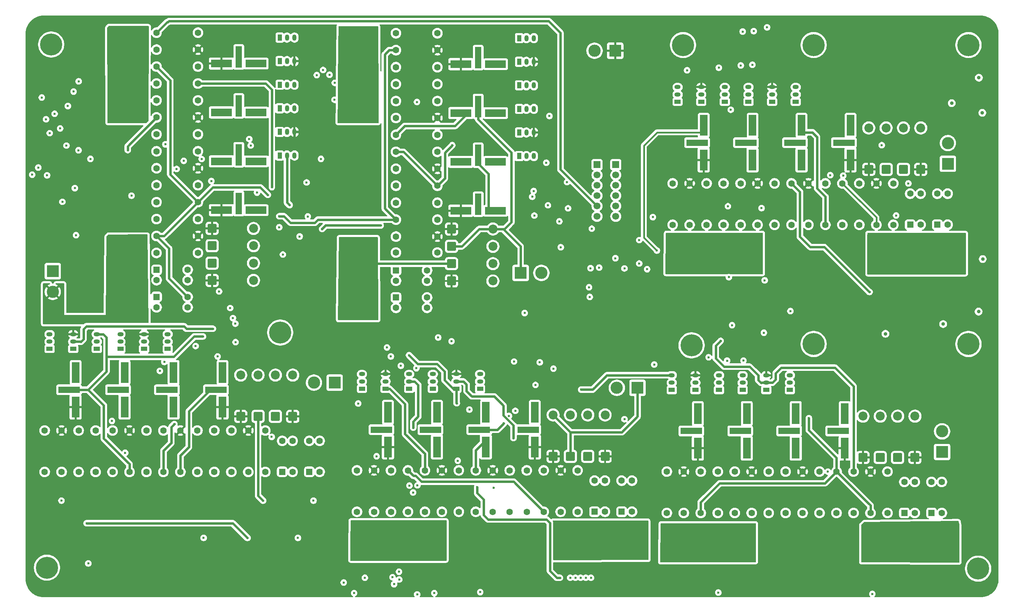
<source format=gbr>
%TF.GenerationSoftware,KiCad,Pcbnew,9.0.2*%
%TF.CreationDate,2025-10-03T07:29:48+01:00*%
%TF.ProjectId,MotorControl,4d6f746f-7243-46f6-9e74-726f6c2e6b69,rev?*%
%TF.SameCoordinates,Original*%
%TF.FileFunction,Copper,L4,Inr*%
%TF.FilePolarity,Positive*%
%FSLAX46Y46*%
G04 Gerber Fmt 4.6, Leading zero omitted, Abs format (unit mm)*
G04 Created by KiCad (PCBNEW 9.0.2) date 2025-10-03 07:29:48*
%MOMM*%
%LPD*%
G01*
G04 APERTURE LIST*
G04 Aperture macros list*
%AMRoundRect*
0 Rectangle with rounded corners*
0 $1 Rounding radius*
0 $2 $3 $4 $5 $6 $7 $8 $9 X,Y pos of 4 corners*
0 Add a 4 corners polygon primitive as box body*
4,1,4,$2,$3,$4,$5,$6,$7,$8,$9,$2,$3,0*
0 Add four circle primitives for the rounded corners*
1,1,$1+$1,$2,$3*
1,1,$1+$1,$4,$5*
1,1,$1+$1,$6,$7*
1,1,$1+$1,$8,$9*
0 Add four rect primitives between the rounded corners*
20,1,$1+$1,$2,$3,$4,$5,0*
20,1,$1+$1,$4,$5,$6,$7,0*
20,1,$1+$1,$6,$7,$8,$9,0*
20,1,$1+$1,$8,$9,$2,$3,0*%
G04 Aperture macros list end*
%TA.AperFunction,ComponentPad*%
%ADD10R,1.500000X1.050000*%
%TD*%
%TA.AperFunction,ComponentPad*%
%ADD11O,1.500000X1.050000*%
%TD*%
%TA.AperFunction,ComponentPad*%
%ADD12C,0.800000*%
%TD*%
%TA.AperFunction,ComponentPad*%
%ADD13C,5.400000*%
%TD*%
%TA.AperFunction,ComponentPad*%
%ADD14R,1.981200X5.130800*%
%TD*%
%TA.AperFunction,ComponentPad*%
%ADD15R,5.267200X1.625600*%
%TD*%
%TA.AperFunction,ComponentPad*%
%ADD16R,1.866900X5.130800*%
%TD*%
%TA.AperFunction,ComponentPad*%
%ADD17RoundRect,0.249999X-0.850001X-0.850001X0.850001X-0.850001X0.850001X0.850001X-0.850001X0.850001X0*%
%TD*%
%TA.AperFunction,ComponentPad*%
%ADD18C,2.200000*%
%TD*%
%TA.AperFunction,ComponentPad*%
%ADD19R,5.130800X1.981200*%
%TD*%
%TA.AperFunction,ComponentPad*%
%ADD20R,1.625600X5.267200*%
%TD*%
%TA.AperFunction,ComponentPad*%
%ADD21R,5.130800X1.866900*%
%TD*%
%TA.AperFunction,ComponentPad*%
%ADD22C,1.600000*%
%TD*%
%TA.AperFunction,ComponentPad*%
%ADD23R,1.050000X1.500000*%
%TD*%
%TA.AperFunction,ComponentPad*%
%ADD24O,1.050000X1.500000*%
%TD*%
%TA.AperFunction,ComponentPad*%
%ADD25R,3.000000X3.000000*%
%TD*%
%TA.AperFunction,ComponentPad*%
%ADD26C,3.000000*%
%TD*%
%TA.AperFunction,ComponentPad*%
%ADD27RoundRect,0.249999X0.850001X-0.850001X0.850001X0.850001X-0.850001X0.850001X-0.850001X-0.850001X0*%
%TD*%
%TA.AperFunction,ComponentPad*%
%ADD28RoundRect,0.250000X0.550000X-0.550000X0.550000X0.550000X-0.550000X0.550000X-0.550000X-0.550000X0*%
%TD*%
%TA.AperFunction,ComponentPad*%
%ADD29RoundRect,0.250000X-0.550000X-0.550000X0.550000X-0.550000X0.550000X0.550000X-0.550000X0.550000X0*%
%TD*%
%TA.AperFunction,ComponentPad*%
%ADD30R,1.700000X1.700000*%
%TD*%
%TA.AperFunction,ComponentPad*%
%ADD31C,1.700000*%
%TD*%
%TA.AperFunction,ViaPad*%
%ADD32C,0.600000*%
%TD*%
%TA.AperFunction,ViaPad*%
%ADD33C,0.900000*%
%TD*%
%TA.AperFunction,Conductor*%
%ADD34C,0.600000*%
%TD*%
%TA.AperFunction,Conductor*%
%ADD35C,0.400000*%
%TD*%
G04 APERTURE END LIST*
D10*
%TO.N,GND*%
%TO.C,Q31*%
X204501800Y-40697200D03*
D11*
%TO.N,pnp_b3_3*%
X204501800Y-38919200D03*
%TO.N,pnp_e1_3*%
X204501800Y-37090400D03*
%TD*%
D12*
%TO.N,GND*%
%TO.C,H4*%
X37381200Y-26644600D03*
X37974309Y-25212709D03*
X37974309Y-28076491D03*
X39406200Y-24619600D03*
D13*
X39406200Y-26644600D03*
D12*
X39406200Y-28669600D03*
X40838091Y-25212709D03*
X40838091Y-28076491D03*
X41431200Y-26644600D03*
%TD*%
D14*
%TO.N,Net-(Q5-G)*%
%TO.C,Q5*%
X57391200Y-115632400D03*
D15*
%TO.N,Net-(D1-A)*%
X55783000Y-111390600D03*
D16*
%TO.N,GND*%
X57397550Y-107148800D03*
%TD*%
D17*
%TO.N,VDC*%
%TO.C,D17*%
X78837200Y-71788200D03*
D18*
%TO.N,Net-(D17-A)*%
X88997200Y-71788200D03*
%TD*%
D19*
%TO.N,VDC*%
%TO.C,Q82*%
X139811000Y-67451200D03*
D20*
%TO.N,pnp_e2_6*%
X144052800Y-65843000D03*
D21*
%TO.N,Net-(D23-K)*%
X148294600Y-67457550D03*
%TD*%
D10*
%TO.N,GND*%
%TO.C,Q43*%
X191493800Y-111436200D03*
D11*
%TO.N,npn_b1_4*%
X191493800Y-109658200D03*
%TO.N,npn_c1_4*%
X191493800Y-107829400D03*
%TD*%
D14*
%TO.N,Net-(Q11-G)*%
%TO.C,Q9*%
X69386400Y-115632400D03*
D15*
%TO.N,Net-(D3-K)*%
X67778200Y-111390600D03*
D16*
%TO.N,GND*%
X69392750Y-107148800D03*
%TD*%
D10*
%TO.N,GND*%
%TO.C,Q12*%
X56381000Y-101350200D03*
D11*
%TO.N,pnp_b4_1*%
X56381000Y-99572200D03*
%TO.N,pnp_e2_1*%
X56381000Y-97743400D03*
%TD*%
D22*
%TO.N,npn_c2_1*%
%TO.C,R3*%
X46127600Y-131542200D03*
%TO.N,pnp_b1_1*%
X46127600Y-121382200D03*
%TD*%
D23*
%TO.N,pnp_c2_6*%
%TO.C,Q95*%
X154093200Y-48240600D03*
D24*
%TO.N,pnp_b2_6*%
X155871200Y-48240600D03*
%TO.N,VDC*%
X157700000Y-48240600D03*
%TD*%
D14*
%TO.N,VDC*%
%TO.C,Q26*%
X157932800Y-125415800D03*
D15*
%TO.N,pnp_e2_2*%
X156324600Y-121174000D03*
D16*
%TO.N,Net-(D7-K)*%
X157939150Y-116932200D03*
%TD*%
D22*
%TO.N,pnp_c1_3*%
%TO.C,R35*%
X216673600Y-70889200D03*
%TO.N,Net-(Q33-G)*%
X216673600Y-60729200D03*
%TD*%
%TO.N,pnp_b4_3*%
%TO.C,R39*%
X233308800Y-70889200D03*
%TO.N,npn_c2_3*%
X233308800Y-60729200D03*
%TD*%
D10*
%TO.N,pnp_c1_4*%
%TO.C,Q44*%
X197283800Y-111436200D03*
D11*
%TO.N,pnp_b1_4*%
X197283800Y-109658200D03*
%TO.N,VDC*%
X197283800Y-107829400D03*
%TD*%
D14*
%TO.N,Net-(Q38-G)*%
%TO.C,Q39*%
X223297200Y-54979400D03*
D15*
%TO.N,Net-(D11-K)*%
X221689000Y-50737600D03*
D16*
%TO.N,GND*%
X223303550Y-46495800D03*
%TD*%
D22*
%TO.N,pnp_e1_6*%
%TO.C,R76*%
X123901200Y-44673600D03*
%TO.N,VDC*%
X134061200Y-44673600D03*
%TD*%
%TO.N,GND*%
%TO.C,R47*%
X206928000Y-141628200D03*
%TO.N,pnp_c1_4*%
X206928000Y-131468200D03*
%TD*%
%TO.N,pnp_c2_5*%
%TO.C,R64*%
X65227200Y-52848800D03*
%TO.N,Net-(Q66-G)*%
X75387200Y-52848800D03*
%TD*%
%TO.N,pnp_e1_5*%
%TO.C,R62*%
X65227200Y-44531200D03*
%TO.N,VDC*%
X75387200Y-44531200D03*
%TD*%
%TO.N,npn_c1_4*%
%TO.C,R54*%
X236039600Y-141628200D03*
%TO.N,pnp_b2_4*%
X236039600Y-131468200D03*
%TD*%
%TO.N,pnp_c2_2*%
%TO.C,R22*%
X143472800Y-141325600D03*
%TO.N,Net-(Q24-G)*%
X143472800Y-131165600D03*
%TD*%
%TO.N,npn_c1_1*%
%TO.C,R2*%
X41968800Y-131542200D03*
%TO.N,VDC*%
X41968800Y-121382200D03*
%TD*%
D25*
%TO.N,Net-(D17-A)*%
%TO.C,J7*%
X39801800Y-82270600D03*
D26*
%TO.N,Net-(D19-K)*%
X39801800Y-87350600D03*
%TD*%
D22*
%TO.N,pnp_e2_5*%
%TO.C,R65*%
X65227200Y-57007600D03*
%TO.N,VDC*%
X75387200Y-57007600D03*
%TD*%
D10*
%TO.N,GND*%
%TO.C,Q94*%
X221871800Y-40697200D03*
D11*
%TO.N,npn_b2_3*%
X221871800Y-38919200D03*
%TO.N,npn_c2_3*%
X221871800Y-37090400D03*
%TD*%
D27*
%TO.N,Net-(D5-A)*%
%TO.C,D6*%
X166662200Y-127715600D03*
D18*
%TO.N,GND*%
X166662200Y-117555600D03*
%TD*%
D12*
%TO.N,GND*%
%TO.C,H1*%
X264551800Y-155288600D03*
X265144909Y-153856709D03*
X265144909Y-156720491D03*
X266576800Y-153263600D03*
D13*
X266576800Y-155288600D03*
D12*
X266576800Y-157313600D03*
X268008691Y-153856709D03*
X268008691Y-156720491D03*
X268601800Y-155288600D03*
%TD*%
%TO.N,GND*%
%TO.C,H8*%
X192233600Y-26771600D03*
X192826709Y-25339709D03*
X192826709Y-28203491D03*
X194258600Y-24746600D03*
D13*
X194258600Y-26771600D03*
D12*
X194258600Y-28796600D03*
X195690491Y-25339709D03*
X195690491Y-28203491D03*
X196283600Y-26771600D03*
%TD*%
D28*
%TO.N,npn_b1_2*%
%TO.C,U3*%
X172572200Y-141315600D03*
D22*
%TO.N,GND*%
X175112200Y-141315600D03*
X175112200Y-133695600D03*
%TO.N,npn_c1_2*%
X172572200Y-133695600D03*
%TD*%
D28*
%TO.N,npn_b2_3*%
%TO.C,U6*%
X256571800Y-70879200D03*
D22*
%TO.N,GND*%
X259111800Y-70879200D03*
X259111800Y-63259200D03*
%TO.N,npn_c2_3*%
X256571800Y-63259200D03*
%TD*%
%TO.N,pnp_e2_3*%
%TO.C,R37*%
X224991200Y-70889200D03*
%TO.N,VDC*%
X224991200Y-60729200D03*
%TD*%
D10*
%TO.N,GND*%
%TO.C,Q88*%
X220443800Y-111436200D03*
D11*
%TO.N,npn_b2_4*%
X220443800Y-109658200D03*
%TO.N,npn_c2_4*%
X220443800Y-107829400D03*
%TD*%
D22*
%TO.N,pnp_e1_3*%
%TO.C,R34*%
X212514800Y-70889200D03*
%TO.N,VDC*%
X212514800Y-60729200D03*
%TD*%
D10*
%TO.N,GND*%
%TO.C,Q28*%
X132932200Y-111133600D03*
D11*
%TO.N,pnp_b4_2*%
X132932200Y-109355600D03*
%TO.N,pnp_e2_2*%
X132932200Y-107526800D03*
%TD*%
D23*
%TO.N,pnp_c1_6*%
%TO.C,Q72*%
X154093200Y-30870600D03*
D24*
%TO.N,pnp_b1_6*%
X155871200Y-30870600D03*
%TO.N,VDC*%
X157700000Y-30870600D03*
%TD*%
D22*
%TO.N,pnp_c1_4*%
%TO.C,R49*%
X215245600Y-141628200D03*
%TO.N,Net-(Q47-G)*%
X215245600Y-131468200D03*
%TD*%
%TO.N,GND*%
%TO.C,R24*%
X151790400Y-141325600D03*
%TO.N,pnp_c2_2*%
X151790400Y-131165600D03*
%TD*%
D19*
%TO.N,Net-(Q80-G)*%
%TO.C,Q81*%
X139811000Y-55456000D03*
D20*
%TO.N,Net-(D23-K)*%
X144052800Y-53847800D03*
D21*
%TO.N,GND*%
X148294600Y-55462350D03*
%TD*%
D10*
%TO.N,GND*%
%TO.C,Q90*%
X144512200Y-111133600D03*
D11*
%TO.N,npn_b2_2*%
X144512200Y-109355600D03*
%TO.N,npn_c2_2*%
X144512200Y-107526800D03*
%TD*%
D22*
%TO.N,GND*%
%TO.C,R66*%
X65227200Y-61166400D03*
%TO.N,pnp_c2_5*%
X75387200Y-61166400D03*
%TD*%
%TO.N,GND*%
%TO.C,R75*%
X123901200Y-40514800D03*
%TO.N,pnp_c1_6*%
X134061200Y-40514800D03*
%TD*%
D14*
%TO.N,Net-(Q33-G)*%
%TO.C,Q33*%
X211302000Y-54979400D03*
D15*
%TO.N,Net-(D10-K)*%
X209693800Y-50737600D03*
D16*
%TO.N,GND*%
X211308350Y-46495800D03*
%TD*%
D22*
%TO.N,npn_c1_4*%
%TO.C,R44*%
X194451600Y-141628200D03*
%TO.N,VDC*%
X194451600Y-131468200D03*
%TD*%
%TO.N,GND*%
%TO.C,R5*%
X54445200Y-131542200D03*
%TO.N,pnp_c1_1*%
X54445200Y-121382200D03*
%TD*%
D14*
%TO.N,VDC*%
%TO.C,Q18*%
X121947200Y-125415800D03*
D15*
%TO.N,pnp_e1_2*%
X120339000Y-121174000D03*
D16*
%TO.N,Net-(D5-A)*%
X121953550Y-116932200D03*
%TD*%
D29*
%TO.N,npn_b1_6*%
%TO.C,U11*%
X123911200Y-82090600D03*
D22*
%TO.N,GND*%
X123911200Y-84630600D03*
X131531200Y-84630600D03*
%TO.N,npn_c1_6*%
X131531200Y-82090600D03*
%TD*%
D10*
%TO.N,GND*%
%TO.C,Q42*%
X210291800Y-40697200D03*
D11*
%TO.N,pnp_b4_3*%
X210291800Y-38919200D03*
%TO.N,pnp_e2_3*%
X210291800Y-37090400D03*
%TD*%
D22*
%TO.N,pnp_b4_6*%
%TO.C,R81*%
X123901200Y-65467600D03*
%TO.N,npn_c2_6*%
X134061200Y-65467600D03*
%TD*%
D14*
%TO.N,VDC*%
%TO.C,Q4*%
X45396000Y-115632400D03*
D15*
%TO.N,pnp_e1_1*%
X43787800Y-111390600D03*
D16*
%TO.N,Net-(D1-A)*%
X45402350Y-107148800D03*
%TD*%
D22*
%TO.N,GND*%
%TO.C,R19*%
X130996400Y-141325600D03*
%TO.N,pnp_c1_2*%
X130996400Y-131165600D03*
%TD*%
D30*
%TO.N,FET11_1*%
%TO.C,J1*%
X173176800Y-56133600D03*
D31*
%TO.N,FET11_2*%
X173176800Y-58673600D03*
%TO.N,FET11_3*%
X173176800Y-61213600D03*
%TO.N,FET11_4*%
X173176800Y-63753600D03*
%TO.N,FET11_5*%
X173176800Y-66293600D03*
%TO.N,FET11_6*%
X173176800Y-68833600D03*
%TD*%
D22*
%TO.N,pnp_c1_6*%
%TO.C,R77*%
X134061200Y-48800000D03*
%TO.N,Net-(Q75-G)*%
X123901200Y-48800000D03*
%TD*%
D29*
%TO.N,npn_b2_6*%
%TO.C,U12*%
X123911200Y-88730600D03*
D22*
%TO.N,GND*%
X123911200Y-91270600D03*
X131531200Y-91270600D03*
%TO.N,npn_c2_6*%
X131531200Y-88730600D03*
%TD*%
D12*
%TO.N,GND*%
%TO.C,H2*%
X262180109Y-26771600D03*
X262773218Y-25339709D03*
X262773218Y-28203491D03*
X264205109Y-24746600D03*
D13*
X264205109Y-26771600D03*
D12*
X264205109Y-28796600D03*
X265637000Y-25339709D03*
X265637000Y-28203491D03*
X266230109Y-26771600D03*
%TD*%
D29*
%TO.N,npn_b2_5*%
%TO.C,U10*%
X65237200Y-88588200D03*
D22*
%TO.N,GND*%
X65237200Y-91128200D03*
X72857200Y-91128200D03*
%TO.N,npn_c2_5*%
X72857200Y-88588200D03*
%TD*%
%TO.N,pnp_e1_2*%
%TO.C,R20*%
X135155200Y-141325600D03*
%TO.N,VDC*%
X135155200Y-131165600D03*
%TD*%
%TO.N,npn_c2_3*%
%TO.C,R41*%
X241626400Y-70889200D03*
%TO.N,VDC*%
X241626400Y-60729200D03*
%TD*%
%TO.N,pnp_c2_1*%
%TO.C,R8*%
X66921600Y-131542200D03*
%TO.N,Net-(Q11-G)*%
X66921600Y-121382200D03*
%TD*%
D25*
%TO.N,VDC*%
%TO.C,J9*%
X177647600Y-28168600D03*
D26*
%TO.N,GND*%
X172567600Y-28168600D03*
%TD*%
D28*
%TO.N,npn_b1_4*%
%TO.C,U7*%
X248503800Y-141618200D03*
D22*
%TO.N,GND*%
X251043800Y-141618200D03*
X251043800Y-133998200D03*
%TO.N,npn_c1_4*%
X248503800Y-133998200D03*
%TD*%
%TO.N,pnp_e2_4*%
%TO.C,R51*%
X223563200Y-141628200D03*
%TO.N,VDC*%
X223563200Y-131468200D03*
%TD*%
D23*
%TO.N,GND*%
%TO.C,Q92*%
X95419200Y-53888200D03*
D24*
%TO.N,npn_b2_5*%
X97197200Y-53888200D03*
%TO.N,npn_c2_5*%
X99026000Y-53888200D03*
%TD*%
D23*
%TO.N,pnp_c2_5*%
%TO.C,Q91*%
X95419200Y-48098200D03*
D24*
%TO.N,pnp_b3_5*%
X97197200Y-48098200D03*
%TO.N,VDC*%
X99026000Y-48098200D03*
%TD*%
D22*
%TO.N,GND*%
%TO.C,R38*%
X229150000Y-70889200D03*
%TO.N,pnp_c2_3*%
X229150000Y-60729200D03*
%TD*%
D10*
%TO.N,pnp_c1_1*%
%TO.C,Q2*%
X44801000Y-101350200D03*
D11*
%TO.N,pnp_b1_1*%
X44801000Y-99572200D03*
%TO.N,VDC*%
X44801000Y-97743400D03*
%TD*%
D14*
%TO.N,Net-(Q19-G)*%
%TO.C,Q19*%
X133942400Y-125415800D03*
D15*
%TO.N,Net-(D5-A)*%
X132334200Y-121174000D03*
D16*
%TO.N,GND*%
X133948750Y-116932200D03*
%TD*%
D23*
%TO.N,GND*%
%TO.C,Q73*%
X154093200Y-36660600D03*
D24*
%TO.N,pnp_b3_6*%
X155871200Y-36660600D03*
%TO.N,pnp_e1_6*%
X157700000Y-36660600D03*
%TD*%
D27*
%TO.N,VDC*%
%TO.C,D1*%
X85861000Y-117932200D03*
D18*
%TO.N,Net-(D1-A)*%
X85861000Y-107772200D03*
%TD*%
D27*
%TO.N,Net-(D1-A)*%
%TO.C,D2*%
X90111000Y-117932200D03*
D18*
%TO.N,GND*%
X90111000Y-107772200D03*
%TD*%
D22*
%TO.N,FET12_4*%
%TO.C,R56*%
X244357200Y-141628200D03*
%TO.N,npn_b2_4*%
X244357200Y-131468200D03*
%TD*%
D27*
%TO.N,Net-(D13-A)*%
%TO.C,D14*%
X242593800Y-128018200D03*
D18*
%TO.N,GND*%
X242593800Y-117858200D03*
%TD*%
D23*
%TO.N,GND*%
%TO.C,Q96*%
X154093200Y-54030600D03*
D24*
%TO.N,npn_b2_6*%
X155871200Y-54030600D03*
%TO.N,npn_c2_6*%
X157700000Y-54030600D03*
%TD*%
D17*
%TO.N,Net-(D23-K)*%
%TO.C,D23*%
X137511200Y-80430600D03*
D18*
%TO.N,GND*%
X147671200Y-80430600D03*
%TD*%
D22*
%TO.N,npn_c2_6*%
%TO.C,R83*%
X123901200Y-73785200D03*
%TO.N,VDC*%
X134061200Y-73785200D03*
%TD*%
D23*
%TO.N,pnp_c1_5*%
%TO.C,Q58*%
X95419200Y-30728200D03*
D24*
%TO.N,pnp_b4_5*%
X97197200Y-30728200D03*
%TO.N,VDC*%
X99026000Y-30728200D03*
%TD*%
D10*
%TO.N,GND*%
%TO.C,Q1*%
X39011000Y-101350200D03*
D11*
%TO.N,npn_b1_1*%
X39011000Y-99572200D03*
%TO.N,npn_c1_1*%
X39011000Y-97743400D03*
%TD*%
D10*
%TO.N,pnp_c2_1*%
%TO.C,Q13*%
X62171000Y-101350200D03*
D11*
%TO.N,pnp_b2_1*%
X62171000Y-99572200D03*
%TO.N,VDC*%
X62171000Y-97743400D03*
%TD*%
D19*
%TO.N,VDC*%
%TO.C,Q74*%
X139811000Y-31465600D03*
D20*
%TO.N,pnp_e1_6*%
X144052800Y-29857400D03*
D21*
%TO.N,Net-(D21-A)*%
X148294600Y-31471950D03*
%TD*%
D22*
%TO.N,npn_c2_1*%
%TO.C,R13*%
X87715600Y-131542200D03*
%TO.N,VDC*%
X87715600Y-121382200D03*
%TD*%
%TO.N,FET12_6*%
%TO.C,R84*%
X134061200Y-77698600D03*
%TO.N,npn_b2_6*%
X123901200Y-77698600D03*
%TD*%
%TO.N,FET11_5*%
%TO.C,R57*%
X65227200Y-23737200D03*
%TO.N,npn_b1_5*%
X75387200Y-23737200D03*
%TD*%
D19*
%TO.N,VDC*%
%TO.C,Q68*%
X81137000Y-67308800D03*
D20*
%TO.N,pnp_e2_5*%
X85378800Y-65700600D03*
D21*
%TO.N,Net-(D19-K)*%
X89620600Y-67315150D03*
%TD*%
D22*
%TO.N,npn_c1_2*%
%TO.C,R26*%
X160108000Y-141325600D03*
%TO.N,pnp_b2_2*%
X160108000Y-131165600D03*
%TD*%
%TO.N,FET12_1*%
%TO.C,R14*%
X91874400Y-131542200D03*
%TO.N,npn_b2_1*%
X91874400Y-121382200D03*
%TD*%
D14*
%TO.N,VDC*%
%TO.C,Q32*%
X199306800Y-54979400D03*
D15*
%TO.N,pnp_e1_3*%
X197698600Y-50737600D03*
D16*
%TO.N,Net-(D10-K)*%
X199313150Y-46495800D03*
%TD*%
D22*
%TO.N,npn_c1_5*%
%TO.C,R58*%
X65227200Y-27896000D03*
%TO.N,VDC*%
X75387200Y-27896000D03*
%TD*%
D27*
%TO.N,Net-(D11-K)*%
%TO.C,D11*%
X248271800Y-57279200D03*
D18*
%TO.N,GND*%
X248271800Y-47119200D03*
%TD*%
D10*
%TO.N,pnp_c1_3*%
%TO.C,Q30*%
X198711800Y-40697200D03*
D11*
%TO.N,pnp_b1_3*%
X198711800Y-38919200D03*
%TO.N,VDC*%
X198711800Y-37090400D03*
%TD*%
D22*
%TO.N,pnp_e1_1*%
%TO.C,R6*%
X58604000Y-131542200D03*
%TO.N,VDC*%
X58604000Y-121382200D03*
%TD*%
D27*
%TO.N,Net-(D15-K)*%
%TO.C,D15*%
X246843800Y-128018200D03*
D18*
%TO.N,GND*%
X246843800Y-117858200D03*
%TD*%
D22*
%TO.N,npn_c2_2*%
%TO.C,R17*%
X122678800Y-141325600D03*
%TO.N,pnp_b1_2*%
X122678800Y-131165600D03*
%TD*%
%TO.N,npn_c2_2*%
%TO.C,R27*%
X164266800Y-141325600D03*
%TO.N,VDC*%
X164266800Y-131165600D03*
%TD*%
D14*
%TO.N,Net-(Q52-G)*%
%TO.C,Q53*%
X221869200Y-125718400D03*
D15*
%TO.N,Net-(D15-K)*%
X220261000Y-121476600D03*
D16*
%TO.N,GND*%
X221875550Y-117234800D03*
%TD*%
D22*
%TO.N,pnp_b4_4*%
%TO.C,R53*%
X231880800Y-141628200D03*
%TO.N,npn_c2_4*%
X231880800Y-131468200D03*
%TD*%
D10*
%TO.N,pnp_c2_3*%
%TO.C,Q93*%
X216081800Y-40697200D03*
D11*
%TO.N,pnp_b2_3*%
X216081800Y-38919200D03*
%TO.N,VDC*%
X216081800Y-37090400D03*
%TD*%
D22*
%TO.N,npn_c2_5*%
%TO.C,R59*%
X65227200Y-32054800D03*
%TO.N,pnp_b4_5*%
X75387200Y-32054800D03*
%TD*%
%TO.N,pnp_e2_2*%
%TO.C,R23*%
X147631600Y-141325600D03*
%TO.N,VDC*%
X147631600Y-131165600D03*
%TD*%
D27*
%TO.N,VDC*%
%TO.C,D4*%
X98611000Y-117932200D03*
D18*
%TO.N,Net-(D3-K)*%
X98611000Y-107772200D03*
%TD*%
D22*
%TO.N,npn_c2_5*%
%TO.C,R69*%
X65227200Y-73642800D03*
%TO.N,VDC*%
X75387200Y-73642800D03*
%TD*%
%TO.N,FET12_3*%
%TO.C,R42*%
X245785200Y-70889200D03*
%TO.N,npn_b2_3*%
X245785200Y-60729200D03*
%TD*%
%TO.N,FET11_6*%
%TO.C,R71*%
X123901200Y-23879600D03*
%TO.N,npn_b1_6*%
X134061200Y-23879600D03*
%TD*%
D10*
%TO.N,GND*%
%TO.C,Q3*%
X50591000Y-101350200D03*
D11*
%TO.N,pnp_b3_1*%
X50591000Y-99572200D03*
%TO.N,pnp_e1_1*%
X50591000Y-97743400D03*
%TD*%
D17*
%TO.N,VDC*%
%TO.C,D24*%
X137511200Y-84680600D03*
D18*
%TO.N,Net-(D23-K)*%
X147671200Y-84680600D03*
%TD*%
D25*
%TO.N,Net-(D21-A)*%
%TO.C,J8*%
X154457400Y-82702400D03*
D26*
%TO.N,Net-(D23-K)*%
X159537400Y-82702400D03*
%TD*%
D22*
%TO.N,npn_c2_4*%
%TO.C,R45*%
X198610400Y-141628200D03*
%TO.N,pnp_b1_4*%
X198610400Y-131468200D03*
%TD*%
%TO.N,FET11_1*%
%TO.C,R1*%
X37810000Y-131542200D03*
%TO.N,npn_b1_1*%
X37810000Y-121382200D03*
%TD*%
%TO.N,GND*%
%TO.C,R10*%
X75239200Y-131542200D03*
%TO.N,pnp_c2_1*%
X75239200Y-121382200D03*
%TD*%
D28*
%TO.N,npn_b1_1*%
%TO.C,U1*%
X96021000Y-131532200D03*
D22*
%TO.N,GND*%
X98561000Y-131532200D03*
X98561000Y-123912200D03*
%TO.N,npn_c1_1*%
X96021000Y-123912200D03*
%TD*%
D27*
%TO.N,Net-(D10-K)*%
%TO.C,D10*%
X244021800Y-57279200D03*
D18*
%TO.N,GND*%
X244021800Y-47119200D03*
%TD*%
D22*
%TO.N,npn_c1_6*%
%TO.C,R72*%
X123901200Y-28038400D03*
%TO.N,VDC*%
X134061200Y-28038400D03*
%TD*%
%TO.N,FET11_2*%
%TO.C,R15*%
X114361200Y-141325600D03*
%TO.N,npn_b1_2*%
X114361200Y-131165600D03*
%TD*%
%TO.N,pnp_b3_2*%
%TO.C,R18*%
X126837600Y-141325600D03*
%TO.N,npn_c1_2*%
X126837600Y-131165600D03*
%TD*%
D14*
%TO.N,VDC*%
%TO.C,Q10*%
X81381600Y-115632400D03*
D15*
%TO.N,pnp_e2_1*%
X79773400Y-111390600D03*
D16*
%TO.N,Net-(D3-K)*%
X81387950Y-107148800D03*
%TD*%
D10*
%TO.N,pnp_c2_4*%
%TO.C,Q87*%
X214653800Y-111436200D03*
D11*
%TO.N,pnp_b2_4*%
X214653800Y-109658200D03*
%TO.N,VDC*%
X214653800Y-107829400D03*
%TD*%
D12*
%TO.N,GND*%
%TO.C,H7*%
X194320800Y-100482400D03*
X194913909Y-99050509D03*
X194913909Y-101914291D03*
X196345800Y-98457400D03*
D13*
X196345800Y-100482400D03*
D12*
X196345800Y-102507400D03*
X197777691Y-99050509D03*
X197777691Y-101914291D03*
X198370800Y-100482400D03*
%TD*%
%TO.N,GND*%
%TO.C,H6*%
X224242000Y-100152200D03*
X224835109Y-98720309D03*
X224835109Y-101584091D03*
X226267000Y-98127200D03*
D13*
X226267000Y-100152200D03*
D12*
X226267000Y-102177200D03*
X227698891Y-98720309D03*
X227698891Y-101584091D03*
X228292000Y-100152200D03*
%TD*%
D27*
%TO.N,VDC*%
%TO.C,D5*%
X162412200Y-127715600D03*
D18*
%TO.N,Net-(D5-A)*%
X162412200Y-117555600D03*
%TD*%
D23*
%TO.N,GND*%
%TO.C,Q71*%
X154093200Y-25080600D03*
D24*
%TO.N,npn_b1_6*%
X155871200Y-25080600D03*
%TO.N,npn_c1_6*%
X157700000Y-25080600D03*
%TD*%
D19*
%TO.N,Net-(Q66-G)*%
%TO.C,Q67*%
X81137000Y-55313600D03*
D20*
%TO.N,Net-(D19-K)*%
X85378800Y-53705400D03*
D21*
%TO.N,GND*%
X89620600Y-55319950D03*
%TD*%
D22*
%TO.N,npn_c2_3*%
%TO.C,R31*%
X200038400Y-70889200D03*
%TO.N,pnp_b1_3*%
X200038400Y-60729200D03*
%TD*%
%TO.N,npn_c1_3*%
%TO.C,R40*%
X237467600Y-70889200D03*
%TO.N,pnp_b2_3*%
X237467600Y-60729200D03*
%TD*%
D10*
%TO.N,GND*%
%TO.C,Q29*%
X192921800Y-40697200D03*
D11*
%TO.N,npn_b1_3*%
X192921800Y-38919200D03*
%TO.N,npn_c1_3*%
X192921800Y-37090400D03*
%TD*%
D10*
%TO.N,GND*%
%TO.C,Q56*%
X208863800Y-111436200D03*
D11*
%TO.N,pnp_b4_4*%
X208863800Y-109658200D03*
%TO.N,pnp_e2_4*%
X208863800Y-107829400D03*
%TD*%
D22*
%TO.N,GND*%
%TO.C,R61*%
X65227200Y-40372400D03*
%TO.N,pnp_c1_5*%
X75387200Y-40372400D03*
%TD*%
D14*
%TO.N,Net-(Q24-G)*%
%TO.C,Q25*%
X145937600Y-125415800D03*
D15*
%TO.N,Net-(D7-K)*%
X144329400Y-121174000D03*
D16*
%TO.N,GND*%
X145943950Y-116932200D03*
%TD*%
D17*
%TO.N,Net-(D21-A)*%
%TO.C,D22*%
X137511200Y-76180600D03*
D18*
%TO.N,GND*%
X147671200Y-76180600D03*
%TD*%
D22*
%TO.N,pnp_b2_5*%
%TO.C,R60*%
X65227200Y-36213600D03*
%TO.N,npn_c1_5*%
X75387200Y-36213600D03*
%TD*%
D14*
%TO.N,VDC*%
%TO.C,Q46*%
X197878800Y-125718400D03*
D15*
%TO.N,pnp_e1_4*%
X196270600Y-121476600D03*
D16*
%TO.N,Net-(D13-A)*%
X197885150Y-117234800D03*
%TD*%
D22*
%TO.N,npn_c1_1*%
%TO.C,R12*%
X83556800Y-131542200D03*
%TO.N,pnp_b2_1*%
X83556800Y-121382200D03*
%TD*%
D30*
%TO.N,FET12_1*%
%TO.C,J2*%
X177776800Y-56133600D03*
D31*
%TO.N,FET12_2*%
X177776800Y-58673600D03*
%TO.N,FET12_3*%
X177776800Y-61213600D03*
%TO.N,FET12_4*%
X177776800Y-63753600D03*
%TO.N,FET12_5*%
X177776800Y-66293600D03*
%TO.N,FET12_6*%
X177776800Y-68833600D03*
%TD*%
D22*
%TO.N,pnp_e2_1*%
%TO.C,R9*%
X71080400Y-131542200D03*
%TO.N,VDC*%
X71080400Y-121382200D03*
%TD*%
D19*
%TO.N,VDC*%
%TO.C,Q60*%
X81137000Y-31323200D03*
D20*
%TO.N,pnp_e1_5*%
X85378800Y-29715000D03*
D21*
%TO.N,Net-(D17-A)*%
X89620600Y-31329550D03*
%TD*%
D22*
%TO.N,pnp_b4_2*%
%TO.C,R25*%
X155949200Y-141325600D03*
%TO.N,npn_c2_2*%
X155949200Y-131165600D03*
%TD*%
D10*
%TO.N,GND*%
%TO.C,Q17*%
X127142200Y-111133600D03*
D11*
%TO.N,pnp_b3_2*%
X127142200Y-109355600D03*
%TO.N,pnp_e1_2*%
X127142200Y-107526800D03*
%TD*%
D22*
%TO.N,npn_c1_2*%
%TO.C,R16*%
X118520000Y-141325600D03*
%TO.N,VDC*%
X118520000Y-131165600D03*
%TD*%
D12*
%TO.N,GND*%
%TO.C,H10*%
X262180109Y-100152200D03*
X262773218Y-98720309D03*
X262773218Y-101584091D03*
X264205109Y-98127200D03*
D13*
X264205109Y-100152200D03*
D12*
X264205109Y-102177200D03*
X265637000Y-98720309D03*
X265637000Y-101584091D03*
X266230109Y-100152200D03*
%TD*%
D22*
%TO.N,npn_c1_3*%
%TO.C,R30*%
X195879600Y-70889200D03*
%TO.N,VDC*%
X195879600Y-60729200D03*
%TD*%
D19*
%TO.N,Net-(Q61-G)*%
%TO.C,Q61*%
X81137000Y-43318400D03*
D20*
%TO.N,Net-(D17-A)*%
X85378800Y-41710200D03*
D21*
%TO.N,GND*%
X89620600Y-43324750D03*
%TD*%
D17*
%TO.N,VDC*%
%TO.C,D21*%
X137511200Y-71930600D03*
D18*
%TO.N,Net-(D21-A)*%
X147671200Y-71930600D03*
%TD*%
D22*
%TO.N,pnp_b3_4*%
%TO.C,R46*%
X202769200Y-141628200D03*
%TO.N,npn_c1_4*%
X202769200Y-131468200D03*
%TD*%
D23*
%TO.N,GND*%
%TO.C,Q59*%
X95419200Y-36518200D03*
D24*
%TO.N,pnp_b2_5*%
X97197200Y-36518200D03*
%TO.N,pnp_e1_5*%
X99026000Y-36518200D03*
%TD*%
D22*
%TO.N,pnp_b3_6*%
%TO.C,R74*%
X123901200Y-36356000D03*
%TO.N,npn_c1_6*%
X134061200Y-36356000D03*
%TD*%
D10*
%TO.N,pnp_c1_2*%
%TO.C,Q16*%
X121352200Y-111133600D03*
D11*
%TO.N,pnp_b1_2*%
X121352200Y-109355600D03*
%TO.N,VDC*%
X121352200Y-107526800D03*
%TD*%
D23*
%TO.N,GND*%
%TO.C,Q84*%
X154093200Y-42450600D03*
D24*
%TO.N,pnp_b4_6*%
X155871200Y-42450600D03*
%TO.N,pnp_e2_6*%
X157700000Y-42450600D03*
%TD*%
D10*
%TO.N,GND*%
%TO.C,Q15*%
X115562200Y-111133600D03*
D11*
%TO.N,npn_b1_2*%
X115562200Y-109355600D03*
%TO.N,npn_c1_2*%
X115562200Y-107526800D03*
%TD*%
D22*
%TO.N,npn_c1_5*%
%TO.C,R68*%
X65227200Y-69484000D03*
%TO.N,pnp_b3_5*%
X75387200Y-69484000D03*
%TD*%
D25*
%TO.N,Net-(D10-K)*%
%TO.C,J5*%
X259171800Y-55919200D03*
D26*
%TO.N,Net-(D11-K)*%
X259171800Y-50839200D03*
%TD*%
D22*
%TO.N,GND*%
%TO.C,R80*%
X123901200Y-61308800D03*
%TO.N,pnp_c2_6*%
X134061200Y-61308800D03*
%TD*%
%TO.N,pnp_c2_4*%
%TO.C,R50*%
X219404400Y-141628200D03*
%TO.N,Net-(Q52-G)*%
X219404400Y-131468200D03*
%TD*%
%TO.N,pnp_c1_1*%
%TO.C,R7*%
X62762800Y-131542200D03*
%TO.N,Net-(Q5-G)*%
X62762800Y-121382200D03*
%TD*%
D14*
%TO.N,Net-(Q47-G)*%
%TO.C,Q47*%
X209874000Y-125718400D03*
D15*
%TO.N,Net-(D13-A)*%
X208265800Y-121476600D03*
D16*
%TO.N,GND*%
X209880350Y-117234800D03*
%TD*%
D23*
%TO.N,GND*%
%TO.C,Q70*%
X95419200Y-42308200D03*
D24*
%TO.N,pnp_b1_5*%
X97197200Y-42308200D03*
%TO.N,pnp_e2_5*%
X99026000Y-42308200D03*
%TD*%
D22*
%TO.N,GND*%
%TO.C,R33*%
X208356000Y-70889200D03*
%TO.N,pnp_c1_3*%
X208356000Y-60729200D03*
%TD*%
%TO.N,pnp_e2_6*%
%TO.C,R79*%
X123901200Y-57150000D03*
%TO.N,VDC*%
X134061200Y-57150000D03*
%TD*%
%TO.N,FET12_5*%
%TO.C,R70*%
X65227200Y-77801600D03*
%TO.N,npn_b2_5*%
X75387200Y-77801600D03*
%TD*%
%TO.N,pnp_c2_3*%
%TO.C,R36*%
X220832400Y-70889200D03*
%TO.N,Net-(Q38-G)*%
X220832400Y-60729200D03*
%TD*%
D12*
%TO.N,GND*%
%TO.C,H9*%
X93508200Y-97332800D03*
X94101309Y-95900909D03*
X94101309Y-98764691D03*
X95533200Y-95307800D03*
D13*
X95533200Y-97332800D03*
D12*
X95533200Y-99357800D03*
X96965091Y-95900909D03*
X96965091Y-98764691D03*
X97558200Y-97332800D03*
%TD*%
D17*
%TO.N,Net-(D17-A)*%
%TO.C,D18*%
X78837200Y-76038200D03*
D18*
%TO.N,GND*%
X88997200Y-76038200D03*
%TD*%
D22*
%TO.N,pnp_e1_4*%
%TO.C,R48*%
X211086800Y-141628200D03*
%TO.N,VDC*%
X211086800Y-131468200D03*
%TD*%
D25*
%TO.N,Net-(D13-A)*%
%TO.C,J6*%
X257743800Y-126658200D03*
D26*
%TO.N,Net-(D15-K)*%
X257743800Y-121578200D03*
%TD*%
D22*
%TO.N,pnp_c2_6*%
%TO.C,R78*%
X123901200Y-52991200D03*
%TO.N,Net-(Q80-G)*%
X134061200Y-52991200D03*
%TD*%
D27*
%TO.N,VDC*%
%TO.C,D16*%
X251093800Y-128018200D03*
D18*
%TO.N,Net-(D15-K)*%
X251093800Y-117858200D03*
%TD*%
D22*
%TO.N,pnp_c1_5*%
%TO.C,R63*%
X65227200Y-48690000D03*
%TO.N,Net-(Q61-G)*%
X75387200Y-48690000D03*
%TD*%
D27*
%TO.N,VDC*%
%TO.C,D12*%
X252521800Y-57279200D03*
D18*
%TO.N,Net-(D11-K)*%
X252521800Y-47119200D03*
%TD*%
D28*
%TO.N,npn_b2_1*%
%TO.C,U2*%
X102661000Y-131532200D03*
D22*
%TO.N,GND*%
X105201000Y-131532200D03*
X105201000Y-123912200D03*
%TO.N,npn_c2_1*%
X102661000Y-123912200D03*
%TD*%
%TO.N,GND*%
%TO.C,R52*%
X227722000Y-141628200D03*
%TO.N,pnp_c2_4*%
X227722000Y-131468200D03*
%TD*%
D28*
%TO.N,npn_b2_4*%
%TO.C,U8*%
X255143800Y-141618200D03*
D22*
%TO.N,GND*%
X257683800Y-141618200D03*
X257683800Y-133998200D03*
%TO.N,npn_c2_4*%
X255143800Y-133998200D03*
%TD*%
D27*
%TO.N,VDC*%
%TO.C,D8*%
X175162200Y-127715600D03*
D18*
%TO.N,Net-(D7-K)*%
X175162200Y-117555600D03*
%TD*%
D10*
%TO.N,GND*%
%TO.C,Q14*%
X67961000Y-101350200D03*
D11*
%TO.N,npn_b2_1*%
X67961000Y-99572200D03*
%TO.N,npn_c2_1*%
X67961000Y-97743400D03*
%TD*%
D12*
%TO.N,GND*%
%TO.C,H3*%
X36339800Y-155041600D03*
X36932909Y-153609709D03*
X36932909Y-156473491D03*
X38364800Y-153016600D03*
D13*
X38364800Y-155041600D03*
D12*
X38364800Y-157066600D03*
X39796691Y-153609709D03*
X39796691Y-156473491D03*
X40389800Y-155041600D03*
%TD*%
D22*
%TO.N,pnp_b1_5*%
%TO.C,R67*%
X65227200Y-65325200D03*
%TO.N,npn_c2_5*%
X75387200Y-65325200D03*
%TD*%
D25*
%TO.N,Net-(D5-A)*%
%TO.C,J4*%
X183108600Y-110896400D03*
D26*
%TO.N,Net-(D7-K)*%
X178028600Y-110896400D03*
%TD*%
D12*
%TO.N,GND*%
%TO.C,H5*%
X224242000Y-26771600D03*
X224835109Y-25339709D03*
X224835109Y-28203491D03*
X226267000Y-24746600D03*
D13*
X226267000Y-26771600D03*
D12*
X226267000Y-28796600D03*
X227698891Y-25339709D03*
X227698891Y-28203491D03*
X228292000Y-26771600D03*
%TD*%
D19*
%TO.N,Net-(Q75-G)*%
%TO.C,Q75*%
X139811000Y-43460800D03*
D20*
%TO.N,Net-(D21-A)*%
X144052800Y-41852600D03*
D21*
%TO.N,GND*%
X148294600Y-43467150D03*
%TD*%
D14*
%TO.N,VDC*%
%TO.C,Q54*%
X233864400Y-125718400D03*
D15*
%TO.N,pnp_e2_4*%
X232256200Y-121476600D03*
D16*
%TO.N,Net-(D15-K)*%
X233870750Y-117234800D03*
%TD*%
D22*
%TO.N,FET11_4*%
%TO.C,R43*%
X190292800Y-141628200D03*
%TO.N,npn_b1_4*%
X190292800Y-131468200D03*
%TD*%
D29*
%TO.N,npn_b1_5*%
%TO.C,U9*%
X65237200Y-81948200D03*
D22*
%TO.N,GND*%
X65237200Y-84488200D03*
X72857200Y-84488200D03*
%TO.N,npn_c1_5*%
X72857200Y-81948200D03*
%TD*%
D28*
%TO.N,npn_b1_3*%
%TO.C,U5*%
X249931800Y-70879200D03*
D22*
%TO.N,GND*%
X252471800Y-70879200D03*
X252471800Y-63259200D03*
%TO.N,npn_c1_3*%
X249931800Y-63259200D03*
%TD*%
D23*
%TO.N,GND*%
%TO.C,Q57*%
X95419200Y-24938200D03*
D24*
%TO.N,npn_b1_5*%
X97197200Y-24938200D03*
%TO.N,npn_c1_5*%
X99026000Y-24938200D03*
%TD*%
D22*
%TO.N,npn_c2_4*%
%TO.C,R55*%
X240198400Y-141628200D03*
%TO.N,VDC*%
X240198400Y-131468200D03*
%TD*%
D25*
%TO.N,Net-(D1-A)*%
%TO.C,J3*%
X108889800Y-109626400D03*
D26*
%TO.N,Net-(D3-K)*%
X103809800Y-109626400D03*
%TD*%
D27*
%TO.N,Net-(D3-K)*%
%TO.C,D3*%
X94361000Y-117932200D03*
D18*
%TO.N,GND*%
X94361000Y-107772200D03*
%TD*%
D22*
%TO.N,pnp_b3_1*%
%TO.C,R4*%
X50286400Y-131542200D03*
%TO.N,npn_c1_1*%
X50286400Y-121382200D03*
%TD*%
%TO.N,npn_c1_6*%
%TO.C,R82*%
X123901200Y-69626400D03*
%TO.N,pnp_b2_6*%
X134061200Y-69626400D03*
%TD*%
%TO.N,FET12_2*%
%TO.C,R28*%
X168425600Y-141325600D03*
%TO.N,npn_b2_2*%
X168425600Y-131165600D03*
%TD*%
D28*
%TO.N,npn_b2_2*%
%TO.C,U4*%
X179212200Y-141315600D03*
D22*
%TO.N,GND*%
X181752200Y-141315600D03*
X181752200Y-133695600D03*
%TO.N,npn_c2_2*%
X179212200Y-133695600D03*
%TD*%
D27*
%TO.N,Net-(D7-K)*%
%TO.C,D7*%
X170912200Y-127715600D03*
D18*
%TO.N,GND*%
X170912200Y-117555600D03*
%TD*%
D10*
%TO.N,pnp_c2_2*%
%TO.C,Q89*%
X138722200Y-111133600D03*
D11*
%TO.N,pnp_b2_2*%
X138722200Y-109355600D03*
%TO.N,VDC*%
X138722200Y-107526800D03*
%TD*%
D27*
%TO.N,VDC*%
%TO.C,D13*%
X238343800Y-128018200D03*
D18*
%TO.N,Net-(D13-A)*%
X238343800Y-117858200D03*
%TD*%
D22*
%TO.N,pnp_b3_3*%
%TO.C,R32*%
X204197200Y-70889200D03*
%TO.N,npn_c1_3*%
X204197200Y-60729200D03*
%TD*%
D27*
%TO.N,VDC*%
%TO.C,D9*%
X239771800Y-57279200D03*
D18*
%TO.N,Net-(D10-K)*%
X239771800Y-47119200D03*
%TD*%
D22*
%TO.N,npn_c2_6*%
%TO.C,R73*%
X123901200Y-32197200D03*
%TO.N,pnp_b1_6*%
X134061200Y-32197200D03*
%TD*%
D17*
%TO.N,VDC*%
%TO.C,D20*%
X78837200Y-84538200D03*
D18*
%TO.N,Net-(D19-K)*%
X88997200Y-84538200D03*
%TD*%
D14*
%TO.N,VDC*%
%TO.C,Q40*%
X235292400Y-54979400D03*
D15*
%TO.N,pnp_e2_3*%
X233684200Y-50737600D03*
D16*
%TO.N,Net-(D11-K)*%
X235298750Y-46495800D03*
%TD*%
D10*
%TO.N,GND*%
%TO.C,Q45*%
X203073800Y-111436200D03*
D11*
%TO.N,pnp_b3_4*%
X203073800Y-109658200D03*
%TO.N,pnp_e1_4*%
X203073800Y-107829400D03*
%TD*%
D17*
%TO.N,Net-(D19-K)*%
%TO.C,D19*%
X78837200Y-80288200D03*
D18*
%TO.N,GND*%
X88997200Y-80288200D03*
%TD*%
D22*
%TO.N,FET11_3*%
%TO.C,R29*%
X191720800Y-70889200D03*
%TO.N,npn_b1_3*%
X191720800Y-60729200D03*
%TD*%
%TO.N,pnp_c1_2*%
%TO.C,R21*%
X139314000Y-141325600D03*
%TO.N,Net-(Q19-G)*%
X139314000Y-131165600D03*
%TD*%
%TO.N,pnp_b4_1*%
%TO.C,R11*%
X79398000Y-131542200D03*
%TO.N,npn_c2_1*%
X79398000Y-121382200D03*
%TD*%
D32*
%TO.N,Net-(D1-A)*%
X91331000Y-138592200D03*
X48500000Y-154000000D03*
X80200000Y-103200000D03*
X41931000Y-138592200D03*
%TO.N,VDC*%
X153326800Y-157525600D03*
X132750000Y-100500000D03*
D33*
X254600000Y-100000000D03*
X256050000Y-35050000D03*
D32*
X217450000Y-127900000D03*
D33*
X237000000Y-100900000D03*
X249350000Y-96650000D03*
D32*
X229258400Y-157828200D03*
D33*
X239450000Y-96200000D03*
X247800000Y-37350000D03*
D32*
X160150000Y-71850000D03*
X49027200Y-50352800D03*
D33*
X240950000Y-30350000D03*
D32*
X140976800Y-157525600D03*
X210032600Y-26619200D03*
X161250000Y-64500000D03*
X179100000Y-71650000D03*
D33*
X243300000Y-23500000D03*
D32*
X105527200Y-62702800D03*
D33*
X253750000Y-25300000D03*
D32*
X159600000Y-76750000D03*
X64425600Y-147742200D03*
D33*
X245450000Y-101200000D03*
D32*
X52075600Y-147742200D03*
D33*
X248200000Y-29550000D03*
D32*
X212572600Y-26797000D03*
X105650000Y-48650000D03*
X212928200Y-99720400D03*
%TO.N,GND*%
X128900000Y-106100000D03*
X171692200Y-157525600D03*
X129100000Y-161600000D03*
X123450000Y-159100000D03*
X108900000Y-36050000D03*
D33*
X260100000Y-41050000D03*
D32*
X177673000Y-79095600D03*
X211251800Y-31623000D03*
X106050000Y-32900000D03*
X108850000Y-40200000D03*
D33*
X258000000Y-95250000D03*
X267600000Y-43400000D03*
D32*
X123050000Y-157400000D03*
D33*
X266750000Y-34800000D03*
X266700000Y-92200000D03*
X243850000Y-97650000D03*
D32*
X104500000Y-34150000D03*
X124650000Y-156050000D03*
X166612200Y-157525600D03*
X124700000Y-157950000D03*
X121700000Y-101000000D03*
X163950000Y-70050000D03*
X170422200Y-157525600D03*
X133300000Y-161300000D03*
X167882200Y-157525600D03*
X164300000Y-76400000D03*
X125100000Y-105500000D03*
D33*
X267700000Y-79300000D03*
D32*
X111100000Y-158700000D03*
X169152200Y-157525600D03*
X113650000Y-161300000D03*
X171900000Y-71850000D03*
%TO.N,Net-(D3-K)*%
X93450000Y-122950000D03*
X103681000Y-138592200D03*
%TO.N,Net-(D5-A)*%
X124700000Y-151800000D03*
X139050000Y-128800000D03*
X144550000Y-161050000D03*
X124700000Y-149500000D03*
X124650000Y-147150000D03*
X124600000Y-144650000D03*
%TO.N,Net-(D7-K)*%
X174150000Y-149050000D03*
X174100000Y-144750000D03*
X174050000Y-146800000D03*
X174050000Y-151800000D03*
X150350000Y-119600000D03*
%TO.N,Net-(D10-K)*%
X187846200Y-77203800D03*
X202000000Y-75750000D03*
X208191800Y-77939200D03*
X202050000Y-81700000D03*
X202050000Y-74150000D03*
X202150000Y-79900000D03*
X201950000Y-77950000D03*
X220573600Y-92075000D03*
X195600000Y-77939200D03*
X214274400Y-84531200D03*
%TO.N,Net-(D11-K)*%
X251450000Y-76450000D03*
X245241800Y-78000000D03*
X251400000Y-79100000D03*
X257591800Y-77939200D03*
X242951000Y-51358800D03*
X251400000Y-81700000D03*
X251450000Y-74000000D03*
%TO.N,Net-(D13-A)*%
X200600000Y-149200000D03*
X200600000Y-151550000D03*
X194413800Y-148678200D03*
X200550000Y-147200000D03*
X200500000Y-145400000D03*
X206763800Y-148850000D03*
%TO.N,Net-(D15-K)*%
X250050000Y-149800000D03*
X249950000Y-145000000D03*
X249950000Y-152200000D03*
X250000000Y-147450000D03*
%TO.N,Net-(D17-A)*%
X58177200Y-40208200D03*
X36250000Y-56850000D03*
X49027200Y-54712800D03*
X89850000Y-63000000D03*
X87950000Y-49850000D03*
X58177200Y-27858200D03*
%TO.N,Net-(D19-K)*%
X54500000Y-83350000D03*
D33*
X58177200Y-89608200D03*
D32*
X59600000Y-83450000D03*
X57100000Y-83400000D03*
X61950000Y-83400000D03*
%TO.N,Net-(D21-A)*%
X114900000Y-34000000D03*
D33*
X114677200Y-40208200D03*
X114677200Y-27858200D03*
D32*
X112100000Y-34000000D03*
X113550000Y-34000000D03*
X105527200Y-54712800D03*
X110700000Y-34000000D03*
%TO.N,Net-(D23-K)*%
X118000000Y-83400000D03*
X114677200Y-89608200D03*
X113832200Y-75367800D03*
X111950000Y-83450000D03*
X114709500Y-77290500D03*
X114800000Y-83450000D03*
%TO.N,pnp_b2_2*%
X152700000Y-123250000D03*
%TO.N,pnp_b1_2*%
X119150000Y-127700000D03*
%TO.N,pnp_e1_2*%
X129150000Y-134850000D03*
%TO.N,pnp_b3_2*%
X127200000Y-134900000D03*
X128150000Y-120700000D03*
%TO.N,pnp_b4_2*%
X151600000Y-117800000D03*
X134250000Y-98550000D03*
X137525000Y-99475000D03*
%TO.N,pnp_c2_2*%
X138800000Y-114700000D03*
X127100000Y-102895400D03*
%TO.N,pnp_c1_2*%
X122650000Y-103200000D03*
%TO.N,pnp_b4_3*%
X214858600Y-22428200D03*
%TO.N,pnp_b2_3*%
X208864200Y-23469600D03*
%TO.N,pnp_b3_3*%
X211582000Y-23368000D03*
X205257400Y-66344800D03*
%TO.N,pnp_c2_3*%
X203022200Y-32334200D03*
X208407000Y-31775400D03*
%TO.N,pnp_b1_1*%
X79050000Y-96400000D03*
%TO.N,pnp_b4_1*%
X80550000Y-87250000D03*
%TO.N,pnp_e2_1*%
X74800000Y-100650000D03*
%TO.N,pnp_b2_1*%
X83950000Y-93799231D03*
%TO.N,pnp_b3_1*%
X83275000Y-91325000D03*
%TO.N,pnp_e1_1*%
X76600000Y-98300000D03*
%TO.N,pnp_c1_1*%
X84600000Y-99700000D03*
%TO.N,pnp_c2_1*%
X69575000Y-119825000D03*
X67150000Y-104550000D03*
X84550000Y-95150000D03*
%TO.N,pnp_b4_4*%
X214071200Y-97383600D03*
%TO.N,pnp_e2_4*%
X229743000Y-131470400D03*
%TO.N,pnp_b3_4*%
X200533000Y-103403400D03*
%TO.N,pnp_b1_4*%
X206273400Y-95529400D03*
%TO.N,pnp_b2_4*%
X203479400Y-99364800D03*
%TO.N,pnp_c1_4*%
X205054200Y-104241600D03*
%TO.N,pnp_c2_4*%
X209067400Y-104216200D03*
%TO.N,pnp_e1_6*%
X166090600Y-66852800D03*
X129050000Y-40750000D03*
X165836600Y-60426600D03*
%TO.N,pnp_b4_6*%
X157810200Y-68630800D03*
X161500000Y-44200000D03*
%TO.N,pnp_e2_6*%
X157650000Y-62600000D03*
%TO.N,pnp_b3_6*%
X161150000Y-66100000D03*
%TO.N,pnp_b2_6*%
X157300000Y-64000000D03*
%TO.N,pnp_c2_6*%
X137700000Y-51350000D03*
%TO.N,pnp_b2_5*%
X44900000Y-38200000D03*
%TO.N,pnp_e1_5*%
X43500000Y-41750000D03*
X58177200Y-52558200D03*
X46100000Y-52600000D03*
%TO.N,pnp_b1_5*%
X67400000Y-51150000D03*
X34750000Y-58600000D03*
X42150000Y-65250000D03*
%TO.N,pnp_b4_5*%
X39050000Y-48400000D03*
%TO.N,pnp_e2_5*%
X59100000Y-63750000D03*
X40250000Y-43650000D03*
X70150000Y-57200000D03*
X78650000Y-60150000D03*
%TO.N,pnp_b3_5*%
X43150000Y-51450000D03*
X45200000Y-61900000D03*
X41605200Y-47244000D03*
%TO.N,pnp_c1_5*%
X37100000Y-39650000D03*
%TO.N,pnp_c2_5*%
X71900000Y-55200000D03*
X38150000Y-45000000D03*
X88300000Y-51450000D03*
X76300000Y-54750000D03*
%TO.N,npn_c1_1*%
X158100000Y-110200000D03*
X57550000Y-126850000D03*
X54300000Y-119050000D03*
%TO.N,npn_b1_1*%
X162500000Y-106200000D03*
%TO.N,Net-(Q5-G)*%
X48100000Y-144150000D03*
X87521000Y-147742200D03*
%TO.N,Net-(Q11-G)*%
X99871000Y-147742200D03*
X76775600Y-147742200D03*
%TO.N,npn_b2_1*%
X66050000Y-106750000D03*
X159150000Y-104650000D03*
%TO.N,npn_c2_1*%
X114650000Y-114750000D03*
X153150000Y-116550000D03*
%TO.N,npn_c1_2*%
X171221400Y-86233000D03*
%TO.N,npn_b1_2*%
X171600000Y-81550000D03*
X179900000Y-118600000D03*
%TO.N,Net-(Q19-G)*%
X116276800Y-157525600D03*
%TO.N,npn_b2_2*%
X173700000Y-81400000D03*
X141900000Y-116250000D03*
%TO.N,npn_c2_2*%
X128100000Y-136600000D03*
X152850000Y-104450000D03*
X147850000Y-135400000D03*
X171400000Y-88600000D03*
%TO.N,npn_c1_3*%
X179900000Y-81600000D03*
%TO.N,npn_b1_3*%
X246481600Y-68605400D03*
%TO.N,Net-(Q33-G)*%
X205486000Y-83743800D03*
X213487000Y-66802000D03*
%TO.N,npn_b2_3*%
X249478800Y-60731400D03*
X195249800Y-32969200D03*
X186867800Y-69011800D03*
X230352600Y-58699400D03*
X233502200Y-58826400D03*
%TO.N,npn_c2_3*%
X205950000Y-42650000D03*
X185450000Y-81800000D03*
%TO.N,npn_c1_4*%
X169300000Y-111350000D03*
%TO.N,Net-(Q47-G)*%
X202900000Y-161150000D03*
%TO.N,npn_c2_4*%
X225094800Y-118364000D03*
%TO.N,npn_c1_5*%
X93500000Y-61650000D03*
%TO.N,npn_b1_5*%
X102006400Y-60500000D03*
%TO.N,Net-(Q61-G)*%
X46138603Y-35688603D03*
%TO.N,npn_c2_5*%
X92500000Y-63550000D03*
%TO.N,npn_b2_5*%
X96200000Y-78200000D03*
X97850000Y-66050000D03*
%TO.N,npn_c1_6*%
X95300800Y-68800000D03*
%TO.N,npn_b1_6*%
X102300000Y-68850000D03*
%TO.N,Net-(Q75-G)*%
X107625000Y-34075000D03*
%TO.N,npn_c2_6*%
X95300800Y-71500000D03*
%TO.N,npn_b2_6*%
X100304600Y-73761600D03*
%TO.N,FET11_1*%
X38400000Y-58750000D03*
%TO.N,FET12_1*%
X160750000Y-55650000D03*
%TO.N,FET11_2*%
X155450000Y-92550000D03*
%TO.N,FET12_4*%
X183515000Y-80400000D03*
X187198000Y-105181400D03*
X183515000Y-74650600D03*
%TO.N,Net-(Q24-G)*%
X143800000Y-135300000D03*
X164072200Y-157525600D03*
%TO.N,Net-(Q38-G)*%
X239979200Y-87376000D03*
%TO.N,Net-(Q52-G)*%
X240650000Y-161500000D03*
%TO.N,Net-(Q66-G)*%
X45500000Y-73450000D03*
%TO.N,Net-(Q80-G)*%
X120150000Y-71050000D03*
X105800000Y-71900000D03*
%TD*%
D34*
%TO.N,Net-(D1-A)*%
X90111000Y-137372200D02*
X91331000Y-138592200D01*
X90111000Y-117932200D02*
X90111000Y-137372200D01*
%TO.N,VDC*%
X101300000Y-56700000D02*
X105527200Y-60927200D01*
X99026000Y-49826000D02*
X101300000Y-52100000D01*
X99026000Y-48098200D02*
X99026000Y-49826000D01*
X101300000Y-52100000D02*
X101300000Y-56700000D01*
X99026000Y-48098200D02*
X105098200Y-48098200D01*
X105098200Y-48098200D02*
X105650000Y-48650000D01*
X105527200Y-60927200D02*
X105527200Y-62702800D01*
%TO.N,GND*%
X229150000Y-63999200D02*
X227101400Y-61950600D01*
X229150000Y-70889200D02*
X229150000Y-63999200D01*
X225958400Y-48209200D02*
X225970000Y-48197600D01*
X225970000Y-48197600D02*
X223322600Y-48197600D01*
X227101400Y-49352200D02*
X225958400Y-48209200D01*
X227101400Y-61950600D02*
X227101400Y-49352200D01*
%TO.N,Net-(D5-A)*%
X183108600Y-110896400D02*
X183108600Y-117941400D01*
X162412200Y-117555600D02*
X166662200Y-121805600D01*
X179244400Y-121805600D02*
X166662200Y-121805600D01*
X183108600Y-117941400D02*
X179244400Y-121805600D01*
X166662200Y-121805600D02*
X166662200Y-127715600D01*
%TO.N,Net-(D7-K)*%
X150350000Y-119600000D02*
X148776000Y-121174000D01*
X148776000Y-121174000D02*
X145963000Y-121174000D01*
D35*
%TO.N,Net-(D10-K)*%
X187846200Y-77203800D02*
X184658000Y-74015600D01*
X184658000Y-51409600D02*
X187870000Y-48197600D01*
X184658000Y-74015600D02*
X184658000Y-51409600D01*
X187870000Y-48197600D02*
X199332200Y-48197600D01*
D34*
%TO.N,Net-(D21-A)*%
X150519400Y-71930600D02*
X147671200Y-71930600D01*
X144052800Y-45002800D02*
X152200000Y-53150000D01*
X144052800Y-43486200D02*
X144052800Y-45002800D01*
X144299600Y-71930600D02*
X140049600Y-76180600D01*
X140049600Y-76180600D02*
X137511200Y-76180600D01*
X154457400Y-76200000D02*
X150188000Y-71930600D01*
X147671200Y-71930600D02*
X144299600Y-71930600D01*
X152200000Y-70250000D02*
X150519400Y-71930600D01*
X150188000Y-71930600D02*
X147671200Y-71930600D01*
X154457400Y-82702400D02*
X154457400Y-76200000D01*
X152200000Y-53150000D02*
X152200000Y-70250000D01*
%TO.N,Net-(D23-K)*%
X146592800Y-67476600D02*
X146592800Y-58361400D01*
X117849600Y-80430600D02*
X114709500Y-77290500D01*
X144052800Y-55821400D02*
X144052800Y-55481400D01*
X114709500Y-77290500D02*
X114677200Y-77258200D01*
X137511200Y-80430600D02*
X117849600Y-80430600D01*
X146592800Y-58361400D02*
X144052800Y-55821400D01*
%TO.N,pnp_b2_2*%
X150699000Y-118149000D02*
X150250000Y-117700000D01*
X142500000Y-113000000D02*
X141200000Y-111700000D01*
X150250000Y-115250000D02*
X148000000Y-113000000D01*
X148000000Y-113000000D02*
X142500000Y-113000000D01*
X150699000Y-118173207D02*
X150699000Y-118149000D01*
X141200000Y-110100000D02*
X140455600Y-109355600D01*
X140455600Y-109355600D02*
X138722200Y-109355600D01*
X150250000Y-117700000D02*
X150250000Y-115250000D01*
X151251000Y-118701000D02*
X151226793Y-118701000D01*
X141200000Y-111700000D02*
X141200000Y-110100000D01*
X151226793Y-118701000D02*
X150699000Y-118173207D01*
X152700000Y-123250000D02*
X152700000Y-120150000D01*
X152700000Y-120150000D02*
X151251000Y-118701000D01*
%TO.N,pnp_b3_2*%
X129350000Y-111550000D02*
X129350000Y-117950000D01*
X128400000Y-118900000D02*
X128150000Y-119150000D01*
X129350000Y-117950000D02*
X128400000Y-118900000D01*
X127142200Y-109355600D02*
X128492200Y-109355600D01*
X129350000Y-110213400D02*
X129350000Y-111550000D01*
X128150000Y-119150000D02*
X128150000Y-120700000D01*
X128492200Y-109355600D02*
X129350000Y-110213400D01*
%TO.N,pnp_c2_2*%
X138722200Y-111133600D02*
X138722200Y-114622200D01*
X133950000Y-105050000D02*
X129254600Y-105050000D01*
X138722200Y-111133600D02*
X137933600Y-111133600D01*
X137933600Y-111133600D02*
X135800000Y-109000000D01*
X135800000Y-106900000D02*
X133950000Y-105050000D01*
X129254600Y-105050000D02*
X127100000Y-102895400D01*
X138722200Y-114622200D02*
X138800000Y-114700000D01*
X135800000Y-109000000D02*
X135800000Y-106900000D01*
%TO.N,pnp_c1_2*%
X126100000Y-114900000D02*
X122333600Y-111133600D01*
X130996400Y-131165600D02*
X130996400Y-127096400D01*
X130996400Y-127096400D02*
X126100000Y-122200000D01*
X122333600Y-111133600D02*
X121352200Y-111133600D01*
X126100000Y-122200000D02*
X126100000Y-114900000D01*
%TO.N,pnp_b1_1*%
X46672200Y-99572200D02*
X44801000Y-99572200D01*
X71950000Y-95800000D02*
X48050000Y-95800000D01*
X79050000Y-96400000D02*
X72550000Y-96400000D01*
X72550000Y-96400000D02*
X71950000Y-95800000D01*
X48050000Y-95800000D02*
X47350000Y-96500000D01*
X47350000Y-98950000D02*
X46700000Y-99600000D01*
X47350000Y-96500000D02*
X47350000Y-98950000D01*
X46700000Y-99600000D02*
X46672200Y-99572200D01*
%TO.N,pnp_e2_1*%
X73150000Y-116650000D02*
X78409400Y-111390600D01*
X73150000Y-125450000D02*
X73150000Y-116650000D01*
X78409400Y-111390600D02*
X81407000Y-111390600D01*
X71080400Y-127519600D02*
X73150000Y-125450000D01*
X71080400Y-131542200D02*
X71080400Y-127519600D01*
%TO.N,pnp_e1_1*%
X52950000Y-106900000D02*
X48459400Y-111390600D01*
X76600000Y-98300000D02*
X74450000Y-98300000D01*
X74450000Y-98300000D02*
X69450000Y-103300000D01*
X52143400Y-97743400D02*
X52950000Y-98550000D01*
X52950000Y-98550000D02*
X52950000Y-103300000D01*
X48459400Y-111390600D02*
X45421400Y-111390600D01*
X52300000Y-123300000D02*
X52300000Y-115231200D01*
X50591000Y-97743400D02*
X52143400Y-97743400D01*
X52950000Y-103300000D02*
X52950000Y-106900000D01*
X58604000Y-131542200D02*
X58604000Y-129604000D01*
X58604000Y-129604000D02*
X52300000Y-123300000D01*
X69450000Y-103300000D02*
X52950000Y-103300000D01*
X52300000Y-115231200D02*
X48459400Y-111390600D01*
%TO.N,pnp_c2_1*%
X69575000Y-119825000D02*
X69600000Y-119800000D01*
X66921600Y-131542200D02*
X66921600Y-126328400D01*
X68850000Y-124400000D02*
X68850000Y-120550000D01*
X68850000Y-120550000D02*
X69575000Y-119825000D01*
X66921600Y-126328400D02*
X68850000Y-124400000D01*
%TO.N,pnp_b2_4*%
X210566000Y-105714800D02*
X212674200Y-107823000D01*
X204292200Y-105714800D02*
X210566000Y-105714800D01*
X202260200Y-100584000D02*
X202260200Y-103682800D01*
X212674200Y-109016800D02*
X213360000Y-109702600D01*
X216941400Y-108864400D02*
X216147600Y-109658200D01*
X203479400Y-99364800D02*
X202260200Y-100584000D01*
X236039600Y-110512800D02*
X231470200Y-105943400D01*
X236039600Y-131468200D02*
X236039600Y-110512800D01*
X231470200Y-105943400D02*
X218313000Y-105943400D01*
X216966800Y-108864400D02*
X216941400Y-108864400D01*
X216966800Y-107289600D02*
X216966800Y-108864400D01*
X213360000Y-109702600D02*
X213404400Y-109658200D01*
X212674200Y-107823000D02*
X212674200Y-109016800D01*
X216147600Y-109658200D02*
X214653800Y-109658200D01*
X218313000Y-105943400D02*
X216966800Y-107289600D01*
X202260200Y-103682800D02*
X204292200Y-105714800D01*
X213404400Y-109658200D02*
X214653800Y-109658200D01*
%TO.N,pnp_c2_6*%
X137700000Y-51350000D02*
X137700000Y-51400000D01*
X137700000Y-51400000D02*
X135900000Y-53200000D01*
X123901200Y-52991200D02*
X125743600Y-52991200D01*
X135900000Y-53200000D02*
X135900000Y-59470000D01*
X125743600Y-52991200D02*
X134061200Y-61308800D01*
X135900000Y-59470000D02*
X134061200Y-61308800D01*
%TO.N,pnp_e1_5*%
X58177200Y-51581200D02*
X58177200Y-52558200D01*
X65227200Y-44531200D02*
X58177200Y-51581200D01*
%TO.N,Net-(Q5-G)*%
X87521000Y-147742200D02*
X83928800Y-144150000D01*
X83928800Y-144150000D02*
X48100000Y-144150000D01*
%TO.N,npn_c1_2*%
X128700000Y-132500000D02*
X128172000Y-132500000D01*
X152732400Y-133950000D02*
X130150000Y-133950000D01*
X160108000Y-141325600D02*
X152732400Y-133950000D01*
X130150000Y-133950000D02*
X128700000Y-132500000D01*
X128172000Y-132500000D02*
X126837600Y-131165600D01*
D35*
%TO.N,npn_c2_3*%
X241626400Y-70889200D02*
X241626400Y-69046800D01*
X241626400Y-69046800D02*
X233308800Y-60729200D01*
D34*
%TO.N,npn_c1_4*%
X175570600Y-107829400D02*
X172550000Y-110850000D01*
X191493800Y-107829400D02*
X175570600Y-107829400D01*
X172050000Y-111350000D02*
X169300000Y-111350000D01*
X172550000Y-110850000D02*
X172050000Y-111350000D01*
%TO.N,npn_c2_4*%
X240198400Y-139785800D02*
X231880800Y-131468200D01*
X225094800Y-118364000D02*
X225094800Y-121285000D01*
X198610400Y-138981000D02*
X203250800Y-134340600D01*
X203250800Y-134340600D02*
X229008400Y-134340600D01*
X231880800Y-128071000D02*
X231880800Y-131468200D01*
X198610400Y-141628200D02*
X198610400Y-138981000D01*
X240198400Y-141628200D02*
X240198400Y-139785800D01*
X229008400Y-134340600D02*
X231880800Y-131468200D01*
X225094800Y-121285000D02*
X231880800Y-128071000D01*
%TO.N,npn_c1_5*%
X92013600Y-36213600D02*
X75387200Y-36213600D01*
X93500000Y-37700000D02*
X92013600Y-36213600D01*
X93500000Y-61650000D02*
X93500000Y-37700000D01*
%TO.N,npn_c2_5*%
X68600000Y-35427600D02*
X65227200Y-32054800D01*
X72857200Y-88588200D02*
X68300000Y-84031000D01*
X68300000Y-84031000D02*
X68300000Y-76715600D01*
X68300000Y-76715600D02*
X65227200Y-73642800D01*
X79012400Y-61700000D02*
X75387200Y-65325200D01*
X67069600Y-73642800D02*
X75387200Y-65325200D01*
X92500000Y-63550000D02*
X90650000Y-61700000D01*
X75387200Y-65325200D02*
X68600000Y-58538000D01*
X68600000Y-58538000D02*
X68600000Y-35427600D01*
X90650000Y-61700000D02*
X79012400Y-61700000D01*
X65227200Y-73642800D02*
X67069600Y-73642800D01*
%TO.N,npn_b2_5*%
X97197200Y-53888200D02*
X97197200Y-65397200D01*
X97197200Y-65397200D02*
X97850000Y-66050000D01*
%TO.N,npn_c1_6*%
X122211600Y-28038400D02*
X123901200Y-28038400D01*
X121150000Y-29100000D02*
X122211600Y-28038400D01*
X104773600Y-69626400D02*
X104000000Y-70400000D01*
X104000000Y-70400000D02*
X98100000Y-70400000D01*
X123901200Y-69626400D02*
X104773600Y-69626400D01*
X96500000Y-68800000D02*
X95300800Y-68800000D01*
X123901200Y-69626400D02*
X121150000Y-66875200D01*
X98100000Y-70400000D02*
X96500000Y-68800000D01*
X121150000Y-66875200D02*
X121150000Y-29100000D01*
%TO.N,Net-(Q75-G)*%
X126051200Y-46650000D02*
X123901200Y-48800000D01*
X141512800Y-43486200D02*
X138349000Y-46650000D01*
X138349000Y-46650000D02*
X126051200Y-46650000D01*
%TO.N,FET11_5*%
X164200000Y-23750000D02*
X161350000Y-20900000D01*
X161350000Y-20900000D02*
X68300000Y-20900000D01*
X164200000Y-57316800D02*
X164200000Y-23750000D01*
X173176800Y-66293600D02*
X164200000Y-57316800D01*
X68050000Y-21150000D02*
X67814400Y-21150000D01*
X67814400Y-21150000D02*
X65227200Y-23737200D01*
X68300000Y-20900000D02*
X68050000Y-21150000D01*
%TO.N,Net-(Q24-G)*%
X145400000Y-142100000D02*
X146500000Y-143200000D01*
X163325600Y-157525600D02*
X164072200Y-157525600D01*
X161650000Y-144050000D02*
X161650000Y-155850000D01*
X146500000Y-143200000D02*
X160800000Y-143200000D01*
X143800000Y-135300000D02*
X143800000Y-136750000D01*
X143472800Y-126204200D02*
X145963000Y-123714000D01*
X145400000Y-138350000D02*
X145400000Y-142100000D01*
X143800000Y-136750000D02*
X145400000Y-138350000D01*
X160800000Y-143200000D02*
X161650000Y-144050000D01*
X161650000Y-155850000D02*
X163325600Y-157525600D01*
X143472800Y-131165600D02*
X143472800Y-126204200D01*
%TO.N,Net-(Q38-G)*%
X228904800Y-76352400D02*
X239928400Y-87376000D01*
X220832400Y-60729200D02*
X222910400Y-62807200D01*
X225425000Y-76352400D02*
X228904800Y-76352400D01*
X222910400Y-62807200D02*
X222910400Y-73837800D01*
X239928400Y-87376000D02*
X239979200Y-87376000D01*
X222910400Y-73837800D02*
X225425000Y-76352400D01*
%TO.N,Net-(Q80-G)*%
X106650000Y-71050000D02*
X105800000Y-71900000D01*
X120150000Y-71050000D02*
X106650000Y-71050000D01*
%TD*%
%TA.AperFunction,Conductor*%
%TO.N,Net-(D15-K)*%
G36*
X261763006Y-143619685D02*
G01*
X261808761Y-143672489D01*
X261818079Y-143702447D01*
X261835294Y-143800000D01*
X261948172Y-144439642D01*
X261950057Y-144460517D01*
X262000135Y-153674861D01*
X261980815Y-153742007D01*
X261928261Y-153788048D01*
X261875880Y-153799535D01*
X238023743Y-153750050D01*
X237956744Y-153730226D01*
X237911099Y-153677327D01*
X237900000Y-153626050D01*
X237900000Y-144601362D01*
X237919685Y-144534323D01*
X237936319Y-144513681D01*
X238010358Y-144439642D01*
X238614139Y-143835860D01*
X238675460Y-143802377D01*
X238700710Y-143799548D01*
X261099439Y-143600005D01*
X261100544Y-143600000D01*
X261695967Y-143600000D01*
X261763006Y-143619685D01*
G37*
%TD.AperFunction*%
%TD*%
%TA.AperFunction,Conductor*%
%TO.N,Net-(D23-K)*%
G36*
X119393947Y-73919685D02*
G01*
X119439702Y-73972489D01*
X119450905Y-74023088D01*
X119599079Y-94174784D01*
X119599082Y-94175088D01*
X119579891Y-94242271D01*
X119527424Y-94288413D01*
X119475085Y-94300000D01*
X109825222Y-94300000D01*
X109758183Y-94280315D01*
X109712428Y-94227511D01*
X109701228Y-94174784D01*
X109898796Y-74022784D01*
X109919137Y-73955941D01*
X109972387Y-73910706D01*
X110022790Y-73900000D01*
X119326908Y-73900000D01*
X119393947Y-73919685D01*
G37*
%TD.AperFunction*%
%TD*%
%TA.AperFunction,Conductor*%
%TO.N,Net-(D5-A)*%
G36*
X136243039Y-143419685D02*
G01*
X136288794Y-143472489D01*
X136300000Y-143524000D01*
X136300000Y-153226000D01*
X136280315Y-153293039D01*
X136227511Y-153338794D01*
X136176000Y-153350000D01*
X112825253Y-153350000D01*
X112758214Y-153330315D01*
X112712459Y-153277511D01*
X112701259Y-153224754D01*
X112745911Y-148781782D01*
X112798766Y-143522753D01*
X112819124Y-143455916D01*
X112872385Y-143410694D01*
X112922760Y-143400000D01*
X136176000Y-143400000D01*
X136243039Y-143419685D01*
G37*
%TD.AperFunction*%
%TD*%
%TA.AperFunction,Conductor*%
%TO.N,Net-(D11-K)*%
G36*
X263477022Y-72872469D02*
G01*
X263544040Y-72892224D01*
X263589739Y-72945076D01*
X263600891Y-72996777D01*
X263594732Y-75472414D01*
X263576109Y-82959400D01*
X263576108Y-82959708D01*
X263556256Y-83026699D01*
X263503339Y-83072322D01*
X263452108Y-83083400D01*
X239544400Y-83083400D01*
X239477361Y-83063715D01*
X239431606Y-83010911D01*
X239420400Y-82959400D01*
X239420400Y-73257479D01*
X239420641Y-73249744D01*
X239436451Y-72996777D01*
X239438525Y-72963584D01*
X239462353Y-72897906D01*
X239517908Y-72855534D01*
X239562410Y-72847322D01*
X263477022Y-72872469D01*
G37*
%TD.AperFunction*%
%TD*%
%TA.AperFunction,Conductor*%
%TO.N,Net-(D19-K)*%
G36*
X62993903Y-73269973D02*
G01*
X63039929Y-73322541D01*
X63051394Y-73373230D01*
X63294616Y-94874097D01*
X63275691Y-94941355D01*
X63223408Y-94987704D01*
X63170624Y-94999500D01*
X47971154Y-94999500D01*
X47816509Y-95030261D01*
X47816497Y-95030264D01*
X47773832Y-95047936D01*
X47773833Y-95047937D01*
X47670823Y-95090604D01*
X47670814Y-95090609D01*
X47539711Y-95178210D01*
X47539708Y-95178212D01*
X47539709Y-95178212D01*
X47435035Y-95282884D01*
X47373712Y-95316368D01*
X47347116Y-95319202D01*
X37523761Y-95300238D01*
X37456759Y-95280424D01*
X37411106Y-95227532D01*
X37400000Y-95176238D01*
X37400000Y-85374000D01*
X37419685Y-85306961D01*
X37472489Y-85261206D01*
X37524000Y-85250000D01*
X39023456Y-85250000D01*
X39090495Y-85269685D01*
X39136250Y-85322489D01*
X39146194Y-85391647D01*
X39117169Y-85455203D01*
X39070909Y-85488561D01*
X38915328Y-85553004D01*
X38915317Y-85553009D01*
X38688271Y-85684096D01*
X38575433Y-85770679D01*
X38575433Y-85770680D01*
X39470121Y-86665368D01*
X39441805Y-86677097D01*
X39317328Y-86760270D01*
X39211470Y-86866128D01*
X39128297Y-86990605D01*
X39116568Y-87018921D01*
X38221880Y-86124233D01*
X38221879Y-86124233D01*
X38135296Y-86237071D01*
X38004209Y-86464117D01*
X38004204Y-86464128D01*
X37903875Y-86706344D01*
X37836022Y-86959579D01*
X37836020Y-86959590D01*
X37801800Y-87219505D01*
X37801800Y-87481694D01*
X37836020Y-87741609D01*
X37836022Y-87741620D01*
X37903875Y-87994855D01*
X38004204Y-88237071D01*
X38004209Y-88237082D01*
X38135288Y-88464116D01*
X38135294Y-88464124D01*
X38221880Y-88576965D01*
X39116567Y-87682277D01*
X39128297Y-87710595D01*
X39211470Y-87835072D01*
X39317328Y-87940930D01*
X39441805Y-88024103D01*
X39470120Y-88035831D01*
X38575433Y-88930517D01*
X38575433Y-88930518D01*
X38688275Y-89017105D01*
X38688283Y-89017111D01*
X38915317Y-89148190D01*
X38915328Y-89148195D01*
X39157544Y-89248524D01*
X39410779Y-89316377D01*
X39410790Y-89316379D01*
X39670705Y-89350599D01*
X39670720Y-89350600D01*
X39932880Y-89350600D01*
X39932894Y-89350599D01*
X40192809Y-89316379D01*
X40192820Y-89316377D01*
X40446055Y-89248524D01*
X40688271Y-89148195D01*
X40688282Y-89148190D01*
X40915316Y-89017111D01*
X40915334Y-89017099D01*
X41028165Y-88930519D01*
X41028165Y-88930517D01*
X40133479Y-88035831D01*
X40161795Y-88024103D01*
X40286272Y-87940930D01*
X40392130Y-87835072D01*
X40475303Y-87710595D01*
X40487031Y-87682279D01*
X41381717Y-88576965D01*
X41381719Y-88576965D01*
X41468299Y-88464134D01*
X41468311Y-88464116D01*
X41599390Y-88237082D01*
X41599395Y-88237071D01*
X41699724Y-87994855D01*
X41767577Y-87741620D01*
X41767579Y-87741609D01*
X41801799Y-87481694D01*
X41801800Y-87481680D01*
X41801800Y-87219519D01*
X41801799Y-87219505D01*
X41767579Y-86959590D01*
X41767577Y-86959579D01*
X41699724Y-86706344D01*
X41599395Y-86464128D01*
X41599390Y-86464117D01*
X41468311Y-86237083D01*
X41468305Y-86237075D01*
X41381718Y-86124233D01*
X41381717Y-86124233D01*
X40487031Y-87018920D01*
X40475303Y-86990605D01*
X40392130Y-86866128D01*
X40286272Y-86760270D01*
X40161795Y-86677097D01*
X40133477Y-86665367D01*
X41028165Y-85770680D01*
X40915324Y-85684094D01*
X40915316Y-85684088D01*
X40688282Y-85553009D01*
X40688271Y-85553004D01*
X40532691Y-85488561D01*
X40478288Y-85444720D01*
X40456223Y-85378426D01*
X40473502Y-85310727D01*
X40524639Y-85263116D01*
X40580144Y-85250000D01*
X42476000Y-85250000D01*
X42543039Y-85269685D01*
X42588794Y-85322489D01*
X42600000Y-85374000D01*
X42600000Y-93000000D01*
X52800000Y-93000000D01*
X52949664Y-73842950D01*
X52969871Y-73776069D01*
X52976824Y-73766469D01*
X53313017Y-73346228D01*
X53370266Y-73306178D01*
X53409198Y-73299694D01*
X62926763Y-73250635D01*
X62993903Y-73269973D01*
G37*
%TD.AperFunction*%
%TD*%
%TA.AperFunction,Conductor*%
%TO.N,Net-(D17-A)*%
G36*
X63292518Y-22119685D02*
G01*
X63338273Y-22172489D01*
X63349477Y-22224519D01*
X63348340Y-22496020D01*
X63252629Y-45322848D01*
X63232663Y-45389804D01*
X63216311Y-45410009D01*
X62712641Y-45913681D01*
X62651318Y-45947166D01*
X62624960Y-45950000D01*
X53323737Y-45950000D01*
X53256698Y-45930315D01*
X53210943Y-45877511D01*
X53199737Y-45826264D01*
X53188487Y-40539194D01*
X53150097Y-22496016D01*
X53169639Y-22428939D01*
X53179940Y-22415069D01*
X53412884Y-22143302D01*
X53471459Y-22105212D01*
X53507032Y-22100000D01*
X63225479Y-22100000D01*
X63292518Y-22119685D01*
G37*
%TD.AperFunction*%
%TD*%
%TA.AperFunction,Conductor*%
%TO.N,Net-(D13-A)*%
G36*
X212093039Y-144169685D02*
G01*
X212138794Y-144222489D01*
X212150000Y-144274000D01*
X212150000Y-153577126D01*
X212130315Y-153644165D01*
X212077511Y-153689920D01*
X212026266Y-153701126D01*
X188771262Y-153751029D01*
X188704181Y-153731488D01*
X188658312Y-153678782D01*
X188647003Y-153625681D01*
X188748667Y-144272652D01*
X188769079Y-144205831D01*
X188822378Y-144160652D01*
X188872660Y-144150000D01*
X212026000Y-144150000D01*
X212093039Y-144169685D01*
G37*
%TD.AperFunction*%
%TD*%
%TA.AperFunction,Conductor*%
%TO.N,Net-(D7-K)*%
G36*
X185693677Y-143469685D02*
G01*
X185739432Y-143522489D01*
X185750636Y-143573361D01*
X185799358Y-153025625D01*
X185780020Y-153092765D01*
X185727452Y-153138791D01*
X185675623Y-153150264D01*
X162574763Y-153199310D01*
X162507682Y-153179768D01*
X162461815Y-153127061D01*
X162450500Y-153075310D01*
X162450500Y-143971157D01*
X162450499Y-143971153D01*
X162419739Y-143816510D01*
X162419738Y-143816503D01*
X162359394Y-143670821D01*
X162340731Y-143642890D01*
X162319854Y-143576214D01*
X162338338Y-143508834D01*
X162390316Y-143462144D01*
X162443834Y-143450000D01*
X185626638Y-143450000D01*
X185693677Y-143469685D01*
G37*
%TD.AperFunction*%
%TD*%
%TA.AperFunction,Conductor*%
%TO.N,Net-(D21-A)*%
G36*
X119493559Y-22169685D02*
G01*
X119539314Y-22222489D01*
X119550518Y-22273478D01*
X119626283Y-40305451D01*
X119649477Y-45825479D01*
X119630074Y-45892601D01*
X119577463Y-45938577D01*
X119525478Y-45950000D01*
X109725047Y-45950000D01*
X109658008Y-45930315D01*
X109612253Y-45877511D01*
X109601051Y-45824958D01*
X109608505Y-44937894D01*
X109647531Y-40293766D01*
X109650500Y-40278842D01*
X109650500Y-40121158D01*
X109649043Y-40113834D01*
X109681640Y-36234837D01*
X109684016Y-36211708D01*
X109700500Y-36128842D01*
X109700500Y-35971158D01*
X109687015Y-35903367D01*
X109684637Y-35878141D01*
X109760019Y-26907689D01*
X109798967Y-22272958D01*
X109819215Y-22206086D01*
X109872401Y-22160777D01*
X109922963Y-22150000D01*
X119426520Y-22150000D01*
X119493559Y-22169685D01*
G37*
%TD.AperFunction*%
%TD*%
%TA.AperFunction,Conductor*%
%TO.N,Net-(D10-K)*%
G36*
X213785639Y-72866885D02*
G01*
X213831394Y-72919689D01*
X213842600Y-72971200D01*
X213842600Y-82883200D01*
X213822915Y-82950239D01*
X213770111Y-82995994D01*
X213718600Y-83007200D01*
X205824162Y-83007200D01*
X205776710Y-82997761D01*
X205719501Y-82974064D01*
X205719489Y-82974061D01*
X205564845Y-82943300D01*
X205564842Y-82943300D01*
X205407158Y-82943300D01*
X205407155Y-82943300D01*
X205252510Y-82974061D01*
X205252498Y-82974064D01*
X205195290Y-82997761D01*
X205147838Y-83007200D01*
X190066472Y-83007200D01*
X189999433Y-82987515D01*
X189953678Y-82934711D01*
X189942478Y-82881935D01*
X190042800Y-73050356D01*
X190042800Y-72971200D01*
X190062485Y-72904161D01*
X190115289Y-72858406D01*
X190166800Y-72847200D01*
X213718600Y-72847200D01*
X213785639Y-72866885D01*
G37*
%TD.AperFunction*%
%TD*%
%TA.AperFunction,Conductor*%
%TO.N,VDC*%
G36*
X61471306Y-96620185D02*
G01*
X61517061Y-96672989D01*
X61527005Y-96742147D01*
X61497980Y-96805703D01*
X61465515Y-96831626D01*
X61465545Y-96831671D01*
X61465020Y-96832021D01*
X61462718Y-96833860D01*
X61460473Y-96835059D01*
X61292600Y-96947229D01*
X61292596Y-96947232D01*
X61149832Y-97089996D01*
X61149829Y-97090000D01*
X61037659Y-97257873D01*
X61037652Y-97257886D01*
X60960390Y-97444416D01*
X60960387Y-97444425D01*
X60950647Y-97493400D01*
X61890670Y-97493400D01*
X61870925Y-97513145D01*
X61821556Y-97598655D01*
X61796000Y-97694030D01*
X61796000Y-97792770D01*
X61821556Y-97888145D01*
X61870925Y-97973655D01*
X61890670Y-97993400D01*
X60950647Y-97993400D01*
X60960387Y-98042374D01*
X60960390Y-98042383D01*
X61037652Y-98228913D01*
X61037659Y-98228926D01*
X61149829Y-98396799D01*
X61149832Y-98396803D01*
X61292598Y-98539569D01*
X61314788Y-98554395D01*
X61359595Y-98608006D01*
X61368304Y-98677331D01*
X61338150Y-98740359D01*
X61314792Y-98760600D01*
X61292284Y-98775639D01*
X61292278Y-98775644D01*
X61149441Y-98918481D01*
X61037217Y-99086437D01*
X61037214Y-99086444D01*
X60959909Y-99273072D01*
X60959907Y-99273080D01*
X60920500Y-99471192D01*
X60920500Y-99673207D01*
X60959907Y-99871319D01*
X60959909Y-99871327D01*
X61037212Y-100057952D01*
X61037217Y-100057962D01*
X61149441Y-100225918D01*
X61149685Y-100226162D01*
X61149770Y-100226318D01*
X61153307Y-100230628D01*
X61152489Y-100231298D01*
X61183170Y-100287485D01*
X61178186Y-100357177D01*
X61136316Y-100413109D01*
X61063452Y-100467655D01*
X60977206Y-100582864D01*
X60977202Y-100582871D01*
X60926908Y-100717717D01*
X60921663Y-100766510D01*
X60920501Y-100777323D01*
X60920500Y-100777335D01*
X60920500Y-101923070D01*
X60920501Y-101923076D01*
X60926908Y-101982683D01*
X60977202Y-102117528D01*
X60977206Y-102117535D01*
X61031567Y-102190151D01*
X61063454Y-102232746D01*
X61121547Y-102276234D01*
X61163417Y-102332167D01*
X61168401Y-102401859D01*
X61134916Y-102463182D01*
X61073592Y-102496666D01*
X61047235Y-102499500D01*
X57504765Y-102499500D01*
X57437726Y-102479815D01*
X57391971Y-102427011D01*
X57382027Y-102357853D01*
X57411052Y-102294297D01*
X57430450Y-102276236D01*
X57488546Y-102232746D01*
X57574796Y-102117531D01*
X57625091Y-101982683D01*
X57631500Y-101923073D01*
X57631499Y-100777328D01*
X57625091Y-100717717D01*
X57614435Y-100689148D01*
X57574797Y-100582871D01*
X57574793Y-100582864D01*
X57516913Y-100505547D01*
X57488546Y-100467654D01*
X57415683Y-100413108D01*
X57373813Y-100357176D01*
X57368829Y-100287484D01*
X57399509Y-100231297D01*
X57398693Y-100230628D01*
X57402224Y-100226324D01*
X57402312Y-100226163D01*
X57402558Y-100225918D01*
X57514786Y-100057956D01*
X57592091Y-99871327D01*
X57631500Y-99673203D01*
X57631500Y-99471197D01*
X57592091Y-99273073D01*
X57514786Y-99086444D01*
X57514782Y-99086437D01*
X57402558Y-98918481D01*
X57259720Y-98775643D01*
X57237659Y-98760903D01*
X57192854Y-98707291D01*
X57184146Y-98637966D01*
X57214300Y-98574938D01*
X57237659Y-98554697D01*
X57238111Y-98554395D01*
X57259718Y-98539958D01*
X57402558Y-98397118D01*
X57514786Y-98229156D01*
X57592091Y-98042527D01*
X57631500Y-97844403D01*
X57631500Y-97642397D01*
X57592091Y-97444273D01*
X57514786Y-97257644D01*
X57514784Y-97257641D01*
X57514782Y-97257637D01*
X57402558Y-97089681D01*
X57259718Y-96946841D01*
X57091762Y-96834617D01*
X57090345Y-96833860D01*
X57089741Y-96833267D01*
X57086691Y-96831229D01*
X57087077Y-96830650D01*
X57040500Y-96784898D01*
X57025038Y-96716761D01*
X57048868Y-96651081D01*
X57104425Y-96608711D01*
X57148796Y-96600500D01*
X61404267Y-96600500D01*
X61471306Y-96620185D01*
G37*
%TD.AperFunction*%
%TA.AperFunction,Conductor*%
G36*
X67260243Y-96620185D02*
G01*
X67305998Y-96672989D01*
X67315942Y-96742147D01*
X67286917Y-96805703D01*
X67255184Y-96831042D01*
X67255309Y-96831229D01*
X67253108Y-96832699D01*
X67251655Y-96833860D01*
X67250237Y-96834617D01*
X67082281Y-96946841D01*
X66939441Y-97089681D01*
X66827217Y-97257637D01*
X66827212Y-97257647D01*
X66749909Y-97444272D01*
X66749907Y-97444280D01*
X66710500Y-97642392D01*
X66710500Y-97844407D01*
X66749907Y-98042519D01*
X66749909Y-98042527D01*
X66827212Y-98229152D01*
X66827217Y-98229162D01*
X66939441Y-98397118D01*
X67082278Y-98539955D01*
X67104342Y-98554698D01*
X67149146Y-98608311D01*
X67157853Y-98677636D01*
X67127698Y-98740663D01*
X67104342Y-98760902D01*
X67082278Y-98775644D01*
X66939441Y-98918481D01*
X66827217Y-99086437D01*
X66827214Y-99086444D01*
X66749909Y-99273072D01*
X66749907Y-99273080D01*
X66710500Y-99471192D01*
X66710500Y-99673207D01*
X66749907Y-99871319D01*
X66749909Y-99871327D01*
X66827212Y-100057952D01*
X66827217Y-100057962D01*
X66939441Y-100225918D01*
X66939685Y-100226162D01*
X66939770Y-100226318D01*
X66943307Y-100230628D01*
X66942489Y-100231298D01*
X66973170Y-100287485D01*
X66968186Y-100357177D01*
X66926316Y-100413109D01*
X66853452Y-100467655D01*
X66767206Y-100582864D01*
X66767202Y-100582871D01*
X66716908Y-100717717D01*
X66711663Y-100766510D01*
X66710501Y-100777323D01*
X66710500Y-100777335D01*
X66710500Y-101923070D01*
X66710501Y-101923076D01*
X66716908Y-101982683D01*
X66767202Y-102117528D01*
X66767206Y-102117535D01*
X66821567Y-102190151D01*
X66853454Y-102232746D01*
X66911547Y-102276234D01*
X66953417Y-102332167D01*
X66958401Y-102401859D01*
X66924916Y-102463182D01*
X66863592Y-102496666D01*
X66837235Y-102499500D01*
X63294765Y-102499500D01*
X63227726Y-102479815D01*
X63181971Y-102427011D01*
X63172027Y-102357853D01*
X63201052Y-102294297D01*
X63220450Y-102276236D01*
X63278546Y-102232746D01*
X63364796Y-102117531D01*
X63415091Y-101982683D01*
X63421500Y-101923073D01*
X63421499Y-100777328D01*
X63415091Y-100717717D01*
X63404435Y-100689148D01*
X63364797Y-100582871D01*
X63364793Y-100582864D01*
X63306913Y-100505547D01*
X63278546Y-100467654D01*
X63205683Y-100413108D01*
X63163813Y-100357176D01*
X63158829Y-100287484D01*
X63189509Y-100231297D01*
X63188693Y-100230628D01*
X63192224Y-100226324D01*
X63192312Y-100226163D01*
X63192558Y-100225918D01*
X63304786Y-100057956D01*
X63382091Y-99871327D01*
X63421500Y-99673203D01*
X63421500Y-99471197D01*
X63382091Y-99273073D01*
X63304786Y-99086444D01*
X63304782Y-99086437D01*
X63192558Y-98918481D01*
X63049721Y-98775644D01*
X63049715Y-98775639D01*
X63027208Y-98760600D01*
X62982403Y-98706987D01*
X62973697Y-98637662D01*
X63003853Y-98574635D01*
X63027212Y-98554395D01*
X63049401Y-98539569D01*
X63192167Y-98396803D01*
X63192170Y-98396799D01*
X63304340Y-98228926D01*
X63304347Y-98228913D01*
X63381609Y-98042383D01*
X63381612Y-98042374D01*
X63391353Y-97993400D01*
X62451330Y-97993400D01*
X62471075Y-97973655D01*
X62520444Y-97888145D01*
X62546000Y-97792770D01*
X62546000Y-97694030D01*
X62520444Y-97598655D01*
X62471075Y-97513145D01*
X62451330Y-97493400D01*
X63391353Y-97493400D01*
X63381612Y-97444425D01*
X63381609Y-97444416D01*
X63304347Y-97257886D01*
X63304340Y-97257873D01*
X63192170Y-97090000D01*
X63192167Y-97089996D01*
X63049403Y-96947232D01*
X63049399Y-96947229D01*
X62881526Y-96835059D01*
X62879282Y-96833860D01*
X62878326Y-96832921D01*
X62876455Y-96831671D01*
X62876692Y-96831316D01*
X62829437Y-96784898D01*
X62813975Y-96716761D01*
X62837805Y-96651081D01*
X62893362Y-96608711D01*
X62937733Y-96600500D01*
X67193204Y-96600500D01*
X67260243Y-96620185D01*
G37*
%TD.AperFunction*%
%TA.AperFunction,Conductor*%
G36*
X267193055Y-19549032D02*
G01*
X267590414Y-19567402D01*
X267601811Y-19568458D01*
X267992942Y-19623019D01*
X268004179Y-19625120D01*
X268388609Y-19715537D01*
X268399599Y-19718664D01*
X268774065Y-19844172D01*
X268784719Y-19848300D01*
X269145991Y-20007817D01*
X269156217Y-20012909D01*
X269366904Y-20130261D01*
X269501225Y-20205078D01*
X269510963Y-20211107D01*
X269757901Y-20380263D01*
X269836766Y-20434286D01*
X269845903Y-20441187D01*
X270084977Y-20639711D01*
X270149713Y-20693467D01*
X270158177Y-20701183D01*
X270437416Y-20980422D01*
X270445132Y-20988886D01*
X270697410Y-21292693D01*
X270704313Y-21301833D01*
X270927492Y-21627636D01*
X270933521Y-21637374D01*
X271047198Y-21841462D01*
X271114613Y-21962495D01*
X271125683Y-21982368D01*
X271130786Y-21992617D01*
X271253861Y-22271354D01*
X271290294Y-22353867D01*
X271294432Y-22364547D01*
X271419931Y-22738987D01*
X271423065Y-22750003D01*
X271513476Y-23134408D01*
X271515581Y-23145667D01*
X271570140Y-23536786D01*
X271571197Y-23548190D01*
X271589568Y-23945544D01*
X271589700Y-23951271D01*
X271589700Y-157887328D01*
X271589568Y-157893055D01*
X271571197Y-158290409D01*
X271570140Y-158301813D01*
X271515581Y-158692932D01*
X271513476Y-158704191D01*
X271423065Y-159088596D01*
X271419931Y-159099612D01*
X271294432Y-159474052D01*
X271290294Y-159484732D01*
X271130788Y-159845978D01*
X271125683Y-159856231D01*
X270933521Y-160201225D01*
X270927492Y-160210963D01*
X270704313Y-160536766D01*
X270697410Y-160545906D01*
X270445132Y-160849713D01*
X270437416Y-160858177D01*
X270158177Y-161137416D01*
X270149713Y-161145132D01*
X269845906Y-161397410D01*
X269836766Y-161404313D01*
X269510963Y-161627492D01*
X269501225Y-161633521D01*
X269156231Y-161825683D01*
X269145978Y-161830788D01*
X268784732Y-161990294D01*
X268774052Y-161994432D01*
X268399612Y-162119931D01*
X268388596Y-162123065D01*
X268004191Y-162213476D01*
X267992932Y-162215581D01*
X267601813Y-162270140D01*
X267590409Y-162271197D01*
X267193055Y-162289568D01*
X267187328Y-162289700D01*
X241291741Y-162289700D01*
X241224702Y-162270015D01*
X241178947Y-162217211D01*
X241169003Y-162148053D01*
X241198028Y-162084497D01*
X241204060Y-162078019D01*
X241271786Y-162010292D01*
X241271789Y-162010289D01*
X241359394Y-161879179D01*
X241419737Y-161733497D01*
X241450500Y-161578842D01*
X241450500Y-161421158D01*
X241450500Y-161421155D01*
X241450499Y-161421153D01*
X241445776Y-161397410D01*
X241419737Y-161266503D01*
X241404138Y-161228844D01*
X241359397Y-161120827D01*
X241359390Y-161120814D01*
X241271789Y-160989711D01*
X241271786Y-160989707D01*
X241160292Y-160878213D01*
X241160288Y-160878210D01*
X241029185Y-160790609D01*
X241029172Y-160790602D01*
X240883501Y-160730264D01*
X240883489Y-160730261D01*
X240728845Y-160699500D01*
X240728842Y-160699500D01*
X240571158Y-160699500D01*
X240571155Y-160699500D01*
X240416510Y-160730261D01*
X240416498Y-160730264D01*
X240270827Y-160790602D01*
X240270814Y-160790609D01*
X240139711Y-160878210D01*
X240139707Y-160878213D01*
X240028213Y-160989707D01*
X240028210Y-160989711D01*
X239940609Y-161120814D01*
X239940602Y-161120827D01*
X239880264Y-161266498D01*
X239880261Y-161266510D01*
X239849500Y-161421153D01*
X239849500Y-161578846D01*
X239880261Y-161733489D01*
X239880264Y-161733501D01*
X239940602Y-161879172D01*
X239940609Y-161879185D01*
X240028210Y-162010288D01*
X240028213Y-162010292D01*
X240095940Y-162078019D01*
X240129425Y-162139342D01*
X240124441Y-162209034D01*
X240082569Y-162264967D01*
X240017105Y-162289384D01*
X240008259Y-162289700D01*
X133625850Y-162289700D01*
X133558811Y-162270015D01*
X133513056Y-162217211D01*
X133503112Y-162148053D01*
X133532137Y-162084497D01*
X133578398Y-162051139D01*
X133679172Y-162009397D01*
X133679172Y-162009396D01*
X133679179Y-162009394D01*
X133810289Y-161921789D01*
X133921789Y-161810289D01*
X134009394Y-161679179D01*
X134069737Y-161533497D01*
X134100500Y-161378842D01*
X134100500Y-161221158D01*
X134100500Y-161221155D01*
X134100499Y-161221153D01*
X134084649Y-161141470D01*
X134069737Y-161066503D01*
X134030242Y-160971153D01*
X143749500Y-160971153D01*
X143749500Y-161128846D01*
X143780261Y-161283489D01*
X143780264Y-161283501D01*
X143840602Y-161429172D01*
X143840609Y-161429185D01*
X143928210Y-161560288D01*
X143928213Y-161560292D01*
X144039707Y-161671786D01*
X144039711Y-161671789D01*
X144170814Y-161759390D01*
X144170827Y-161759397D01*
X144316498Y-161819735D01*
X144316503Y-161819737D01*
X144471153Y-161850499D01*
X144471156Y-161850500D01*
X144471158Y-161850500D01*
X144628844Y-161850500D01*
X144628845Y-161850499D01*
X144783497Y-161819737D01*
X144929179Y-161759394D01*
X145060289Y-161671789D01*
X145171789Y-161560289D01*
X145259394Y-161429179D01*
X145262719Y-161421153D01*
X145319735Y-161283501D01*
X145319737Y-161283497D01*
X145350500Y-161128842D01*
X145350500Y-161071153D01*
X202099500Y-161071153D01*
X202099500Y-161228846D01*
X202130261Y-161383489D01*
X202130264Y-161383501D01*
X202190602Y-161529172D01*
X202190609Y-161529185D01*
X202278210Y-161660288D01*
X202278213Y-161660292D01*
X202389707Y-161771786D01*
X202389711Y-161771789D01*
X202520814Y-161859390D01*
X202520827Y-161859397D01*
X202666498Y-161919735D01*
X202666503Y-161919737D01*
X202821153Y-161950499D01*
X202821156Y-161950500D01*
X202821158Y-161950500D01*
X202978844Y-161950500D01*
X202978845Y-161950499D01*
X203133497Y-161919737D01*
X203279179Y-161859394D01*
X203410289Y-161771789D01*
X203521789Y-161660289D01*
X203609394Y-161529179D01*
X203612719Y-161521153D01*
X203623067Y-161496166D01*
X203669737Y-161383497D01*
X203700500Y-161228842D01*
X203700500Y-161071158D01*
X203700500Y-161071155D01*
X203700499Y-161071153D01*
X203688836Y-161012519D01*
X203669737Y-160916503D01*
X203669735Y-160916498D01*
X203609397Y-160770827D01*
X203609390Y-160770814D01*
X203521789Y-160639711D01*
X203521786Y-160639707D01*
X203410292Y-160528213D01*
X203410288Y-160528210D01*
X203279185Y-160440609D01*
X203279172Y-160440602D01*
X203133501Y-160380264D01*
X203133489Y-160380261D01*
X202978845Y-160349500D01*
X202978842Y-160349500D01*
X202821158Y-160349500D01*
X202821155Y-160349500D01*
X202666510Y-160380261D01*
X202666498Y-160380264D01*
X202520827Y-160440602D01*
X202520814Y-160440609D01*
X202389711Y-160528210D01*
X202389707Y-160528213D01*
X202278213Y-160639707D01*
X202278210Y-160639711D01*
X202190609Y-160770814D01*
X202190602Y-160770827D01*
X202130264Y-160916498D01*
X202130261Y-160916510D01*
X202099500Y-161071153D01*
X145350500Y-161071153D01*
X145350500Y-160971158D01*
X145350500Y-160971155D01*
X145350499Y-160971153D01*
X145339627Y-160916498D01*
X145319737Y-160816503D01*
X145312694Y-160799500D01*
X145259397Y-160670827D01*
X145259390Y-160670814D01*
X145171789Y-160539711D01*
X145171786Y-160539707D01*
X145060292Y-160428213D01*
X145060288Y-160428210D01*
X144929185Y-160340609D01*
X144929172Y-160340602D01*
X144783501Y-160280264D01*
X144783489Y-160280261D01*
X144628845Y-160249500D01*
X144628842Y-160249500D01*
X144471158Y-160249500D01*
X144471155Y-160249500D01*
X144316510Y-160280261D01*
X144316498Y-160280264D01*
X144170827Y-160340602D01*
X144170814Y-160340609D01*
X144039711Y-160428210D01*
X144039707Y-160428213D01*
X143928213Y-160539707D01*
X143928210Y-160539711D01*
X143840609Y-160670814D01*
X143840602Y-160670827D01*
X143780264Y-160816498D01*
X143780261Y-160816510D01*
X143749500Y-160971153D01*
X134030242Y-160971153D01*
X134029933Y-160970408D01*
X134009397Y-160920827D01*
X134009390Y-160920814D01*
X133921789Y-160789711D01*
X133921786Y-160789707D01*
X133810292Y-160678213D01*
X133810288Y-160678210D01*
X133679185Y-160590609D01*
X133679172Y-160590602D01*
X133533501Y-160530264D01*
X133533489Y-160530261D01*
X133378845Y-160499500D01*
X133378842Y-160499500D01*
X133221158Y-160499500D01*
X133221155Y-160499500D01*
X133066510Y-160530261D01*
X133066498Y-160530264D01*
X132920827Y-160590602D01*
X132920814Y-160590609D01*
X132789711Y-160678210D01*
X132789707Y-160678213D01*
X132678213Y-160789707D01*
X132678210Y-160789711D01*
X132590609Y-160920814D01*
X132590602Y-160920827D01*
X132530264Y-161066498D01*
X132530261Y-161066510D01*
X132499500Y-161221153D01*
X132499500Y-161378846D01*
X132530261Y-161533489D01*
X132530264Y-161533501D01*
X132590602Y-161679172D01*
X132590609Y-161679185D01*
X132678210Y-161810288D01*
X132678213Y-161810292D01*
X132789707Y-161921786D01*
X132789711Y-161921789D01*
X132920814Y-162009390D01*
X132920827Y-162009397D01*
X133021602Y-162051139D01*
X133076006Y-162094980D01*
X133098071Y-162161274D01*
X133080792Y-162228973D01*
X133029655Y-162276584D01*
X132974150Y-162289700D01*
X129833898Y-162289700D01*
X129766859Y-162270015D01*
X129721104Y-162217211D01*
X129711160Y-162148053D01*
X129730796Y-162096809D01*
X129809390Y-161979185D01*
X129809390Y-161979184D01*
X129809394Y-161979179D01*
X129869737Y-161833497D01*
X129900500Y-161678842D01*
X129900500Y-161521158D01*
X129900500Y-161521155D01*
X129900499Y-161521153D01*
X129882204Y-161429179D01*
X129869737Y-161366503D01*
X129828314Y-161266498D01*
X129809397Y-161220827D01*
X129809390Y-161220814D01*
X129721789Y-161089711D01*
X129721786Y-161089707D01*
X129610292Y-160978213D01*
X129610288Y-160978210D01*
X129479185Y-160890609D01*
X129479172Y-160890602D01*
X129333501Y-160830264D01*
X129333489Y-160830261D01*
X129178845Y-160799500D01*
X129178842Y-160799500D01*
X129021158Y-160799500D01*
X129021155Y-160799500D01*
X128866510Y-160830261D01*
X128866498Y-160830264D01*
X128720827Y-160890602D01*
X128720814Y-160890609D01*
X128589711Y-160978210D01*
X128589707Y-160978213D01*
X128478213Y-161089707D01*
X128478210Y-161089711D01*
X128390609Y-161220814D01*
X128390602Y-161220827D01*
X128330264Y-161366498D01*
X128330261Y-161366510D01*
X128299500Y-161521153D01*
X128299500Y-161678846D01*
X128330261Y-161833489D01*
X128330264Y-161833501D01*
X128390602Y-161979172D01*
X128390609Y-161979185D01*
X128469204Y-162096809D01*
X128490082Y-162163486D01*
X128471598Y-162230866D01*
X128419619Y-162277557D01*
X128366102Y-162289700D01*
X113975850Y-162289700D01*
X113908811Y-162270015D01*
X113863056Y-162217211D01*
X113853112Y-162148053D01*
X113882137Y-162084497D01*
X113928398Y-162051139D01*
X114029172Y-162009397D01*
X114029172Y-162009396D01*
X114029179Y-162009394D01*
X114160289Y-161921789D01*
X114271789Y-161810289D01*
X114359394Y-161679179D01*
X114419737Y-161533497D01*
X114450500Y-161378842D01*
X114450500Y-161221158D01*
X114450500Y-161221155D01*
X114450499Y-161221153D01*
X114434649Y-161141470D01*
X114419737Y-161066503D01*
X114419735Y-161066498D01*
X114359397Y-160920827D01*
X114359390Y-160920814D01*
X114271789Y-160789711D01*
X114271786Y-160789707D01*
X114160292Y-160678213D01*
X114160288Y-160678210D01*
X114029185Y-160590609D01*
X114029172Y-160590602D01*
X113883501Y-160530264D01*
X113883489Y-160530261D01*
X113728845Y-160499500D01*
X113728842Y-160499500D01*
X113571158Y-160499500D01*
X113571155Y-160499500D01*
X113416510Y-160530261D01*
X113416498Y-160530264D01*
X113270827Y-160590602D01*
X113270814Y-160590609D01*
X113139711Y-160678210D01*
X113139707Y-160678213D01*
X113028213Y-160789707D01*
X113028210Y-160789711D01*
X112940609Y-160920814D01*
X112940602Y-160920827D01*
X112880264Y-161066498D01*
X112880261Y-161066510D01*
X112849500Y-161221153D01*
X112849500Y-161378846D01*
X112880261Y-161533489D01*
X112880264Y-161533501D01*
X112940602Y-161679172D01*
X112940609Y-161679185D01*
X113028210Y-161810288D01*
X113028213Y-161810292D01*
X113139707Y-161921786D01*
X113139711Y-161921789D01*
X113270814Y-162009390D01*
X113270827Y-162009397D01*
X113371602Y-162051139D01*
X113426006Y-162094980D01*
X113448071Y-162161274D01*
X113430792Y-162228973D01*
X113379655Y-162276584D01*
X113324150Y-162289700D01*
X37544072Y-162289700D01*
X37538345Y-162289568D01*
X37140990Y-162271197D01*
X37129586Y-162270140D01*
X36738467Y-162215581D01*
X36727208Y-162213476D01*
X36342803Y-162123065D01*
X36331787Y-162119931D01*
X35957347Y-161994432D01*
X35946667Y-161990294D01*
X35921478Y-161979172D01*
X35585417Y-161830786D01*
X35575173Y-161825685D01*
X35409649Y-161733489D01*
X35230174Y-161633521D01*
X35220436Y-161627492D01*
X34894633Y-161404313D01*
X34885493Y-161397410D01*
X34581686Y-161145132D01*
X34573222Y-161137416D01*
X34293983Y-160858177D01*
X34286267Y-160849713D01*
X34187077Y-160730263D01*
X34033987Y-160545903D01*
X34027086Y-160536766D01*
X34022631Y-160530263D01*
X33915496Y-160373864D01*
X33803907Y-160210963D01*
X33797878Y-160201225D01*
X33753718Y-160121944D01*
X33605709Y-159856217D01*
X33600617Y-159845991D01*
X33441100Y-159484719D01*
X33436972Y-159474065D01*
X33311464Y-159099599D01*
X33308337Y-159088609D01*
X33217920Y-158704179D01*
X33215819Y-158692942D01*
X33205805Y-158621153D01*
X110299500Y-158621153D01*
X110299500Y-158778846D01*
X110330261Y-158933489D01*
X110330264Y-158933501D01*
X110390602Y-159079172D01*
X110390609Y-159079185D01*
X110478210Y-159210288D01*
X110478213Y-159210292D01*
X110589707Y-159321786D01*
X110589711Y-159321789D01*
X110720814Y-159409390D01*
X110720827Y-159409397D01*
X110866498Y-159469735D01*
X110866503Y-159469737D01*
X111021153Y-159500499D01*
X111021156Y-159500500D01*
X111021158Y-159500500D01*
X111178844Y-159500500D01*
X111178845Y-159500499D01*
X111333497Y-159469737D01*
X111479179Y-159409394D01*
X111610289Y-159321789D01*
X111721789Y-159210289D01*
X111809394Y-159079179D01*
X111869737Y-158933497D01*
X111900500Y-158778842D01*
X111900500Y-158621158D01*
X111900500Y-158621155D01*
X111900499Y-158621153D01*
X111874232Y-158489100D01*
X111869737Y-158466503D01*
X111831864Y-158375068D01*
X111809397Y-158320827D01*
X111809390Y-158320814D01*
X111721789Y-158189711D01*
X111721786Y-158189707D01*
X111610292Y-158078213D01*
X111610288Y-158078210D01*
X111479185Y-157990609D01*
X111479172Y-157990602D01*
X111333501Y-157930264D01*
X111333489Y-157930261D01*
X111178845Y-157899500D01*
X111178842Y-157899500D01*
X111021158Y-157899500D01*
X111021155Y-157899500D01*
X110866510Y-157930261D01*
X110866498Y-157930264D01*
X110720827Y-157990602D01*
X110720814Y-157990609D01*
X110589711Y-158078210D01*
X110589707Y-158078213D01*
X110478213Y-158189707D01*
X110478210Y-158189711D01*
X110390609Y-158320814D01*
X110390602Y-158320827D01*
X110330264Y-158466498D01*
X110330261Y-158466510D01*
X110299500Y-158621153D01*
X33205805Y-158621153D01*
X33161258Y-158301809D01*
X33160202Y-158290409D01*
X33156045Y-158200500D01*
X33141832Y-157893055D01*
X33141700Y-157887328D01*
X33141700Y-154861859D01*
X35164300Y-154861859D01*
X35164300Y-155221340D01*
X35204546Y-155578535D01*
X35204548Y-155578551D01*
X35284537Y-155929007D01*
X35284541Y-155929019D01*
X35403265Y-156268311D01*
X35559232Y-156592179D01*
X35609253Y-156671786D01*
X35750485Y-156896556D01*
X35808529Y-156969341D01*
X35965765Y-157166510D01*
X35974612Y-157177603D01*
X36228797Y-157431788D01*
X36509844Y-157655915D01*
X36814218Y-157847166D01*
X36814220Y-157847167D01*
X36864038Y-157871158D01*
X37138092Y-158003136D01*
X37352650Y-158078213D01*
X37477380Y-158121858D01*
X37477392Y-158121862D01*
X37827852Y-158201852D01*
X38185060Y-158242099D01*
X38185061Y-158242100D01*
X38185064Y-158242100D01*
X38544539Y-158242100D01*
X38544539Y-158242099D01*
X38901748Y-158201852D01*
X39252208Y-158121862D01*
X39591508Y-158003136D01*
X39915382Y-157847166D01*
X40219756Y-157655915D01*
X40482037Y-157446753D01*
X115476300Y-157446753D01*
X115476300Y-157604446D01*
X115507061Y-157759089D01*
X115507064Y-157759101D01*
X115567402Y-157904772D01*
X115567409Y-157904785D01*
X115655010Y-158035888D01*
X115655013Y-158035892D01*
X115766507Y-158147386D01*
X115766511Y-158147389D01*
X115897614Y-158234990D01*
X115897627Y-158234997D01*
X116040278Y-158294084D01*
X116043303Y-158295337D01*
X116171384Y-158320814D01*
X116197953Y-158326099D01*
X116197956Y-158326100D01*
X116197958Y-158326100D01*
X116355644Y-158326100D01*
X116355645Y-158326099D01*
X116510297Y-158295337D01*
X116622966Y-158248667D01*
X116655972Y-158234997D01*
X116655972Y-158234996D01*
X116655979Y-158234994D01*
X116787089Y-158147389D01*
X116898589Y-158035889D01*
X116986194Y-157904779D01*
X117046537Y-157759097D01*
X117077300Y-157604442D01*
X117077300Y-157446758D01*
X117077300Y-157446755D01*
X117055917Y-157339258D01*
X117055917Y-157339257D01*
X117052316Y-157321153D01*
X122249500Y-157321153D01*
X122249500Y-157478846D01*
X122280261Y-157633489D01*
X122280264Y-157633501D01*
X122340602Y-157779172D01*
X122340609Y-157779185D01*
X122428210Y-157910288D01*
X122428213Y-157910292D01*
X122539707Y-158021786D01*
X122539711Y-158021789D01*
X122670814Y-158109390D01*
X122670827Y-158109397D01*
X122762552Y-158147390D01*
X122816503Y-158169737D01*
X122971158Y-158200500D01*
X122971159Y-158200500D01*
X122973592Y-158200984D01*
X123035503Y-158233368D01*
X123070077Y-158294084D01*
X123066338Y-158363854D01*
X123025472Y-158420526D01*
X123018293Y-158425702D01*
X122939713Y-158478208D01*
X122939707Y-158478213D01*
X122828213Y-158589707D01*
X122828210Y-158589711D01*
X122740609Y-158720814D01*
X122740602Y-158720827D01*
X122680264Y-158866498D01*
X122680261Y-158866510D01*
X122649500Y-159021153D01*
X122649500Y-159178846D01*
X122680261Y-159333489D01*
X122680264Y-159333501D01*
X122740602Y-159479172D01*
X122740609Y-159479185D01*
X122828210Y-159610288D01*
X122828213Y-159610292D01*
X122939707Y-159721786D01*
X122939711Y-159721789D01*
X123070814Y-159809390D01*
X123070827Y-159809397D01*
X123159143Y-159845978D01*
X123216503Y-159869737D01*
X123371153Y-159900499D01*
X123371156Y-159900500D01*
X123371158Y-159900500D01*
X123528844Y-159900500D01*
X123528845Y-159900499D01*
X123683497Y-159869737D01*
X123829179Y-159809394D01*
X123960289Y-159721789D01*
X124071789Y-159610289D01*
X124159394Y-159479179D01*
X124219737Y-159333497D01*
X124250500Y-159178842D01*
X124250500Y-159021158D01*
X124250500Y-159021155D01*
X124250499Y-159021153D01*
X124219738Y-158866510D01*
X124219737Y-158866503D01*
X124209807Y-158842531D01*
X124202339Y-158773064D01*
X124233614Y-158710584D01*
X124293703Y-158674932D01*
X124363528Y-158677425D01*
X124371821Y-158680519D01*
X124466498Y-158719735D01*
X124466503Y-158719737D01*
X124621153Y-158750499D01*
X124621156Y-158750500D01*
X124621158Y-158750500D01*
X124778844Y-158750500D01*
X124778845Y-158750499D01*
X124933497Y-158719737D01*
X125079179Y-158659394D01*
X125210289Y-158571789D01*
X125321789Y-158460289D01*
X125409394Y-158329179D01*
X125412854Y-158320827D01*
X125459808Y-158207468D01*
X125469737Y-158183497D01*
X125500500Y-158028842D01*
X125500500Y-157871158D01*
X125500500Y-157871155D01*
X125500499Y-157871153D01*
X125482204Y-157779179D01*
X125469737Y-157716503D01*
X125423321Y-157604444D01*
X125409397Y-157570827D01*
X125409390Y-157570814D01*
X125321789Y-157439711D01*
X125321786Y-157439707D01*
X125210292Y-157328213D01*
X125210288Y-157328210D01*
X125079185Y-157240609D01*
X125079172Y-157240602D01*
X124933501Y-157180264D01*
X124933489Y-157180261D01*
X124778845Y-157149500D01*
X124778842Y-157149500D01*
X124621158Y-157149500D01*
X124621155Y-157149500D01*
X124466510Y-157180261D01*
X124466498Y-157180264D01*
X124320827Y-157240602D01*
X124320814Y-157240609D01*
X124189711Y-157328210D01*
X124189707Y-157328213D01*
X124078213Y-157439707D01*
X124078206Y-157439716D01*
X124077597Y-157440628D01*
X124077155Y-157440997D01*
X124074347Y-157444419D01*
X124073697Y-157443886D01*
X124023982Y-157485429D01*
X123954656Y-157494132D01*
X123891631Y-157463973D01*
X123854916Y-157404527D01*
X123850500Y-157371730D01*
X123850500Y-157321155D01*
X123850499Y-157321153D01*
X123844722Y-157292110D01*
X123819737Y-157166503D01*
X123810231Y-157143554D01*
X123759397Y-157020827D01*
X123759390Y-157020814D01*
X123671789Y-156889711D01*
X123671786Y-156889707D01*
X123560292Y-156778213D01*
X123560288Y-156778210D01*
X123429185Y-156690609D01*
X123429172Y-156690602D01*
X123283501Y-156630264D01*
X123283489Y-156630261D01*
X123128845Y-156599500D01*
X123128842Y-156599500D01*
X122971158Y-156599500D01*
X122971155Y-156599500D01*
X122816510Y-156630261D01*
X122816498Y-156630264D01*
X122670827Y-156690602D01*
X122670814Y-156690609D01*
X122539711Y-156778210D01*
X122539707Y-156778213D01*
X122428213Y-156889707D01*
X122428210Y-156889711D01*
X122340609Y-157020814D01*
X122340602Y-157020827D01*
X122280264Y-157166498D01*
X122280261Y-157166510D01*
X122249500Y-157321153D01*
X117052316Y-157321153D01*
X117046538Y-157292110D01*
X117046537Y-157292103D01*
X117025208Y-157240609D01*
X116986197Y-157146427D01*
X116986190Y-157146414D01*
X116898589Y-157015311D01*
X116898586Y-157015307D01*
X116787092Y-156903813D01*
X116787088Y-156903810D01*
X116655985Y-156816209D01*
X116655972Y-156816202D01*
X116510301Y-156755864D01*
X116510289Y-156755861D01*
X116355645Y-156725100D01*
X116355642Y-156725100D01*
X116197958Y-156725100D01*
X116197955Y-156725100D01*
X116043310Y-156755861D01*
X116043298Y-156755864D01*
X115897627Y-156816202D01*
X115897614Y-156816209D01*
X115766511Y-156903810D01*
X115766507Y-156903813D01*
X115655013Y-157015307D01*
X115655010Y-157015311D01*
X115567409Y-157146414D01*
X115567402Y-157146427D01*
X115507064Y-157292098D01*
X115507061Y-157292110D01*
X115476300Y-157446753D01*
X40482037Y-157446753D01*
X40500803Y-157431788D01*
X40754988Y-157177603D01*
X40979115Y-156896556D01*
X41170366Y-156592182D01*
X41326336Y-156268308D01*
X41430315Y-155971153D01*
X123849500Y-155971153D01*
X123849500Y-156128846D01*
X123880261Y-156283489D01*
X123880264Y-156283501D01*
X123940602Y-156429172D01*
X123940609Y-156429185D01*
X124028210Y-156560288D01*
X124028213Y-156560292D01*
X124139707Y-156671786D01*
X124139711Y-156671789D01*
X124270814Y-156759390D01*
X124270827Y-156759397D01*
X124416498Y-156819735D01*
X124416503Y-156819737D01*
X124571153Y-156850499D01*
X124571156Y-156850500D01*
X124571158Y-156850500D01*
X124728844Y-156850500D01*
X124728845Y-156850499D01*
X124883497Y-156819737D01*
X125029179Y-156759394D01*
X125160289Y-156671789D01*
X125271789Y-156560289D01*
X125359394Y-156429179D01*
X125419737Y-156283497D01*
X125450500Y-156128842D01*
X125450500Y-155971158D01*
X125450500Y-155971155D01*
X125450499Y-155971153D01*
X125442116Y-155929008D01*
X125419737Y-155816503D01*
X125400955Y-155771158D01*
X125359397Y-155670827D01*
X125359390Y-155670814D01*
X125271789Y-155539711D01*
X125271786Y-155539707D01*
X125160292Y-155428213D01*
X125160288Y-155428210D01*
X125029185Y-155340609D01*
X125029172Y-155340602D01*
X124883501Y-155280264D01*
X124883489Y-155280261D01*
X124728845Y-155249500D01*
X124728842Y-155249500D01*
X124571158Y-155249500D01*
X124571155Y-155249500D01*
X124416510Y-155280261D01*
X124416498Y-155280264D01*
X124270827Y-155340602D01*
X124270814Y-155340609D01*
X124139711Y-155428210D01*
X124139707Y-155428213D01*
X124028213Y-155539707D01*
X124028210Y-155539711D01*
X123940609Y-155670814D01*
X123940602Y-155670827D01*
X123880264Y-155816498D01*
X123880261Y-155816510D01*
X123849500Y-155971153D01*
X41430315Y-155971153D01*
X41445062Y-155929008D01*
X41525052Y-155578548D01*
X41565300Y-155221336D01*
X41565300Y-154861864D01*
X41525052Y-154504652D01*
X41445062Y-154154192D01*
X41443503Y-154149738D01*
X41418697Y-154078846D01*
X41363518Y-153921153D01*
X47699500Y-153921153D01*
X47699500Y-154078846D01*
X47730261Y-154233489D01*
X47730264Y-154233501D01*
X47790602Y-154379172D01*
X47790609Y-154379185D01*
X47878210Y-154510288D01*
X47878213Y-154510292D01*
X47989707Y-154621786D01*
X47989711Y-154621789D01*
X48120814Y-154709390D01*
X48120827Y-154709397D01*
X48266498Y-154769735D01*
X48266503Y-154769737D01*
X48421153Y-154800499D01*
X48421156Y-154800500D01*
X48421158Y-154800500D01*
X48578844Y-154800500D01*
X48578845Y-154800499D01*
X48733497Y-154769737D01*
X48879179Y-154709394D01*
X49010289Y-154621789D01*
X49121789Y-154510289D01*
X49209394Y-154379179D01*
X49269737Y-154233497D01*
X49300500Y-154078842D01*
X49300500Y-153921158D01*
X49300500Y-153921155D01*
X49300499Y-153921153D01*
X49292668Y-153881784D01*
X49269737Y-153766503D01*
X49244183Y-153704809D01*
X49209397Y-153620827D01*
X49209390Y-153620814D01*
X49121789Y-153489711D01*
X49121786Y-153489707D01*
X49010292Y-153378213D01*
X49010288Y-153378210D01*
X48930548Y-153324929D01*
X48879185Y-153290609D01*
X48879172Y-153290602D01*
X48733501Y-153230264D01*
X48733489Y-153230261D01*
X48680275Y-153219676D01*
X112195785Y-153219676D01*
X112206778Y-153329727D01*
X112206780Y-153329735D01*
X112217071Y-153378211D01*
X112217979Y-153382485D01*
X112217982Y-153382496D01*
X112252637Y-153487500D01*
X112252639Y-153487503D01*
X112330423Y-153608537D01*
X112330432Y-153608548D01*
X112376176Y-153661340D01*
X112376179Y-153661343D01*
X112376183Y-153661347D01*
X112484917Y-153755567D01*
X112484920Y-153755568D01*
X112484921Y-153755569D01*
X112614808Y-153814888D01*
X112615794Y-153815338D01*
X112682833Y-153835023D01*
X112682837Y-153835024D01*
X112825253Y-153855500D01*
X112825256Y-153855500D01*
X136175990Y-153855500D01*
X136176000Y-153855500D01*
X136283456Y-153843947D01*
X136334967Y-153832741D01*
X136369197Y-153821347D01*
X136437497Y-153798616D01*
X136437501Y-153798613D01*
X136437504Y-153798613D01*
X136558543Y-153720825D01*
X136611347Y-153675070D01*
X136705567Y-153566336D01*
X136765338Y-153435459D01*
X136785023Y-153368420D01*
X136785024Y-153368416D01*
X136805500Y-153226000D01*
X136805500Y-143524000D01*
X136793947Y-143416544D01*
X136782741Y-143365033D01*
X136765255Y-143312496D01*
X136748616Y-143262502D01*
X136748613Y-143262496D01*
X136702958Y-143191457D01*
X136670825Y-143141457D01*
X136670820Y-143141451D01*
X136625076Y-143088659D01*
X136625072Y-143088656D01*
X136625070Y-143088653D01*
X136516336Y-142994433D01*
X136516333Y-142994431D01*
X136516331Y-142994430D01*
X136385465Y-142934664D01*
X136385460Y-142934662D01*
X136385459Y-142934662D01*
X136326328Y-142917299D01*
X136318417Y-142914976D01*
X136252626Y-142905517D01*
X136176000Y-142894500D01*
X112922760Y-142894500D01*
X112922755Y-142894500D01*
X112922741Y-142894501D01*
X112817797Y-142905517D01*
X112817791Y-142905518D01*
X112767422Y-142916210D01*
X112767417Y-142916211D01*
X112667024Y-142948787D01*
X112667023Y-142948788D01*
X112545210Y-143025354D01*
X112491948Y-143070576D01*
X112491946Y-143070578D01*
X112396644Y-143178353D01*
X112396640Y-143178359D01*
X112335560Y-143308622D01*
X112335554Y-143308636D01*
X112315200Y-143375461D01*
X112315197Y-143375469D01*
X112293293Y-143517659D01*
X112293292Y-143517671D01*
X112286144Y-144228846D01*
X112240437Y-148776702D01*
X112198942Y-152905597D01*
X112195785Y-153219676D01*
X48680275Y-153219676D01*
X48578845Y-153199500D01*
X48578842Y-153199500D01*
X48421158Y-153199500D01*
X48421155Y-153199500D01*
X48266510Y-153230261D01*
X48266498Y-153230264D01*
X48120827Y-153290602D01*
X48120814Y-153290609D01*
X47989711Y-153378210D01*
X47989707Y-153378213D01*
X47878213Y-153489707D01*
X47878210Y-153489711D01*
X47790609Y-153620814D01*
X47790602Y-153620827D01*
X47730264Y-153766498D01*
X47730261Y-153766510D01*
X47699500Y-153921153D01*
X41363518Y-153921153D01*
X41326336Y-153814892D01*
X41170366Y-153491018D01*
X40979115Y-153186644D01*
X40754988Y-152905597D01*
X40500803Y-152651412D01*
X40219756Y-152427285D01*
X39915382Y-152236034D01*
X39915379Y-152236032D01*
X39591511Y-152080065D01*
X39252219Y-151961341D01*
X39252207Y-151961337D01*
X38901751Y-151881348D01*
X38901735Y-151881346D01*
X38544540Y-151841100D01*
X38544536Y-151841100D01*
X38185064Y-151841100D01*
X38185059Y-151841100D01*
X37827864Y-151881346D01*
X37827848Y-151881348D01*
X37477392Y-151961337D01*
X37477380Y-151961341D01*
X37138088Y-152080065D01*
X36814220Y-152236032D01*
X36509845Y-152427284D01*
X36228797Y-152651411D01*
X35974611Y-152905597D01*
X35750484Y-153186645D01*
X35559232Y-153491020D01*
X35403265Y-153814888D01*
X35284541Y-154154180D01*
X35284537Y-154154192D01*
X35204548Y-154504648D01*
X35204546Y-154504664D01*
X35164300Y-154861859D01*
X33141700Y-154861859D01*
X33141700Y-147663353D01*
X75975100Y-147663353D01*
X75975100Y-147821046D01*
X76005861Y-147975689D01*
X76005864Y-147975701D01*
X76066202Y-148121372D01*
X76066209Y-148121385D01*
X76153810Y-148252488D01*
X76153813Y-148252492D01*
X76265307Y-148363986D01*
X76265311Y-148363989D01*
X76396414Y-148451590D01*
X76396427Y-148451597D01*
X76542098Y-148511935D01*
X76542103Y-148511937D01*
X76696753Y-148542699D01*
X76696756Y-148542700D01*
X76696758Y-148542700D01*
X76854444Y-148542700D01*
X76854445Y-148542699D01*
X77009097Y-148511937D01*
X77154779Y-148451594D01*
X77285889Y-148363989D01*
X77397389Y-148252489D01*
X77484994Y-148121379D01*
X77545337Y-147975697D01*
X77576100Y-147821042D01*
X77576100Y-147663358D01*
X77576100Y-147663355D01*
X77576099Y-147663353D01*
X77545338Y-147508710D01*
X77545337Y-147508703D01*
X77545335Y-147508698D01*
X77484997Y-147363027D01*
X77484990Y-147363014D01*
X77397389Y-147231911D01*
X77397386Y-147231907D01*
X77285892Y-147120413D01*
X77285888Y-147120410D01*
X77154785Y-147032809D01*
X77154772Y-147032802D01*
X77009101Y-146972464D01*
X77009089Y-146972461D01*
X76854445Y-146941700D01*
X76854442Y-146941700D01*
X76696758Y-146941700D01*
X76696755Y-146941700D01*
X76542110Y-146972461D01*
X76542098Y-146972464D01*
X76396427Y-147032802D01*
X76396414Y-147032809D01*
X76265311Y-147120410D01*
X76265307Y-147120413D01*
X76153813Y-147231907D01*
X76153810Y-147231911D01*
X76066209Y-147363014D01*
X76066202Y-147363027D01*
X76005864Y-147508698D01*
X76005861Y-147508710D01*
X75975100Y-147663353D01*
X33141700Y-147663353D01*
X33141700Y-144071153D01*
X47299500Y-144071153D01*
X47299500Y-144228846D01*
X47330261Y-144383489D01*
X47330264Y-144383501D01*
X47390602Y-144529172D01*
X47390609Y-144529185D01*
X47478210Y-144660288D01*
X47478213Y-144660292D01*
X47589707Y-144771786D01*
X47589711Y-144771789D01*
X47720814Y-144859390D01*
X47720827Y-144859397D01*
X47866498Y-144919735D01*
X47866503Y-144919737D01*
X48021153Y-144950499D01*
X48021156Y-144950500D01*
X48021158Y-144950500D01*
X83545860Y-144950500D01*
X83612899Y-144970185D01*
X83633541Y-144986819D01*
X87010707Y-148363986D01*
X87010711Y-148363989D01*
X87141814Y-148451590D01*
X87141827Y-148451597D01*
X87287498Y-148511935D01*
X87287503Y-148511937D01*
X87442153Y-148542699D01*
X87442156Y-148542700D01*
X87442158Y-148542700D01*
X87599844Y-148542700D01*
X87599845Y-148542699D01*
X87754497Y-148511937D01*
X87900179Y-148451594D01*
X88031289Y-148363989D01*
X88142789Y-148252489D01*
X88230394Y-148121379D01*
X88290737Y-147975697D01*
X88321500Y-147821042D01*
X88321500Y-147663358D01*
X88321500Y-147663355D01*
X88321499Y-147663353D01*
X99070500Y-147663353D01*
X99070500Y-147821046D01*
X99101261Y-147975689D01*
X99101264Y-147975701D01*
X99161602Y-148121372D01*
X99161609Y-148121385D01*
X99249210Y-148252488D01*
X99249213Y-148252492D01*
X99360707Y-148363986D01*
X99360711Y-148363989D01*
X99491814Y-148451590D01*
X99491827Y-148451597D01*
X99637498Y-148511935D01*
X99637503Y-148511937D01*
X99792153Y-148542699D01*
X99792156Y-148542700D01*
X99792158Y-148542700D01*
X99949844Y-148542700D01*
X99949845Y-148542699D01*
X100104497Y-148511937D01*
X100250179Y-148451594D01*
X100381289Y-148363989D01*
X100492789Y-148252489D01*
X100580394Y-148121379D01*
X100640737Y-147975697D01*
X100671500Y-147821042D01*
X100671500Y-147663358D01*
X100671500Y-147663355D01*
X100671499Y-147663353D01*
X100640738Y-147508710D01*
X100640737Y-147508703D01*
X100640735Y-147508698D01*
X100580397Y-147363027D01*
X100580390Y-147363014D01*
X100492789Y-147231911D01*
X100492786Y-147231907D01*
X100381292Y-147120413D01*
X100381288Y-147120410D01*
X100250185Y-147032809D01*
X100250172Y-147032802D01*
X100104501Y-146972464D01*
X100104489Y-146972461D01*
X99949845Y-146941700D01*
X99949842Y-146941700D01*
X99792158Y-146941700D01*
X99792155Y-146941700D01*
X99637510Y-146972461D01*
X99637498Y-146972464D01*
X99491827Y-147032802D01*
X99491814Y-147032809D01*
X99360711Y-147120410D01*
X99360707Y-147120413D01*
X99249213Y-147231907D01*
X99249210Y-147231911D01*
X99161609Y-147363014D01*
X99161602Y-147363027D01*
X99101264Y-147508698D01*
X99101261Y-147508710D01*
X99070500Y-147663353D01*
X88321499Y-147663353D01*
X88290738Y-147508710D01*
X88290737Y-147508703D01*
X88290735Y-147508698D01*
X88230397Y-147363027D01*
X88230390Y-147363014D01*
X88142789Y-147231911D01*
X88142786Y-147231907D01*
X84439092Y-143528213D01*
X84439088Y-143528210D01*
X84307985Y-143440609D01*
X84307972Y-143440602D01*
X84162301Y-143380264D01*
X84162289Y-143380261D01*
X84007645Y-143349500D01*
X84007642Y-143349500D01*
X48021158Y-143349500D01*
X48021155Y-143349500D01*
X47866510Y-143380261D01*
X47866498Y-143380264D01*
X47720827Y-143440602D01*
X47720814Y-143440609D01*
X47589711Y-143528210D01*
X47589707Y-143528213D01*
X47478213Y-143639707D01*
X47478210Y-143639711D01*
X47390609Y-143770814D01*
X47390602Y-143770827D01*
X47330264Y-143916498D01*
X47330261Y-143916510D01*
X47299500Y-144071153D01*
X33141700Y-144071153D01*
X33141700Y-141223248D01*
X113060700Y-141223248D01*
X113060700Y-141427951D01*
X113092722Y-141630134D01*
X113155981Y-141824823D01*
X113219891Y-141950253D01*
X113243819Y-141997213D01*
X113248915Y-142007213D01*
X113369228Y-142172813D01*
X113513986Y-142317571D01*
X113635190Y-142405629D01*
X113679590Y-142437887D01*
X113783049Y-142490602D01*
X113861976Y-142530818D01*
X113861978Y-142530818D01*
X113861981Y-142530820D01*
X113966337Y-142564727D01*
X114056665Y-142594077D01*
X114129412Y-142605599D01*
X114258848Y-142626100D01*
X114258849Y-142626100D01*
X114463551Y-142626100D01*
X114463552Y-142626100D01*
X114665734Y-142594077D01*
X114860419Y-142530820D01*
X115042810Y-142437887D01*
X115166277Y-142348184D01*
X115208413Y-142317571D01*
X115208415Y-142317568D01*
X115208419Y-142317566D01*
X115353166Y-142172819D01*
X115353168Y-142172815D01*
X115353171Y-142172813D01*
X115428487Y-142069148D01*
X115473487Y-142007210D01*
X115566420Y-141824819D01*
X115629677Y-141630134D01*
X115661700Y-141427952D01*
X115661700Y-141223248D01*
X117219500Y-141223248D01*
X117219500Y-141427951D01*
X117251522Y-141630134D01*
X117314781Y-141824823D01*
X117378691Y-141950253D01*
X117402619Y-141997213D01*
X117407715Y-142007213D01*
X117528028Y-142172813D01*
X117672786Y-142317571D01*
X117793990Y-142405629D01*
X117838390Y-142437887D01*
X117941849Y-142490602D01*
X118020776Y-142530818D01*
X118020778Y-142530818D01*
X118020781Y-142530820D01*
X118125137Y-142564727D01*
X118215465Y-142594077D01*
X118288212Y-142605599D01*
X118417648Y-142626100D01*
X118417649Y-142626100D01*
X118622351Y-142626100D01*
X118622352Y-142626100D01*
X118824534Y-142594077D01*
X119019219Y-142530820D01*
X119201610Y-142437887D01*
X119325077Y-142348184D01*
X119367213Y-142317571D01*
X119367215Y-142317568D01*
X119367219Y-142317566D01*
X119511966Y-142172819D01*
X119511968Y-142172815D01*
X119511971Y-142172813D01*
X119587287Y-142069148D01*
X119632287Y-142007210D01*
X119725220Y-141824819D01*
X119788477Y-141630134D01*
X119820500Y-141427952D01*
X119820500Y-141223248D01*
X121378300Y-141223248D01*
X121378300Y-141427951D01*
X121410322Y-141630134D01*
X121473581Y-141824823D01*
X121537491Y-141950253D01*
X121561419Y-141997213D01*
X121566515Y-142007213D01*
X121686828Y-142172813D01*
X121831586Y-142317571D01*
X121952790Y-142405629D01*
X121997190Y-142437887D01*
X122100649Y-142490602D01*
X122179576Y-142530818D01*
X122179578Y-142530818D01*
X122179581Y-142530820D01*
X122283937Y-142564727D01*
X122374265Y-142594077D01*
X122447012Y-142605599D01*
X122576448Y-142626100D01*
X122576449Y-142626100D01*
X122781151Y-142626100D01*
X122781152Y-142626100D01*
X122983334Y-142594077D01*
X123178019Y-142530820D01*
X123360410Y-142437887D01*
X123483877Y-142348184D01*
X123526013Y-142317571D01*
X123526015Y-142317568D01*
X123526019Y-142317566D01*
X123670766Y-142172819D01*
X123670768Y-142172815D01*
X123670771Y-142172813D01*
X123746087Y-142069148D01*
X123791087Y-142007210D01*
X123884020Y-141824819D01*
X123947277Y-141630134D01*
X123979300Y-141427952D01*
X123979300Y-141223248D01*
X125537100Y-141223248D01*
X125537100Y-141427951D01*
X125569122Y-141630134D01*
X125632381Y-141824823D01*
X125696291Y-141950253D01*
X125720219Y-141997213D01*
X125725315Y-142007213D01*
X125845628Y-142172813D01*
X125990386Y-142317571D01*
X126111590Y-142405629D01*
X126155990Y-142437887D01*
X126259449Y-142490602D01*
X126338376Y-142530818D01*
X126338378Y-142530818D01*
X126338381Y-142530820D01*
X126442737Y-142564727D01*
X126533065Y-142594077D01*
X126605812Y-142605599D01*
X126735248Y-142626100D01*
X126735249Y-142626100D01*
X126939951Y-142626100D01*
X126939952Y-142626100D01*
X127142134Y-142594077D01*
X127336819Y-142530820D01*
X127519210Y-142437887D01*
X127642677Y-142348184D01*
X127684813Y-142317571D01*
X127684815Y-142317568D01*
X127684819Y-142317566D01*
X127829566Y-142172819D01*
X127829568Y-142172815D01*
X127829571Y-142172813D01*
X127904887Y-142069148D01*
X127949887Y-142007210D01*
X128042820Y-141824819D01*
X128106077Y-141630134D01*
X128138100Y-141427952D01*
X128138100Y-141223248D01*
X129695900Y-141223248D01*
X129695900Y-141427951D01*
X129727922Y-141630134D01*
X129791181Y-141824823D01*
X129855091Y-141950253D01*
X129879019Y-141997213D01*
X129884115Y-142007213D01*
X130004428Y-142172813D01*
X130149186Y-142317571D01*
X130270390Y-142405629D01*
X130314790Y-142437887D01*
X130418249Y-142490602D01*
X130497176Y-142530818D01*
X130497178Y-142530818D01*
X130497181Y-142530820D01*
X130601537Y-142564727D01*
X130691865Y-142594077D01*
X130764612Y-142605599D01*
X130894048Y-142626100D01*
X130894049Y-142626100D01*
X131098751Y-142626100D01*
X131098752Y-142626100D01*
X131300934Y-142594077D01*
X131495619Y-142530820D01*
X131678010Y-142437887D01*
X131801477Y-142348184D01*
X131843613Y-142317571D01*
X131843615Y-142317568D01*
X131843619Y-142317566D01*
X131988366Y-142172819D01*
X131988368Y-142172815D01*
X131988371Y-142172813D01*
X132063687Y-142069148D01*
X132108687Y-142007210D01*
X132201620Y-141824819D01*
X132264877Y-141630134D01*
X132296900Y-141427952D01*
X132296900Y-141223248D01*
X133854700Y-141223248D01*
X133854700Y-141427951D01*
X133886722Y-141630134D01*
X133949981Y-141824823D01*
X134013891Y-141950253D01*
X134037819Y-141997213D01*
X134042915Y-142007213D01*
X134163228Y-142172813D01*
X134307986Y-142317571D01*
X134429190Y-142405629D01*
X134473590Y-142437887D01*
X134577049Y-142490602D01*
X134655976Y-142530818D01*
X134655978Y-142530818D01*
X134655981Y-142530820D01*
X134760337Y-142564727D01*
X134850665Y-142594077D01*
X134923412Y-142605599D01*
X135052848Y-142626100D01*
X135052849Y-142626100D01*
X135257551Y-142626100D01*
X135257552Y-142626100D01*
X135459734Y-142594077D01*
X135654419Y-142530820D01*
X135836810Y-142437887D01*
X135960277Y-142348184D01*
X136002413Y-142317571D01*
X136002415Y-142317568D01*
X136002419Y-142317566D01*
X136147166Y-142172819D01*
X136147168Y-142172815D01*
X136147171Y-142172813D01*
X136222487Y-142069148D01*
X136267487Y-142007210D01*
X136360420Y-141824819D01*
X136423677Y-141630134D01*
X136455700Y-141427952D01*
X136455700Y-141223248D01*
X138013500Y-141223248D01*
X138013500Y-141427951D01*
X138045522Y-141630134D01*
X138108781Y-141824823D01*
X138172691Y-141950253D01*
X138196619Y-141997213D01*
X138201715Y-142007213D01*
X138322028Y-142172813D01*
X138466786Y-142317571D01*
X138587990Y-142405629D01*
X138632390Y-142437887D01*
X138735849Y-142490602D01*
X138814776Y-142530818D01*
X138814778Y-142530818D01*
X138814781Y-142530820D01*
X138919137Y-142564727D01*
X139009465Y-142594077D01*
X139082212Y-142605599D01*
X139211648Y-142626100D01*
X139211649Y-142626100D01*
X139416351Y-142626100D01*
X139416352Y-142626100D01*
X139618534Y-142594077D01*
X139813219Y-142530820D01*
X139995610Y-142437887D01*
X140119077Y-142348184D01*
X140161213Y-142317571D01*
X140161215Y-142317568D01*
X140161219Y-142317566D01*
X140305966Y-142172819D01*
X140305968Y-142172815D01*
X140305971Y-142172813D01*
X140381287Y-142069148D01*
X140426287Y-142007210D01*
X140519220Y-141824819D01*
X140582477Y-141630134D01*
X140614500Y-141427952D01*
X140614500Y-141223248D01*
X140599569Y-141128976D01*
X140582477Y-141021065D01*
X140535694Y-140877083D01*
X140519220Y-140826381D01*
X140519218Y-140826378D01*
X140519218Y-140826376D01*
X140479724Y-140748866D01*
X140426287Y-140643990D01*
X140397754Y-140604717D01*
X140305971Y-140478386D01*
X140161213Y-140333628D01*
X139995613Y-140213315D01*
X139995612Y-140213314D01*
X139995610Y-140213313D01*
X139908131Y-140168740D01*
X139813223Y-140120381D01*
X139618534Y-140057122D01*
X139443995Y-140029478D01*
X139416352Y-140025100D01*
X139211648Y-140025100D01*
X139187329Y-140028951D01*
X139009465Y-140057122D01*
X138814776Y-140120381D01*
X138632386Y-140213315D01*
X138466786Y-140333628D01*
X138322028Y-140478386D01*
X138201715Y-140643986D01*
X138108781Y-140826376D01*
X138045522Y-141021065D01*
X138013500Y-141223248D01*
X136455700Y-141223248D01*
X136440769Y-141128976D01*
X136423677Y-141021065D01*
X136376894Y-140877083D01*
X136360420Y-140826381D01*
X136360418Y-140826378D01*
X136360418Y-140826376D01*
X136320924Y-140748866D01*
X136267487Y-140643990D01*
X136238954Y-140604717D01*
X136147171Y-140478386D01*
X136002413Y-140333628D01*
X135836813Y-140213315D01*
X135836812Y-140213314D01*
X135836810Y-140213313D01*
X135749331Y-140168740D01*
X135654423Y-140120381D01*
X135459734Y-140057122D01*
X135285195Y-140029478D01*
X135257552Y-140025100D01*
X135052848Y-140025100D01*
X135028529Y-140028951D01*
X134850665Y-140057122D01*
X134655976Y-140120381D01*
X134473586Y-140213315D01*
X134307986Y-140333628D01*
X134163228Y-140478386D01*
X134042915Y-140643986D01*
X133949981Y-140826376D01*
X133886722Y-141021065D01*
X133854700Y-141223248D01*
X132296900Y-141223248D01*
X132281969Y-141128976D01*
X132264877Y-141021065D01*
X132218094Y-140877083D01*
X132201620Y-140826381D01*
X132201618Y-140826378D01*
X132201618Y-140826376D01*
X132162124Y-140748866D01*
X132108687Y-140643990D01*
X132080154Y-140604717D01*
X131988371Y-140478386D01*
X131843613Y-140333628D01*
X131678013Y-140213315D01*
X131678012Y-140213314D01*
X131678010Y-140213313D01*
X131590531Y-140168740D01*
X131495623Y-140120381D01*
X131300934Y-140057122D01*
X131126395Y-140029478D01*
X131098752Y-140025100D01*
X130894048Y-140025100D01*
X130869729Y-140028951D01*
X130691865Y-140057122D01*
X130497176Y-140120381D01*
X130314786Y-140213315D01*
X130149186Y-140333628D01*
X130004428Y-140478386D01*
X129884115Y-140643986D01*
X129791181Y-140826376D01*
X129727922Y-141021065D01*
X129695900Y-141223248D01*
X128138100Y-141223248D01*
X128123169Y-141128976D01*
X128106077Y-141021065D01*
X128059294Y-140877083D01*
X128042820Y-140826381D01*
X128042818Y-140826378D01*
X128042818Y-140826376D01*
X128003324Y-140748866D01*
X127949887Y-140643990D01*
X127921354Y-140604717D01*
X127829571Y-140478386D01*
X127684813Y-140333628D01*
X127519213Y-140213315D01*
X127519212Y-140213314D01*
X127519210Y-140213313D01*
X127431731Y-140168740D01*
X127336823Y-140120381D01*
X127142134Y-140057122D01*
X126967595Y-140029478D01*
X126939952Y-140025100D01*
X126735248Y-140025100D01*
X126710929Y-140028951D01*
X126533065Y-140057122D01*
X126338376Y-140120381D01*
X126155986Y-140213315D01*
X125990386Y-140333628D01*
X125845628Y-140478386D01*
X125725315Y-140643986D01*
X125632381Y-140826376D01*
X125569122Y-141021065D01*
X125537100Y-141223248D01*
X123979300Y-141223248D01*
X123964369Y-141128976D01*
X123947277Y-141021065D01*
X123900494Y-140877083D01*
X123884020Y-140826381D01*
X123884018Y-140826378D01*
X123884018Y-140826376D01*
X123844524Y-140748866D01*
X123791087Y-140643990D01*
X123762554Y-140604717D01*
X123670771Y-140478386D01*
X123526013Y-140333628D01*
X123360413Y-140213315D01*
X123360412Y-140213314D01*
X123360410Y-140213313D01*
X123272931Y-140168740D01*
X123178023Y-140120381D01*
X122983334Y-140057122D01*
X122808795Y-140029478D01*
X122781152Y-140025100D01*
X122576448Y-140025100D01*
X122552129Y-140028951D01*
X122374265Y-140057122D01*
X122179576Y-140120381D01*
X121997186Y-140213315D01*
X121831586Y-140333628D01*
X121686828Y-140478386D01*
X121566515Y-140643986D01*
X121473581Y-140826376D01*
X121410322Y-141021065D01*
X121378300Y-141223248D01*
X119820500Y-141223248D01*
X119805569Y-141128976D01*
X119788477Y-141021065D01*
X119741694Y-140877083D01*
X119725220Y-140826381D01*
X119725218Y-140826378D01*
X119725218Y-140826376D01*
X119685724Y-140748866D01*
X119632287Y-140643990D01*
X119603754Y-140604717D01*
X119511971Y-140478386D01*
X119367213Y-140333628D01*
X119201613Y-140213315D01*
X119201612Y-140213314D01*
X119201610Y-140213313D01*
X119114131Y-140168740D01*
X119019223Y-140120381D01*
X118824534Y-140057122D01*
X118649995Y-140029478D01*
X118622352Y-140025100D01*
X118417648Y-140025100D01*
X118393329Y-140028951D01*
X118215465Y-140057122D01*
X118020776Y-140120381D01*
X117838386Y-140213315D01*
X117672786Y-140333628D01*
X117528028Y-140478386D01*
X117407715Y-140643986D01*
X117314781Y-140826376D01*
X117251522Y-141021065D01*
X117219500Y-141223248D01*
X115661700Y-141223248D01*
X115646769Y-141128976D01*
X115629677Y-141021065D01*
X115582894Y-140877083D01*
X115566420Y-140826381D01*
X115566418Y-140826378D01*
X115566418Y-140826376D01*
X115526924Y-140748866D01*
X115473487Y-140643990D01*
X115444954Y-140604717D01*
X115353171Y-140478386D01*
X115208413Y-140333628D01*
X115042813Y-140213315D01*
X115042812Y-140213314D01*
X115042810Y-140213313D01*
X114955331Y-140168740D01*
X114860423Y-140120381D01*
X114665734Y-140057122D01*
X114491195Y-140029478D01*
X114463552Y-140025100D01*
X114258848Y-140025100D01*
X114234529Y-140028951D01*
X114056665Y-140057122D01*
X113861976Y-140120381D01*
X113679586Y-140213315D01*
X113513986Y-140333628D01*
X113369228Y-140478386D01*
X113248915Y-140643986D01*
X113155981Y-140826376D01*
X113092722Y-141021065D01*
X113060700Y-141223248D01*
X33141700Y-141223248D01*
X33141700Y-138513353D01*
X41130500Y-138513353D01*
X41130500Y-138671046D01*
X41161261Y-138825689D01*
X41161264Y-138825701D01*
X41221602Y-138971372D01*
X41221609Y-138971385D01*
X41309210Y-139102488D01*
X41309213Y-139102492D01*
X41420707Y-139213986D01*
X41420711Y-139213989D01*
X41551814Y-139301590D01*
X41551827Y-139301597D01*
X41697498Y-139361935D01*
X41697503Y-139361937D01*
X41852153Y-139392699D01*
X41852156Y-139392700D01*
X41852158Y-139392700D01*
X42009844Y-139392700D01*
X42009845Y-139392699D01*
X42164497Y-139361937D01*
X42310179Y-139301594D01*
X42441289Y-139213989D01*
X42552789Y-139102489D01*
X42640394Y-138971379D01*
X42700737Y-138825697D01*
X42731500Y-138671042D01*
X42731500Y-138513358D01*
X42731500Y-138513357D01*
X42731500Y-138513355D01*
X42731499Y-138513353D01*
X42700738Y-138358710D01*
X42700737Y-138358703D01*
X42664474Y-138271155D01*
X42640397Y-138213027D01*
X42640390Y-138213014D01*
X42552789Y-138081911D01*
X42552786Y-138081907D01*
X42441292Y-137970413D01*
X42441288Y-137970410D01*
X42310185Y-137882809D01*
X42310172Y-137882802D01*
X42164501Y-137822464D01*
X42164489Y-137822461D01*
X42009845Y-137791700D01*
X42009842Y-137791700D01*
X41852158Y-137791700D01*
X41852155Y-137791700D01*
X41697510Y-137822461D01*
X41697498Y-137822464D01*
X41551827Y-137882802D01*
X41551814Y-137882809D01*
X41420711Y-137970410D01*
X41420707Y-137970413D01*
X41309213Y-138081907D01*
X41309210Y-138081911D01*
X41221609Y-138213014D01*
X41221602Y-138213027D01*
X41161264Y-138358698D01*
X41161261Y-138358710D01*
X41130500Y-138513353D01*
X33141700Y-138513353D01*
X33141700Y-131439848D01*
X36509500Y-131439848D01*
X36509500Y-131644551D01*
X36541522Y-131846734D01*
X36604781Y-132041423D01*
X36663960Y-132157566D01*
X36692619Y-132213813D01*
X36697715Y-132223813D01*
X36818028Y-132389413D01*
X36962786Y-132534171D01*
X37043985Y-132593164D01*
X37128390Y-132654487D01*
X37244607Y-132713703D01*
X37310776Y-132747418D01*
X37310778Y-132747418D01*
X37310781Y-132747420D01*
X37400289Y-132776503D01*
X37505465Y-132810677D01*
X37578212Y-132822199D01*
X37707648Y-132842700D01*
X37707649Y-132842700D01*
X37912351Y-132842700D01*
X37912352Y-132842700D01*
X38114534Y-132810677D01*
X38309219Y-132747420D01*
X38491610Y-132654487D01*
X38589573Y-132583313D01*
X38657213Y-132534171D01*
X38657215Y-132534168D01*
X38657219Y-132534166D01*
X38801966Y-132389419D01*
X38801968Y-132389415D01*
X38801971Y-132389413D01*
X38883309Y-132277459D01*
X38922287Y-132223810D01*
X39015220Y-132041419D01*
X39078477Y-131846734D01*
X39110500Y-131644552D01*
X39110500Y-131439848D01*
X40668300Y-131439848D01*
X40668300Y-131644551D01*
X40700322Y-131846734D01*
X40763581Y-132041423D01*
X40822760Y-132157566D01*
X40851419Y-132213813D01*
X40856515Y-132223813D01*
X40976828Y-132389413D01*
X41121586Y-132534171D01*
X41202785Y-132593164D01*
X41287190Y-132654487D01*
X41403407Y-132713703D01*
X41469576Y-132747418D01*
X41469578Y-132747418D01*
X41469581Y-132747420D01*
X41559089Y-132776503D01*
X41664265Y-132810677D01*
X41737012Y-132822199D01*
X41866448Y-132842700D01*
X41866449Y-132842700D01*
X42071151Y-132842700D01*
X42071152Y-132842700D01*
X42273334Y-132810677D01*
X42468019Y-132747420D01*
X42650410Y-132654487D01*
X42748373Y-132583313D01*
X42816013Y-132534171D01*
X42816015Y-132534168D01*
X42816019Y-132534166D01*
X42960766Y-132389419D01*
X42960768Y-132389415D01*
X42960771Y-132389413D01*
X43042109Y-132277459D01*
X43081087Y-132223810D01*
X43174020Y-132041419D01*
X43237277Y-131846734D01*
X43269300Y-131644552D01*
X43269300Y-131439848D01*
X44827100Y-131439848D01*
X44827100Y-131644551D01*
X44859122Y-131846734D01*
X44922381Y-132041423D01*
X44981560Y-132157566D01*
X45010219Y-132213813D01*
X45015315Y-132223813D01*
X45135628Y-132389413D01*
X45280386Y-132534171D01*
X45361585Y-132593164D01*
X45445990Y-132654487D01*
X45562207Y-132713703D01*
X45628376Y-132747418D01*
X45628378Y-132747418D01*
X45628381Y-132747420D01*
X45717889Y-132776503D01*
X45823065Y-132810677D01*
X45895812Y-132822199D01*
X46025248Y-132842700D01*
X46025249Y-132842700D01*
X46229951Y-132842700D01*
X46229952Y-132842700D01*
X46432134Y-132810677D01*
X46626819Y-132747420D01*
X46809210Y-132654487D01*
X46907173Y-132583313D01*
X46974813Y-132534171D01*
X46974815Y-132534168D01*
X46974819Y-132534166D01*
X47119566Y-132389419D01*
X47119568Y-132389415D01*
X47119571Y-132389413D01*
X47200909Y-132277459D01*
X47239887Y-132223810D01*
X47332820Y-132041419D01*
X47396077Y-131846734D01*
X47428100Y-131644552D01*
X47428100Y-131439848D01*
X48985900Y-131439848D01*
X48985900Y-131644551D01*
X49017922Y-131846734D01*
X49081181Y-132041423D01*
X49140360Y-132157566D01*
X49169019Y-132213813D01*
X49174115Y-132223813D01*
X49294428Y-132389413D01*
X49439186Y-132534171D01*
X49520385Y-132593164D01*
X49604790Y-132654487D01*
X49721007Y-132713703D01*
X49787176Y-132747418D01*
X49787178Y-132747418D01*
X49787181Y-132747420D01*
X49876689Y-132776503D01*
X49981865Y-132810677D01*
X50054612Y-132822199D01*
X50184048Y-132842700D01*
X50184049Y-132842700D01*
X50388751Y-132842700D01*
X50388752Y-132842700D01*
X50590934Y-132810677D01*
X50785619Y-132747420D01*
X50968010Y-132654487D01*
X51065973Y-132583313D01*
X51133613Y-132534171D01*
X51133615Y-132534168D01*
X51133619Y-132534166D01*
X51278366Y-132389419D01*
X51278368Y-132389415D01*
X51278371Y-132389413D01*
X51359709Y-132277459D01*
X51398687Y-132223810D01*
X51491620Y-132041419D01*
X51554877Y-131846734D01*
X51586900Y-131644552D01*
X51586900Y-131439848D01*
X53144700Y-131439848D01*
X53144700Y-131644551D01*
X53176722Y-131846734D01*
X53239981Y-132041423D01*
X53299160Y-132157566D01*
X53327819Y-132213813D01*
X53332915Y-132223813D01*
X53453228Y-132389413D01*
X53597986Y-132534171D01*
X53679185Y-132593164D01*
X53763590Y-132654487D01*
X53879807Y-132713703D01*
X53945976Y-132747418D01*
X53945978Y-132747418D01*
X53945981Y-132747420D01*
X54035489Y-132776503D01*
X54140665Y-132810677D01*
X54213412Y-132822199D01*
X54342848Y-132842700D01*
X54342849Y-132842700D01*
X54547551Y-132842700D01*
X54547552Y-132842700D01*
X54749734Y-132810677D01*
X54944419Y-132747420D01*
X55126810Y-132654487D01*
X55224773Y-132583313D01*
X55292413Y-132534171D01*
X55292415Y-132534168D01*
X55292419Y-132534166D01*
X55437166Y-132389419D01*
X55437168Y-132389415D01*
X55437171Y-132389413D01*
X55518509Y-132277459D01*
X55557487Y-132223810D01*
X55650420Y-132041419D01*
X55713677Y-131846734D01*
X55745700Y-131644552D01*
X55745700Y-131439848D01*
X55741850Y-131415539D01*
X55713677Y-131237665D01*
X55666094Y-131091221D01*
X55650420Y-131042981D01*
X55650418Y-131042978D01*
X55650418Y-131042976D01*
X55612713Y-130968977D01*
X55557487Y-130860590D01*
X55522218Y-130812046D01*
X55437171Y-130694986D01*
X55292413Y-130550228D01*
X55126813Y-130429915D01*
X55126812Y-130429914D01*
X55126810Y-130429913D01*
X55047472Y-130389488D01*
X54944423Y-130336981D01*
X54749734Y-130273722D01*
X54575195Y-130246078D01*
X54547552Y-130241700D01*
X54342848Y-130241700D01*
X54318529Y-130245551D01*
X54140665Y-130273722D01*
X53945976Y-130336981D01*
X53763586Y-130429915D01*
X53597986Y-130550228D01*
X53453228Y-130694986D01*
X53332915Y-130860586D01*
X53239981Y-131042976D01*
X53176722Y-131237665D01*
X53144700Y-131439848D01*
X51586900Y-131439848D01*
X51583050Y-131415539D01*
X51554877Y-131237665D01*
X51507294Y-131091221D01*
X51491620Y-131042981D01*
X51491618Y-131042978D01*
X51491618Y-131042976D01*
X51453913Y-130968977D01*
X51398687Y-130860590D01*
X51363418Y-130812046D01*
X51278371Y-130694986D01*
X51133613Y-130550228D01*
X50968013Y-130429915D01*
X50968012Y-130429914D01*
X50968010Y-130429913D01*
X50888672Y-130389488D01*
X50785623Y-130336981D01*
X50590934Y-130273722D01*
X50416395Y-130246078D01*
X50388752Y-130241700D01*
X50184048Y-130241700D01*
X50159729Y-130245551D01*
X49981865Y-130273722D01*
X49787176Y-130336981D01*
X49604786Y-130429915D01*
X49439186Y-130550228D01*
X49294428Y-130694986D01*
X49174115Y-130860586D01*
X49081181Y-131042976D01*
X49017922Y-131237665D01*
X48985900Y-131439848D01*
X47428100Y-131439848D01*
X47424250Y-131415539D01*
X47396077Y-131237665D01*
X47348494Y-131091221D01*
X47332820Y-131042981D01*
X47332818Y-131042978D01*
X47332818Y-131042976D01*
X47295113Y-130968977D01*
X47239887Y-130860590D01*
X47204618Y-130812046D01*
X47119571Y-130694986D01*
X46974813Y-130550228D01*
X46809213Y-130429915D01*
X46809212Y-130429914D01*
X46809210Y-130429913D01*
X46729872Y-130389488D01*
X46626823Y-130336981D01*
X46432134Y-130273722D01*
X46257595Y-130246078D01*
X46229952Y-130241700D01*
X46025248Y-130241700D01*
X46000929Y-130245551D01*
X45823065Y-130273722D01*
X45628376Y-130336981D01*
X45445986Y-130429915D01*
X45280386Y-130550228D01*
X45135628Y-130694986D01*
X45015315Y-130860586D01*
X44922381Y-131042976D01*
X44859122Y-131237665D01*
X44827100Y-131439848D01*
X43269300Y-131439848D01*
X43265450Y-131415539D01*
X43237277Y-131237665D01*
X43189694Y-131091221D01*
X43174020Y-131042981D01*
X43174018Y-131042978D01*
X43174018Y-131042976D01*
X43136313Y-130968977D01*
X43081087Y-130860590D01*
X43045818Y-130812046D01*
X42960771Y-130694986D01*
X42816013Y-130550228D01*
X42650413Y-130429915D01*
X42650412Y-130429914D01*
X42650410Y-130429913D01*
X42571072Y-130389488D01*
X42468023Y-130336981D01*
X42273334Y-130273722D01*
X42098795Y-130246078D01*
X42071152Y-130241700D01*
X41866448Y-130241700D01*
X41842129Y-130245551D01*
X41664265Y-130273722D01*
X41469576Y-130336981D01*
X41287186Y-130429915D01*
X41121586Y-130550228D01*
X40976828Y-130694986D01*
X40856515Y-130860586D01*
X40763581Y-131042976D01*
X40700322Y-131237665D01*
X40668300Y-131439848D01*
X39110500Y-131439848D01*
X39106650Y-131415539D01*
X39078477Y-131237665D01*
X39030894Y-131091221D01*
X39015220Y-131042981D01*
X39015218Y-131042978D01*
X39015218Y-131042976D01*
X38977513Y-130968977D01*
X38922287Y-130860590D01*
X38887018Y-130812046D01*
X38801971Y-130694986D01*
X38657213Y-130550228D01*
X38491613Y-130429915D01*
X38491612Y-130429914D01*
X38491610Y-130429913D01*
X38412272Y-130389488D01*
X38309223Y-130336981D01*
X38114534Y-130273722D01*
X37939995Y-130246078D01*
X37912352Y-130241700D01*
X37707648Y-130241700D01*
X37683329Y-130245551D01*
X37505465Y-130273722D01*
X37310776Y-130336981D01*
X37128386Y-130429915D01*
X36962786Y-130550228D01*
X36818028Y-130694986D01*
X36697715Y-130860586D01*
X36604781Y-131042976D01*
X36541522Y-131237665D01*
X36509500Y-131439848D01*
X33141700Y-131439848D01*
X33141700Y-121279848D01*
X36509500Y-121279848D01*
X36509500Y-121484551D01*
X36541522Y-121686734D01*
X36604781Y-121881423D01*
X36652207Y-121974500D01*
X36697585Y-122063559D01*
X36697715Y-122063813D01*
X36818028Y-122229413D01*
X36962786Y-122374171D01*
X37117702Y-122486722D01*
X37128390Y-122494487D01*
X37223547Y-122542972D01*
X37310776Y-122587418D01*
X37310778Y-122587418D01*
X37310781Y-122587420D01*
X37375074Y-122608310D01*
X37505465Y-122650677D01*
X37530676Y-122654670D01*
X37707648Y-122682700D01*
X37707649Y-122682700D01*
X37912351Y-122682700D01*
X37912352Y-122682700D01*
X38114534Y-122650677D01*
X38309219Y-122587420D01*
X38491610Y-122494487D01*
X38584590Y-122426932D01*
X38657213Y-122374171D01*
X38657215Y-122374168D01*
X38657219Y-122374166D01*
X38801966Y-122229419D01*
X38801968Y-122229415D01*
X38801971Y-122229413D01*
X38874381Y-122129747D01*
X38922287Y-122063810D01*
X39015220Y-121881419D01*
X39078477Y-121686734D01*
X39110500Y-121484552D01*
X39110500Y-121279882D01*
X40668800Y-121279882D01*
X40668800Y-121484517D01*
X40700809Y-121686617D01*
X40764044Y-121881231D01*
X40856941Y-122063550D01*
X40856947Y-122063559D01*
X40889323Y-122108121D01*
X40889324Y-122108122D01*
X41568800Y-121428646D01*
X41568800Y-121434861D01*
X41596059Y-121536594D01*
X41648720Y-121627806D01*
X41723194Y-121702280D01*
X41814406Y-121754941D01*
X41916139Y-121782200D01*
X41922353Y-121782200D01*
X41242876Y-122461674D01*
X41287450Y-122494059D01*
X41469768Y-122586955D01*
X41664382Y-122650190D01*
X41866483Y-122682200D01*
X42071117Y-122682200D01*
X42273217Y-122650190D01*
X42467831Y-122586955D01*
X42650149Y-122494059D01*
X42694721Y-122461674D01*
X42015247Y-121782200D01*
X42021461Y-121782200D01*
X42123194Y-121754941D01*
X42214406Y-121702280D01*
X42288880Y-121627806D01*
X42341541Y-121536594D01*
X42368800Y-121434861D01*
X42368800Y-121428647D01*
X43048274Y-122108121D01*
X43080659Y-122063549D01*
X43173555Y-121881231D01*
X43236790Y-121686617D01*
X43268800Y-121484517D01*
X43268800Y-121279882D01*
X43268795Y-121279848D01*
X44827100Y-121279848D01*
X44827100Y-121484551D01*
X44859122Y-121686734D01*
X44922381Y-121881423D01*
X44969807Y-121974500D01*
X45015185Y-122063559D01*
X45015315Y-122063813D01*
X45135628Y-122229413D01*
X45280386Y-122374171D01*
X45435302Y-122486722D01*
X45445990Y-122494487D01*
X45541147Y-122542972D01*
X45628376Y-122587418D01*
X45628378Y-122587418D01*
X45628381Y-122587420D01*
X45692674Y-122608310D01*
X45823065Y-122650677D01*
X45848276Y-122654670D01*
X46025248Y-122682700D01*
X46025249Y-122682700D01*
X46229951Y-122682700D01*
X46229952Y-122682700D01*
X46432134Y-122650677D01*
X46626819Y-122587420D01*
X46809210Y-122494487D01*
X46902190Y-122426932D01*
X46974813Y-122374171D01*
X46974815Y-122374168D01*
X46974819Y-122374166D01*
X47119566Y-122229419D01*
X47119568Y-122229415D01*
X47119571Y-122229413D01*
X47191981Y-122129747D01*
X47239887Y-122063810D01*
X47332820Y-121881419D01*
X47396077Y-121686734D01*
X47428100Y-121484552D01*
X47428100Y-121279848D01*
X47417083Y-121210288D01*
X47396077Y-121077665D01*
X47349326Y-120933781D01*
X47332820Y-120882981D01*
X47332818Y-120882978D01*
X47332818Y-120882976D01*
X47263732Y-120747389D01*
X47239887Y-120700590D01*
X47207692Y-120656277D01*
X47119571Y-120534986D01*
X46974813Y-120390228D01*
X46809213Y-120269915D01*
X46809212Y-120269914D01*
X46809210Y-120269913D01*
X46731328Y-120230230D01*
X46626823Y-120176981D01*
X46432134Y-120113722D01*
X46257595Y-120086078D01*
X46229952Y-120081700D01*
X46025248Y-120081700D01*
X46000929Y-120085551D01*
X45823065Y-120113722D01*
X45628376Y-120176981D01*
X45445986Y-120269915D01*
X45280386Y-120390228D01*
X45135628Y-120534986D01*
X45015315Y-120700586D01*
X44922381Y-120882976D01*
X44859122Y-121077665D01*
X44827100Y-121279848D01*
X43268795Y-121279848D01*
X43236790Y-121077782D01*
X43173555Y-120883168D01*
X43080659Y-120700850D01*
X43048274Y-120656277D01*
X43048274Y-120656276D01*
X42368800Y-121335751D01*
X42368800Y-121329539D01*
X42341541Y-121227806D01*
X42288880Y-121136594D01*
X42214406Y-121062120D01*
X42123194Y-121009459D01*
X42021461Y-120982200D01*
X42015246Y-120982200D01*
X42694722Y-120302724D01*
X42694721Y-120302723D01*
X42650159Y-120270347D01*
X42650150Y-120270341D01*
X42467831Y-120177444D01*
X42273217Y-120114209D01*
X42071117Y-120082200D01*
X41866483Y-120082200D01*
X41664382Y-120114209D01*
X41469768Y-120177444D01*
X41287444Y-120270343D01*
X41242877Y-120302723D01*
X41242877Y-120302724D01*
X41922354Y-120982200D01*
X41916139Y-120982200D01*
X41814406Y-121009459D01*
X41723194Y-121062120D01*
X41648720Y-121136594D01*
X41596059Y-121227806D01*
X41568800Y-121329539D01*
X41568800Y-121335753D01*
X40889324Y-120656277D01*
X40889323Y-120656277D01*
X40856943Y-120700844D01*
X40764044Y-120883168D01*
X40700809Y-121077782D01*
X40668800Y-121279882D01*
X39110500Y-121279882D01*
X39110500Y-121279848D01*
X39099483Y-121210288D01*
X39078477Y-121077665D01*
X39031726Y-120933781D01*
X39015220Y-120882981D01*
X39015218Y-120882978D01*
X39015218Y-120882976D01*
X38946132Y-120747389D01*
X38922287Y-120700590D01*
X38890092Y-120656277D01*
X38801971Y-120534986D01*
X38657213Y-120390228D01*
X38491613Y-120269915D01*
X38491612Y-120269914D01*
X38491610Y-120269913D01*
X38413728Y-120230230D01*
X38309223Y-120176981D01*
X38114534Y-120113722D01*
X37939995Y-120086078D01*
X37912352Y-120081700D01*
X37707648Y-120081700D01*
X37683329Y-120085551D01*
X37505465Y-120113722D01*
X37310776Y-120176981D01*
X37128386Y-120269915D01*
X36962786Y-120390228D01*
X36818028Y-120534986D01*
X36697715Y-120700586D01*
X36604781Y-120882976D01*
X36541522Y-121077665D01*
X36509500Y-121279848D01*
X33141700Y-121279848D01*
X33141700Y-118245644D01*
X43905400Y-118245644D01*
X43911801Y-118305172D01*
X43911803Y-118305179D01*
X43962045Y-118439886D01*
X43962049Y-118439893D01*
X44048209Y-118554987D01*
X44048212Y-118554990D01*
X44163306Y-118641150D01*
X44163313Y-118641154D01*
X44298020Y-118691396D01*
X44298027Y-118691398D01*
X44357555Y-118697799D01*
X44357572Y-118697800D01*
X45146000Y-118697800D01*
X45646000Y-118697800D01*
X46434428Y-118697800D01*
X46434444Y-118697799D01*
X46493972Y-118691398D01*
X46493979Y-118691396D01*
X46628686Y-118641154D01*
X46628693Y-118641150D01*
X46743787Y-118554990D01*
X46743790Y-118554987D01*
X46829950Y-118439893D01*
X46829954Y-118439886D01*
X46880196Y-118305179D01*
X46880198Y-118305172D01*
X46886599Y-118245644D01*
X46886600Y-118245627D01*
X46886600Y-115882400D01*
X45646000Y-115882400D01*
X45646000Y-118697800D01*
X45146000Y-118697800D01*
X45146000Y-115882400D01*
X43905400Y-115882400D01*
X43905400Y-118245644D01*
X33141700Y-118245644D01*
X33141700Y-97642392D01*
X37760500Y-97642392D01*
X37760500Y-97844407D01*
X37799907Y-98042519D01*
X37799909Y-98042527D01*
X37877212Y-98229152D01*
X37877217Y-98229162D01*
X37989441Y-98397118D01*
X38132278Y-98539955D01*
X38154342Y-98554698D01*
X38199146Y-98608311D01*
X38207853Y-98677636D01*
X38177698Y-98740663D01*
X38154342Y-98760902D01*
X38132278Y-98775644D01*
X37989441Y-98918481D01*
X37877217Y-99086437D01*
X37877214Y-99086444D01*
X37799909Y-99273072D01*
X37799907Y-99273080D01*
X37760500Y-99471192D01*
X37760500Y-99673207D01*
X37799907Y-99871319D01*
X37799909Y-99871327D01*
X37877212Y-100057952D01*
X37877217Y-100057962D01*
X37989441Y-100225918D01*
X37989685Y-100226162D01*
X37989770Y-100226318D01*
X37993307Y-100230628D01*
X37992489Y-100231298D01*
X38023170Y-100287485D01*
X38018186Y-100357177D01*
X37976316Y-100413109D01*
X37903452Y-100467655D01*
X37817206Y-100582864D01*
X37817202Y-100582871D01*
X37766908Y-100717717D01*
X37761663Y-100766510D01*
X37760501Y-100777323D01*
X37760500Y-100777335D01*
X37760500Y-101923070D01*
X37760501Y-101923076D01*
X37766908Y-101982683D01*
X37817202Y-102117528D01*
X37817206Y-102117535D01*
X37903452Y-102232744D01*
X37903455Y-102232747D01*
X38018664Y-102318993D01*
X38018671Y-102318997D01*
X38153517Y-102369291D01*
X38153516Y-102369291D01*
X38160444Y-102370035D01*
X38213127Y-102375700D01*
X39808872Y-102375699D01*
X39868483Y-102369291D01*
X40003331Y-102318996D01*
X40118546Y-102232746D01*
X40204796Y-102117531D01*
X40255091Y-101982683D01*
X40261500Y-101923073D01*
X40261499Y-100777328D01*
X40255091Y-100717717D01*
X40244435Y-100689148D01*
X40204797Y-100582871D01*
X40204793Y-100582864D01*
X40146913Y-100505547D01*
X40118546Y-100467654D01*
X40045683Y-100413108D01*
X40003813Y-100357176D01*
X39998829Y-100287484D01*
X40029509Y-100231297D01*
X40028693Y-100230628D01*
X40032224Y-100226324D01*
X40032312Y-100226163D01*
X40032558Y-100225918D01*
X40144786Y-100057956D01*
X40222091Y-99871327D01*
X40261500Y-99673203D01*
X40261500Y-99471197D01*
X40222091Y-99273073D01*
X40144786Y-99086444D01*
X40144782Y-99086437D01*
X40032558Y-98918481D01*
X39889720Y-98775643D01*
X39867659Y-98760903D01*
X39822854Y-98707291D01*
X39814146Y-98637966D01*
X39844300Y-98574938D01*
X39867659Y-98554697D01*
X39868111Y-98554395D01*
X39889718Y-98539958D01*
X40032558Y-98397118D01*
X40144786Y-98229156D01*
X40222091Y-98042527D01*
X40261500Y-97844403D01*
X40261500Y-97642397D01*
X40261324Y-97641515D01*
X40243305Y-97550921D01*
X40222092Y-97444280D01*
X40222091Y-97444273D01*
X40144786Y-97257644D01*
X40144784Y-97257641D01*
X40144782Y-97257637D01*
X40032558Y-97089681D01*
X39889718Y-96946841D01*
X39721762Y-96834617D01*
X39721752Y-96834612D01*
X39535127Y-96757309D01*
X39535119Y-96757307D01*
X39337007Y-96717900D01*
X39337003Y-96717900D01*
X38684997Y-96717900D01*
X38684992Y-96717900D01*
X38486880Y-96757307D01*
X38486872Y-96757309D01*
X38300247Y-96834612D01*
X38300237Y-96834617D01*
X38132281Y-96946841D01*
X37989441Y-97089681D01*
X37877217Y-97257637D01*
X37877212Y-97257647D01*
X37799909Y-97444272D01*
X37799907Y-97444280D01*
X37760500Y-97642392D01*
X33141700Y-97642392D01*
X33141700Y-85374000D01*
X36894500Y-85374000D01*
X36894500Y-87252640D01*
X36894500Y-88796640D01*
X36894500Y-95176238D01*
X36905948Y-95283208D01*
X36914277Y-95321678D01*
X36917054Y-95334503D01*
X36917059Y-95334519D01*
X36950882Y-95436636D01*
X36950884Y-95436640D01*
X37028433Y-95557822D01*
X37028436Y-95557825D01*
X37028437Y-95557827D01*
X37074090Y-95610719D01*
X37182645Y-95705150D01*
X37313408Y-95765172D01*
X37380410Y-95784986D01*
X37522785Y-95805737D01*
X46607670Y-95823275D01*
X46674672Y-95843089D01*
X46720325Y-95895981D01*
X46730135Y-95965159D01*
X46710533Y-96016165D01*
X46640612Y-96120809D01*
X46640602Y-96120827D01*
X46580264Y-96266498D01*
X46580261Y-96266510D01*
X46549500Y-96421153D01*
X46549500Y-98567060D01*
X46540855Y-98596500D01*
X46534332Y-98626487D01*
X46530577Y-98631502D01*
X46529815Y-98634099D01*
X46513181Y-98654741D01*
X46432541Y-98735381D01*
X46371218Y-98768866D01*
X46344860Y-98771700D01*
X45740767Y-98771700D01*
X45673728Y-98752015D01*
X45627973Y-98699211D01*
X45618029Y-98630053D01*
X45647054Y-98566497D01*
X45671875Y-98544599D01*
X45679397Y-98539572D01*
X45679403Y-98539567D01*
X45822167Y-98396803D01*
X45822170Y-98396799D01*
X45934340Y-98228926D01*
X45934347Y-98228913D01*
X46011609Y-98042383D01*
X46011612Y-98042374D01*
X46021353Y-97993400D01*
X45081330Y-97993400D01*
X45101075Y-97973655D01*
X45150444Y-97888145D01*
X45176000Y-97792770D01*
X45176000Y-97694030D01*
X45150444Y-97598655D01*
X45101075Y-97513145D01*
X45081330Y-97493400D01*
X46021353Y-97493400D01*
X46011612Y-97444425D01*
X46011609Y-97444416D01*
X45934347Y-97257886D01*
X45934340Y-97257873D01*
X45822170Y-97090000D01*
X45822167Y-97089996D01*
X45679403Y-96947232D01*
X45679399Y-96947229D01*
X45511526Y-96835059D01*
X45511513Y-96835052D01*
X45324983Y-96757790D01*
X45324974Y-96757787D01*
X45126958Y-96718400D01*
X45051000Y-96718400D01*
X45051000Y-97463070D01*
X45031255Y-97443325D01*
X44945745Y-97393956D01*
X44850370Y-97368400D01*
X44751630Y-97368400D01*
X44656255Y-97393956D01*
X44570745Y-97443325D01*
X44551000Y-97463070D01*
X44551000Y-96718400D01*
X44475041Y-96718400D01*
X44277025Y-96757787D01*
X44277016Y-96757790D01*
X44090486Y-96835052D01*
X44090473Y-96835059D01*
X43922600Y-96947229D01*
X43922596Y-96947232D01*
X43779832Y-97089996D01*
X43779829Y-97090000D01*
X43667659Y-97257873D01*
X43667652Y-97257886D01*
X43590390Y-97444416D01*
X43590387Y-97444425D01*
X43580647Y-97493400D01*
X44520670Y-97493400D01*
X44500925Y-97513145D01*
X44451556Y-97598655D01*
X44426000Y-97694030D01*
X44426000Y-97792770D01*
X44451556Y-97888145D01*
X44500925Y-97973655D01*
X44520670Y-97993400D01*
X43580647Y-97993400D01*
X43590387Y-98042374D01*
X43590390Y-98042383D01*
X43667652Y-98228913D01*
X43667659Y-98228926D01*
X43779829Y-98396799D01*
X43779832Y-98396803D01*
X43922598Y-98539569D01*
X43944788Y-98554395D01*
X43989595Y-98608006D01*
X43998304Y-98677331D01*
X43968150Y-98740359D01*
X43944792Y-98760600D01*
X43922284Y-98775639D01*
X43922278Y-98775644D01*
X43779441Y-98918481D01*
X43667217Y-99086437D01*
X43667214Y-99086444D01*
X43589909Y-99273072D01*
X43589907Y-99273080D01*
X43550500Y-99471192D01*
X43550500Y-99673207D01*
X43589907Y-99871319D01*
X43589909Y-99871327D01*
X43667212Y-100057952D01*
X43667217Y-100057962D01*
X43779441Y-100225918D01*
X43779685Y-100226162D01*
X43779770Y-100226318D01*
X43783307Y-100230628D01*
X43782489Y-100231298D01*
X43813170Y-100287485D01*
X43808186Y-100357177D01*
X43766316Y-100413109D01*
X43693452Y-100467655D01*
X43607206Y-100582864D01*
X43607202Y-100582871D01*
X43556908Y-100717717D01*
X43551663Y-100766510D01*
X43550501Y-100777323D01*
X43550500Y-100777335D01*
X43550500Y-101923070D01*
X43550501Y-101923076D01*
X43556908Y-101982683D01*
X43607202Y-102117528D01*
X43607206Y-102117535D01*
X43693452Y-102232744D01*
X43693455Y-102232747D01*
X43808664Y-102318993D01*
X43808671Y-102318997D01*
X43943517Y-102369291D01*
X43943516Y-102369291D01*
X43950444Y-102370035D01*
X44003127Y-102375700D01*
X45598872Y-102375699D01*
X45658483Y-102369291D01*
X45793331Y-102318996D01*
X45908546Y-102232746D01*
X45994796Y-102117531D01*
X46045091Y-101982683D01*
X46051500Y-101923073D01*
X46051499Y-100777328D01*
X46045091Y-100717717D01*
X46034435Y-100689148D01*
X45994797Y-100582871D01*
X45994796Y-100582869D01*
X45985919Y-100571011D01*
X45961502Y-100505547D01*
X45976353Y-100437274D01*
X46025758Y-100387868D01*
X46085186Y-100372700D01*
X46469187Y-100372700D01*
X46493379Y-100375083D01*
X46621154Y-100400500D01*
X46621157Y-100400500D01*
X46778844Y-100400500D01*
X46778845Y-100400499D01*
X46933497Y-100369737D01*
X47079179Y-100309394D01*
X47210289Y-100221789D01*
X47971789Y-99460289D01*
X48059394Y-99329179D01*
X48062854Y-99320827D01*
X48117163Y-99189711D01*
X48119737Y-99183497D01*
X48150500Y-99028842D01*
X48150500Y-98871157D01*
X48150500Y-96882940D01*
X48159144Y-96853499D01*
X48165668Y-96823513D01*
X48169422Y-96818497D01*
X48170185Y-96815901D01*
X48186819Y-96795259D01*
X48345259Y-96636819D01*
X48406582Y-96603334D01*
X48432940Y-96600500D01*
X49823204Y-96600500D01*
X49890243Y-96620185D01*
X49935998Y-96672989D01*
X49945942Y-96742147D01*
X49916917Y-96805703D01*
X49885184Y-96831042D01*
X49885309Y-96831229D01*
X49883108Y-96832699D01*
X49881655Y-96833860D01*
X49880237Y-96834617D01*
X49712281Y-96946841D01*
X49569441Y-97089681D01*
X49457217Y-97257637D01*
X49457212Y-97257647D01*
X49379909Y-97444272D01*
X49379907Y-97444280D01*
X49340500Y-97642392D01*
X49340500Y-97844407D01*
X49379907Y-98042519D01*
X49379909Y-98042527D01*
X49457212Y-98229152D01*
X49457217Y-98229162D01*
X49569441Y-98397118D01*
X49712278Y-98539955D01*
X49734342Y-98554698D01*
X49779146Y-98608311D01*
X49787853Y-98677636D01*
X49757698Y-98740663D01*
X49734342Y-98760902D01*
X49712278Y-98775644D01*
X49569441Y-98918481D01*
X49457217Y-99086437D01*
X49457214Y-99086444D01*
X49379909Y-99273072D01*
X49379907Y-99273080D01*
X49340500Y-99471192D01*
X49340500Y-99673207D01*
X49379907Y-99871319D01*
X49379909Y-99871327D01*
X49457212Y-100057952D01*
X49457217Y-100057962D01*
X49569441Y-100225918D01*
X49569685Y-100226162D01*
X49569770Y-100226318D01*
X49573307Y-100230628D01*
X49572489Y-100231298D01*
X49603170Y-100287485D01*
X49598186Y-100357177D01*
X49556316Y-100413109D01*
X49483452Y-100467655D01*
X49397206Y-100582864D01*
X49397202Y-100582871D01*
X49346908Y-100717717D01*
X49341663Y-100766510D01*
X49340501Y-100777323D01*
X49340500Y-100777335D01*
X49340500Y-101923070D01*
X49340501Y-101923076D01*
X49346908Y-101982683D01*
X49397202Y-102117528D01*
X49397206Y-102117535D01*
X49483452Y-102232744D01*
X49483455Y-102232747D01*
X49598664Y-102318993D01*
X49598671Y-102318997D01*
X49733517Y-102369291D01*
X49733516Y-102369291D01*
X49740444Y-102370035D01*
X49793127Y-102375700D01*
X51388872Y-102375699D01*
X51448483Y-102369291D01*
X51583331Y-102318996D01*
X51698546Y-102232746D01*
X51784796Y-102117531D01*
X51835091Y-101982683D01*
X51841500Y-101923073D01*
X51841499Y-100777328D01*
X51835091Y-100717717D01*
X51824435Y-100689148D01*
X51784797Y-100582871D01*
X51784793Y-100582864D01*
X51726913Y-100505547D01*
X51698546Y-100467654D01*
X51625683Y-100413108D01*
X51583813Y-100357176D01*
X51578829Y-100287484D01*
X51609509Y-100231297D01*
X51608693Y-100230628D01*
X51612224Y-100226324D01*
X51612312Y-100226163D01*
X51612558Y-100225918D01*
X51724786Y-100057956D01*
X51802091Y-99871327D01*
X51841500Y-99673203D01*
X51841500Y-99471197D01*
X51802091Y-99273073D01*
X51724786Y-99086444D01*
X51724782Y-99086437D01*
X51612558Y-98918481D01*
X51469720Y-98775643D01*
X51462775Y-98771003D01*
X51441031Y-98744985D01*
X51418871Y-98719411D01*
X51418707Y-98718273D01*
X51417970Y-98717391D01*
X51413746Y-98683772D01*
X51408927Y-98650253D01*
X51409404Y-98649207D01*
X51409261Y-98648066D01*
X51423881Y-98617507D01*
X51437952Y-98586697D01*
X51438919Y-98586074D01*
X51439416Y-98585038D01*
X51468225Y-98567241D01*
X51496730Y-98548923D01*
X51498229Y-98548707D01*
X51498858Y-98548319D01*
X51531665Y-98543900D01*
X51760460Y-98543900D01*
X51827499Y-98563585D01*
X51848141Y-98580219D01*
X52113181Y-98845259D01*
X52146666Y-98906582D01*
X52149500Y-98932940D01*
X52149500Y-106517060D01*
X52129815Y-106584099D01*
X52113181Y-106604741D01*
X48164141Y-110553781D01*
X48102818Y-110587266D01*
X48076460Y-110590100D01*
X47039752Y-110590100D01*
X46972713Y-110570415D01*
X46926958Y-110517611D01*
X46916462Y-110479350D01*
X46915491Y-110470317D01*
X46865197Y-110335471D01*
X46865193Y-110335464D01*
X46778948Y-110220256D01*
X46778946Y-110220255D01*
X46778946Y-110220254D01*
X46752106Y-110200161D01*
X46710237Y-110144230D01*
X46705253Y-110074539D01*
X46727152Y-110026586D01*
X46779596Y-109956531D01*
X46829891Y-109821683D01*
X46836300Y-109762073D01*
X46836299Y-104535528D01*
X46829891Y-104475917D01*
X46829585Y-104475097D01*
X46779597Y-104341071D01*
X46779593Y-104341064D01*
X46693347Y-104225855D01*
X46693344Y-104225852D01*
X46578135Y-104139606D01*
X46578128Y-104139602D01*
X46443282Y-104089308D01*
X46443283Y-104089308D01*
X46383683Y-104082901D01*
X46383681Y-104082900D01*
X46383673Y-104082900D01*
X46383664Y-104082900D01*
X44421029Y-104082900D01*
X44421023Y-104082901D01*
X44361416Y-104089308D01*
X44226571Y-104139602D01*
X44226564Y-104139606D01*
X44111355Y-104225852D01*
X44111352Y-104225855D01*
X44025106Y-104341064D01*
X44025102Y-104341071D01*
X43974808Y-104475917D01*
X43969118Y-104528846D01*
X43968401Y-104535523D01*
X43968400Y-104535535D01*
X43968400Y-109762070D01*
X43968401Y-109762076D01*
X43974809Y-109821684D01*
X44007736Y-109909968D01*
X44012720Y-109979659D01*
X43979234Y-110040982D01*
X43917911Y-110074466D01*
X43891554Y-110077300D01*
X41106329Y-110077300D01*
X41106323Y-110077301D01*
X41046716Y-110083708D01*
X40911871Y-110134002D01*
X40911864Y-110134006D01*
X40796655Y-110220252D01*
X40796652Y-110220255D01*
X40710406Y-110335464D01*
X40710402Y-110335471D01*
X40660108Y-110470317D01*
X40655510Y-110513090D01*
X40653701Y-110529923D01*
X40653700Y-110529935D01*
X40653700Y-112251270D01*
X40653701Y-112251276D01*
X40660108Y-112310883D01*
X40710402Y-112445728D01*
X40710406Y-112445735D01*
X40796652Y-112560944D01*
X40796655Y-112560947D01*
X40911864Y-112647193D01*
X40911871Y-112647197D01*
X41046717Y-112697491D01*
X41046716Y-112697491D01*
X41053644Y-112698235D01*
X41106327Y-112703900D01*
X43828588Y-112703899D01*
X43895626Y-112723584D01*
X43941381Y-112776387D01*
X43951325Y-112845546D01*
X43944769Y-112871231D01*
X43911803Y-112959616D01*
X43911801Y-112959627D01*
X43905400Y-113019155D01*
X43905400Y-115382400D01*
X46886600Y-115382400D01*
X46886600Y-113019172D01*
X46886599Y-113019155D01*
X46880198Y-112959627D01*
X46880196Y-112959620D01*
X46829954Y-112824913D01*
X46829952Y-112824910D01*
X46759308Y-112730543D01*
X46734890Y-112665079D01*
X46749741Y-112596806D01*
X46774128Y-112568670D01*
X46772675Y-112567217D01*
X46778942Y-112560948D01*
X46778946Y-112560946D01*
X46865196Y-112445731D01*
X46915491Y-112310883D01*
X46916463Y-112301844D01*
X46943201Y-112237293D01*
X47000593Y-112197445D01*
X47039752Y-112191100D01*
X48076460Y-112191100D01*
X48143499Y-112210785D01*
X48164141Y-112227419D01*
X51463181Y-115526459D01*
X51496666Y-115587782D01*
X51499500Y-115614140D01*
X51499500Y-120457778D01*
X51479815Y-120524817D01*
X51427011Y-120570572D01*
X51357853Y-120580516D01*
X51294297Y-120551491D01*
X51281218Y-120538319D01*
X51278369Y-120534984D01*
X51133613Y-120390228D01*
X50968013Y-120269915D01*
X50968012Y-120269914D01*
X50968010Y-120269913D01*
X50890128Y-120230230D01*
X50785623Y-120176981D01*
X50590934Y-120113722D01*
X50416395Y-120086078D01*
X50388752Y-120081700D01*
X50184048Y-120081700D01*
X50159729Y-120085551D01*
X49981865Y-120113722D01*
X49787176Y-120176981D01*
X49604786Y-120269915D01*
X49439186Y-120390228D01*
X49294428Y-120534986D01*
X49174115Y-120700586D01*
X49081181Y-120882976D01*
X49017922Y-121077665D01*
X48985900Y-121279848D01*
X48985900Y-121484551D01*
X49017922Y-121686734D01*
X49081181Y-121881423D01*
X49128607Y-121974500D01*
X49173985Y-122063559D01*
X49174115Y-122063813D01*
X49294428Y-122229413D01*
X49439186Y-122374171D01*
X49594102Y-122486722D01*
X49604790Y-122494487D01*
X49699947Y-122542972D01*
X49787176Y-122587418D01*
X49787178Y-122587418D01*
X49787181Y-122587420D01*
X49851474Y-122608310D01*
X49981865Y-122650677D01*
X50007076Y-122654670D01*
X50184048Y-122682700D01*
X50184049Y-122682700D01*
X50388751Y-122682700D01*
X50388752Y-122682700D01*
X50590934Y-122650677D01*
X50785619Y-122587420D01*
X50968010Y-122494487D01*
X51060990Y-122426932D01*
X51133613Y-122374171D01*
X51133615Y-122374168D01*
X51133619Y-122374166D01*
X51278366Y-122229419D01*
X51278375Y-122229405D01*
X51281212Y-122226086D01*
X51339720Y-122187895D01*
X51409588Y-122187399D01*
X51468633Y-122224754D01*
X51498109Y-122288102D01*
X51499500Y-122306621D01*
X51499500Y-123378846D01*
X51530261Y-123533489D01*
X51530264Y-123533501D01*
X51590602Y-123679172D01*
X51590609Y-123679185D01*
X51678210Y-123810288D01*
X51678213Y-123810292D01*
X57767181Y-129899258D01*
X57800666Y-129960581D01*
X57803500Y-129986939D01*
X57803500Y-130453166D01*
X57783815Y-130520205D01*
X57760046Y-130547444D01*
X57756784Y-130550230D01*
X57612028Y-130694986D01*
X57491715Y-130860586D01*
X57398781Y-131042976D01*
X57335522Y-131237665D01*
X57303500Y-131439848D01*
X57303500Y-131644551D01*
X57335522Y-131846734D01*
X57398781Y-132041423D01*
X57457960Y-132157566D01*
X57486619Y-132213813D01*
X57491715Y-132223813D01*
X57612028Y-132389413D01*
X57756786Y-132534171D01*
X57837985Y-132593164D01*
X57922390Y-132654487D01*
X58038607Y-132713703D01*
X58104776Y-132747418D01*
X58104778Y-132747418D01*
X58104781Y-132747420D01*
X58194289Y-132776503D01*
X58299465Y-132810677D01*
X58372212Y-132822199D01*
X58501648Y-132842700D01*
X58501649Y-132842700D01*
X58706351Y-132842700D01*
X58706352Y-132842700D01*
X58908534Y-132810677D01*
X59103219Y-132747420D01*
X59285610Y-132654487D01*
X59383573Y-132583313D01*
X59451213Y-132534171D01*
X59451215Y-132534168D01*
X59451219Y-132534166D01*
X59595966Y-132389419D01*
X59595968Y-132389415D01*
X59595971Y-132389413D01*
X59677309Y-132277459D01*
X59716287Y-132223810D01*
X59809220Y-132041419D01*
X59872477Y-131846734D01*
X59904500Y-131644552D01*
X59904500Y-131439848D01*
X61462300Y-131439848D01*
X61462300Y-131644551D01*
X61494322Y-131846734D01*
X61557581Y-132041423D01*
X61616760Y-132157566D01*
X61645419Y-132213813D01*
X61650515Y-132223813D01*
X61770828Y-132389413D01*
X61915586Y-132534171D01*
X61996785Y-132593164D01*
X62081190Y-132654487D01*
X62197407Y-132713703D01*
X62263576Y-132747418D01*
X62263578Y-132747418D01*
X62263581Y-132747420D01*
X62353089Y-132776503D01*
X62458265Y-132810677D01*
X62531012Y-132822199D01*
X62660448Y-132842700D01*
X62660449Y-132842700D01*
X62865151Y-132842700D01*
X62865152Y-132842700D01*
X63067334Y-132810677D01*
X63262019Y-132747420D01*
X63444410Y-132654487D01*
X63542373Y-132583313D01*
X63610013Y-132534171D01*
X63610015Y-132534168D01*
X63610019Y-132534166D01*
X63754766Y-132389419D01*
X63754768Y-132389415D01*
X63754771Y-132389413D01*
X63836109Y-132277459D01*
X63875087Y-132223810D01*
X63968020Y-132041419D01*
X64031277Y-131846734D01*
X64063300Y-131644552D01*
X64063300Y-131439848D01*
X64059450Y-131415539D01*
X64031277Y-131237665D01*
X63983694Y-131091221D01*
X63968020Y-131042981D01*
X63968018Y-131042978D01*
X63968018Y-131042976D01*
X63930313Y-130968977D01*
X63875087Y-130860590D01*
X63839818Y-130812046D01*
X63754771Y-130694986D01*
X63610013Y-130550228D01*
X63444413Y-130429915D01*
X63444412Y-130429914D01*
X63444410Y-130429913D01*
X63365072Y-130389488D01*
X63262023Y-130336981D01*
X63067334Y-130273722D01*
X62892795Y-130246078D01*
X62865152Y-130241700D01*
X62660448Y-130241700D01*
X62636129Y-130245551D01*
X62458265Y-130273722D01*
X62263576Y-130336981D01*
X62081186Y-130429915D01*
X61915586Y-130550228D01*
X61770828Y-130694986D01*
X61650515Y-130860586D01*
X61557581Y-131042976D01*
X61494322Y-131237665D01*
X61462300Y-131439848D01*
X59904500Y-131439848D01*
X59900650Y-131415539D01*
X59872477Y-131237665D01*
X59824894Y-131091221D01*
X59809220Y-131042981D01*
X59809218Y-131042978D01*
X59809218Y-131042976D01*
X59771513Y-130968977D01*
X59716287Y-130860590D01*
X59681018Y-130812046D01*
X59595971Y-130694986D01*
X59451215Y-130550230D01*
X59447954Y-130547444D01*
X59409770Y-130488931D01*
X59404500Y-130453166D01*
X59404500Y-129525158D01*
X59401364Y-129509394D01*
X59373737Y-129370503D01*
X59373735Y-129370498D01*
X59359800Y-129336855D01*
X59313397Y-129224827D01*
X59313390Y-129224814D01*
X59225789Y-129093711D01*
X59225786Y-129093707D01*
X59109970Y-128977891D01*
X59109947Y-128977870D01*
X57892318Y-127760241D01*
X57858833Y-127698918D01*
X57863817Y-127629226D01*
X57905689Y-127573293D01*
X57924100Y-127562810D01*
X57923809Y-127562264D01*
X57929172Y-127559396D01*
X57929179Y-127559394D01*
X58060289Y-127471789D01*
X58171789Y-127360289D01*
X58259394Y-127229179D01*
X58319737Y-127083497D01*
X58350500Y-126928842D01*
X58350500Y-126771158D01*
X58350500Y-126771155D01*
X58350499Y-126771153D01*
X58319737Y-126616503D01*
X58301956Y-126573575D01*
X58259397Y-126470827D01*
X58259390Y-126470814D01*
X58171789Y-126339711D01*
X58171786Y-126339707D01*
X58060292Y-126228213D01*
X58060288Y-126228210D01*
X57929185Y-126140609D01*
X57929172Y-126140602D01*
X57783501Y-126080264D01*
X57783489Y-126080261D01*
X57628845Y-126049500D01*
X57628842Y-126049500D01*
X57471158Y-126049500D01*
X57471155Y-126049500D01*
X57316510Y-126080261D01*
X57316498Y-126080264D01*
X57170827Y-126140602D01*
X57170814Y-126140609D01*
X57039711Y-126228210D01*
X57039707Y-126228213D01*
X56928213Y-126339707D01*
X56928210Y-126339711D01*
X56840609Y-126470814D01*
X56837736Y-126476191D01*
X56835801Y-126475157D01*
X56798125Y-126521880D01*
X56731824Y-126543922D01*
X56664130Y-126526621D01*
X56639758Y-126507681D01*
X54932732Y-124800655D01*
X53136819Y-123004741D01*
X53103334Y-122943418D01*
X53100500Y-122917060D01*
X53100500Y-122124171D01*
X53120185Y-122057132D01*
X53172989Y-122011377D01*
X53242147Y-122001433D01*
X53305703Y-122030458D01*
X53329136Y-122060412D01*
X53330368Y-122059658D01*
X53332912Y-122063810D01*
X53453228Y-122229413D01*
X53597986Y-122374171D01*
X53752902Y-122486722D01*
X53763590Y-122494487D01*
X53858747Y-122542972D01*
X53945976Y-122587418D01*
X53945978Y-122587418D01*
X53945981Y-122587420D01*
X54010274Y-122608310D01*
X54140665Y-122650677D01*
X54165876Y-122654670D01*
X54342848Y-122682700D01*
X54342849Y-122682700D01*
X54547551Y-122682700D01*
X54547552Y-122682700D01*
X54749734Y-122650677D01*
X54944419Y-122587420D01*
X55126810Y-122494487D01*
X55219790Y-122426932D01*
X55292413Y-122374171D01*
X55292415Y-122374168D01*
X55292419Y-122374166D01*
X55437166Y-122229419D01*
X55437168Y-122229415D01*
X55437171Y-122229413D01*
X55509581Y-122129747D01*
X55557487Y-122063810D01*
X55650420Y-121881419D01*
X55713677Y-121686734D01*
X55745700Y-121484552D01*
X55745700Y-121279882D01*
X57304000Y-121279882D01*
X57304000Y-121484517D01*
X57336009Y-121686617D01*
X57399244Y-121881231D01*
X57492141Y-122063550D01*
X57492147Y-122063559D01*
X57524523Y-122108121D01*
X57524524Y-122108122D01*
X58204000Y-121428646D01*
X58204000Y-121434861D01*
X58231259Y-121536594D01*
X58283920Y-121627806D01*
X58358394Y-121702280D01*
X58449606Y-121754941D01*
X58551339Y-121782200D01*
X58557553Y-121782200D01*
X57878076Y-122461674D01*
X57922650Y-122494059D01*
X58104968Y-122586955D01*
X58299582Y-122650190D01*
X58501683Y-122682200D01*
X58706317Y-122682200D01*
X58908417Y-122650190D01*
X59103031Y-122586955D01*
X59285349Y-122494059D01*
X59329921Y-122461674D01*
X58650447Y-121782200D01*
X58656661Y-121782200D01*
X58758394Y-121754941D01*
X58849606Y-121702280D01*
X58924080Y-121627806D01*
X58976741Y-121536594D01*
X59004000Y-121434861D01*
X59004000Y-121428647D01*
X59683474Y-122108121D01*
X59715859Y-122063549D01*
X59808755Y-121881231D01*
X59871990Y-121686617D01*
X59904000Y-121484517D01*
X59904000Y-121279882D01*
X59903995Y-121279848D01*
X61462300Y-121279848D01*
X61462300Y-121484551D01*
X61494322Y-121686734D01*
X61557581Y-121881423D01*
X61605007Y-121974500D01*
X61650385Y-122063559D01*
X61650515Y-122063813D01*
X61770828Y-122229413D01*
X61915586Y-122374171D01*
X62070502Y-122486722D01*
X62081190Y-122494487D01*
X62176347Y-122542972D01*
X62263576Y-122587418D01*
X62263578Y-122587418D01*
X62263581Y-122587420D01*
X62327874Y-122608310D01*
X62458265Y-122650677D01*
X62483476Y-122654670D01*
X62660448Y-122682700D01*
X62660449Y-122682700D01*
X62865151Y-122682700D01*
X62865152Y-122682700D01*
X63067334Y-122650677D01*
X63262019Y-122587420D01*
X63444410Y-122494487D01*
X63537390Y-122426932D01*
X63610013Y-122374171D01*
X63610015Y-122374168D01*
X63610019Y-122374166D01*
X63754766Y-122229419D01*
X63754768Y-122229415D01*
X63754771Y-122229413D01*
X63827181Y-122129747D01*
X63875087Y-122063810D01*
X63968020Y-121881419D01*
X64031277Y-121686734D01*
X64063300Y-121484552D01*
X64063300Y-121279848D01*
X65621100Y-121279848D01*
X65621100Y-121484551D01*
X65653122Y-121686734D01*
X65716381Y-121881423D01*
X65763807Y-121974500D01*
X65809185Y-122063559D01*
X65809315Y-122063813D01*
X65929628Y-122229413D01*
X66074386Y-122374171D01*
X66229302Y-122486722D01*
X66239990Y-122494487D01*
X66335147Y-122542972D01*
X66422376Y-122587418D01*
X66422378Y-122587418D01*
X66422381Y-122587420D01*
X66486674Y-122608310D01*
X66617065Y-122650677D01*
X66642276Y-122654670D01*
X66819248Y-122682700D01*
X66819249Y-122682700D01*
X67023951Y-122682700D01*
X67023952Y-122682700D01*
X67226134Y-122650677D01*
X67420819Y-122587420D01*
X67603210Y-122494487D01*
X67696190Y-122426932D01*
X67768813Y-122374171D01*
X67768815Y-122374168D01*
X67768819Y-122374166D01*
X67837819Y-122305166D01*
X67899142Y-122271681D01*
X67968834Y-122276665D01*
X68024767Y-122318537D01*
X68049184Y-122384001D01*
X68049500Y-122392847D01*
X68049500Y-124017060D01*
X68029815Y-124084099D01*
X68013181Y-124104741D01*
X66411311Y-125706611D01*
X66379837Y-125738085D01*
X66299809Y-125818112D01*
X66212209Y-125949214D01*
X66212202Y-125949227D01*
X66151864Y-126094898D01*
X66151861Y-126094910D01*
X66121100Y-126249553D01*
X66121100Y-130453166D01*
X66101415Y-130520205D01*
X66077646Y-130547444D01*
X66074384Y-130550230D01*
X65929628Y-130694986D01*
X65809315Y-130860586D01*
X65716381Y-131042976D01*
X65653122Y-131237665D01*
X65621100Y-131439848D01*
X65621100Y-131644551D01*
X65653122Y-131846734D01*
X65716381Y-132041423D01*
X65775560Y-132157566D01*
X65804219Y-132213813D01*
X65809315Y-132223813D01*
X65929628Y-132389413D01*
X66074386Y-132534171D01*
X66155585Y-132593164D01*
X66239990Y-132654487D01*
X66356207Y-132713703D01*
X66422376Y-132747418D01*
X66422378Y-132747418D01*
X66422381Y-132747420D01*
X66511889Y-132776503D01*
X66617065Y-132810677D01*
X66689812Y-132822199D01*
X66819248Y-132842700D01*
X66819249Y-132842700D01*
X67023951Y-132842700D01*
X67023952Y-132842700D01*
X67226134Y-132810677D01*
X67420819Y-132747420D01*
X67603210Y-132654487D01*
X67701173Y-132583313D01*
X67768813Y-132534171D01*
X67768815Y-132534168D01*
X67768819Y-132534166D01*
X67913566Y-132389419D01*
X67913568Y-132389415D01*
X67913571Y-132389413D01*
X67994909Y-132277459D01*
X68033887Y-132223810D01*
X68126820Y-132041419D01*
X68190077Y-131846734D01*
X68222100Y-131644552D01*
X68222100Y-131439848D01*
X68218250Y-131415539D01*
X68190077Y-131237665D01*
X68142494Y-131091221D01*
X68126820Y-131042981D01*
X68126818Y-131042978D01*
X68126818Y-131042976D01*
X68089113Y-130968977D01*
X68033887Y-130860590D01*
X67998618Y-130812046D01*
X67913571Y-130694986D01*
X67768815Y-130550230D01*
X67765554Y-130547444D01*
X67727370Y-130488931D01*
X67722100Y-130453166D01*
X67722100Y-126711340D01*
X67741785Y-126644301D01*
X67758419Y-126623659D01*
X69471782Y-124910296D01*
X69471788Y-124910290D01*
X69475880Y-124904166D01*
X69559394Y-124779179D01*
X69607057Y-124664109D01*
X69619737Y-124633498D01*
X69650500Y-124478843D01*
X69650500Y-124321158D01*
X69650500Y-121955856D01*
X69670185Y-121888817D01*
X69722989Y-121843062D01*
X69792147Y-121833118D01*
X69855703Y-121862143D01*
X69884985Y-121899561D01*
X69968541Y-122063550D01*
X69968547Y-122063559D01*
X70000923Y-122108121D01*
X70000924Y-122108122D01*
X70680400Y-121428646D01*
X70680400Y-121434861D01*
X70707659Y-121536594D01*
X70760320Y-121627806D01*
X70834794Y-121702280D01*
X70926006Y-121754941D01*
X71027739Y-121782200D01*
X71033953Y-121782200D01*
X70354476Y-122461674D01*
X70399050Y-122494059D01*
X70581368Y-122586955D01*
X70775982Y-122650190D01*
X70978083Y-122682200D01*
X71182717Y-122682200D01*
X71384817Y-122650190D01*
X71579431Y-122586955D01*
X71761749Y-122494059D01*
X71806321Y-122461674D01*
X71126847Y-121782200D01*
X71133061Y-121782200D01*
X71234794Y-121754941D01*
X71326006Y-121702280D01*
X71400480Y-121627806D01*
X71453141Y-121536594D01*
X71480400Y-121434861D01*
X71480400Y-121428647D01*
X72159873Y-122108121D01*
X72215770Y-122103722D01*
X72284148Y-122118086D01*
X72333905Y-122167137D01*
X72349500Y-122227340D01*
X72349500Y-125067060D01*
X72329815Y-125134099D01*
X72313181Y-125154741D01*
X70570111Y-126897811D01*
X70539080Y-126928842D01*
X70458609Y-127009312D01*
X70371009Y-127140414D01*
X70371002Y-127140427D01*
X70310664Y-127286098D01*
X70310661Y-127286110D01*
X70279900Y-127440753D01*
X70279900Y-130453166D01*
X70260215Y-130520205D01*
X70236446Y-130547444D01*
X70233184Y-130550230D01*
X70088428Y-130694986D01*
X69968115Y-130860586D01*
X69875181Y-131042976D01*
X69811922Y-131237665D01*
X69779900Y-131439848D01*
X69779900Y-131644551D01*
X69811922Y-131846734D01*
X69875181Y-132041423D01*
X69934360Y-132157566D01*
X69963019Y-132213813D01*
X69968115Y-132223813D01*
X70088428Y-132389413D01*
X70233186Y-132534171D01*
X70314385Y-132593164D01*
X70398790Y-132654487D01*
X70515007Y-132713703D01*
X70581176Y-132747418D01*
X70581178Y-132747418D01*
X70581181Y-132747420D01*
X70670689Y-132776503D01*
X70775865Y-132810677D01*
X70848612Y-132822199D01*
X70978048Y-132842700D01*
X70978049Y-132842700D01*
X71182751Y-132842700D01*
X71182752Y-132842700D01*
X71384934Y-132810677D01*
X71579619Y-132747420D01*
X71762010Y-132654487D01*
X71859973Y-132583313D01*
X71927613Y-132534171D01*
X71927615Y-132534168D01*
X71927619Y-132534166D01*
X72072366Y-132389419D01*
X72072368Y-132389415D01*
X72072371Y-132389413D01*
X72153709Y-132277459D01*
X72192687Y-132223810D01*
X72285620Y-132041419D01*
X72348877Y-131846734D01*
X72380900Y-131644552D01*
X72380900Y-131439848D01*
X73938700Y-131439848D01*
X73938700Y-131644551D01*
X73970722Y-131846734D01*
X74033981Y-132041423D01*
X74093160Y-132157566D01*
X74121819Y-132213813D01*
X74126915Y-132223813D01*
X74247228Y-132389413D01*
X74391986Y-132534171D01*
X74473185Y-132593164D01*
X74557590Y-132654487D01*
X74673807Y-132713703D01*
X74739976Y-132747418D01*
X74739978Y-132747418D01*
X74739981Y-132747420D01*
X74829489Y-132776503D01*
X74934665Y-132810677D01*
X75007412Y-132822199D01*
X75136848Y-132842700D01*
X75136849Y-132842700D01*
X75341551Y-132842700D01*
X75341552Y-132842700D01*
X75543734Y-132810677D01*
X75738419Y-132747420D01*
X75920810Y-132654487D01*
X76018773Y-132583313D01*
X76086413Y-132534171D01*
X76086415Y-132534168D01*
X76086419Y-132534166D01*
X76231166Y-132389419D01*
X76231168Y-132389415D01*
X76231171Y-132389413D01*
X76312509Y-132277459D01*
X76351487Y-132223810D01*
X76444420Y-132041419D01*
X76507677Y-131846734D01*
X76539700Y-131644552D01*
X76539700Y-131439848D01*
X78097500Y-131439848D01*
X78097500Y-131644551D01*
X78129522Y-131846734D01*
X78192781Y-132041423D01*
X78251960Y-132157566D01*
X78280619Y-132213813D01*
X78285715Y-132223813D01*
X78406028Y-132389413D01*
X78550786Y-132534171D01*
X78631985Y-132593164D01*
X78716390Y-132654487D01*
X78832607Y-132713703D01*
X78898776Y-132747418D01*
X78898778Y-132747418D01*
X78898781Y-132747420D01*
X78988289Y-132776503D01*
X79093465Y-132810677D01*
X79166212Y-132822199D01*
X79295648Y-132842700D01*
X79295649Y-132842700D01*
X79500351Y-132842700D01*
X79500352Y-132842700D01*
X79702534Y-132810677D01*
X79897219Y-132747420D01*
X80079610Y-132654487D01*
X80177573Y-132583313D01*
X80245213Y-132534171D01*
X80245215Y-132534168D01*
X80245219Y-132534166D01*
X80389966Y-132389419D01*
X80389968Y-132389415D01*
X80389971Y-132389413D01*
X80471309Y-132277459D01*
X80510287Y-132223810D01*
X80603220Y-132041419D01*
X80666477Y-131846734D01*
X80698500Y-131644552D01*
X80698500Y-131439848D01*
X82256300Y-131439848D01*
X82256300Y-131644551D01*
X82288322Y-131846734D01*
X82351581Y-132041423D01*
X82410760Y-132157566D01*
X82439419Y-132213813D01*
X82444515Y-132223813D01*
X82564828Y-132389413D01*
X82709586Y-132534171D01*
X82790785Y-132593164D01*
X82875190Y-132654487D01*
X82991407Y-132713703D01*
X83057576Y-132747418D01*
X83057578Y-132747418D01*
X83057581Y-132747420D01*
X83147089Y-132776503D01*
X83252265Y-132810677D01*
X83325012Y-132822199D01*
X83454448Y-132842700D01*
X83454449Y-132842700D01*
X83659151Y-132842700D01*
X83659152Y-132842700D01*
X83861334Y-132810677D01*
X84056019Y-132747420D01*
X84238410Y-132654487D01*
X84336373Y-132583313D01*
X84404013Y-132534171D01*
X84404015Y-132534168D01*
X84404019Y-132534166D01*
X84548766Y-132389419D01*
X84548768Y-132389415D01*
X84548771Y-132389413D01*
X84630109Y-132277459D01*
X84669087Y-132223810D01*
X84762020Y-132041419D01*
X84825277Y-131846734D01*
X84857300Y-131644552D01*
X84857300Y-131439848D01*
X86415100Y-131439848D01*
X86415100Y-131644551D01*
X86447122Y-131846734D01*
X86510381Y-132041423D01*
X86569560Y-132157566D01*
X86598219Y-132213813D01*
X86603315Y-132223813D01*
X86723628Y-132389413D01*
X86868386Y-132534171D01*
X86949585Y-132593164D01*
X87033990Y-132654487D01*
X87150207Y-132713703D01*
X87216376Y-132747418D01*
X87216378Y-132747418D01*
X87216381Y-132747420D01*
X87305889Y-132776503D01*
X87411065Y-132810677D01*
X87483812Y-132822199D01*
X87613248Y-132842700D01*
X87613249Y-132842700D01*
X87817951Y-132842700D01*
X87817952Y-132842700D01*
X88020134Y-132810677D01*
X88214819Y-132747420D01*
X88397210Y-132654487D01*
X88495173Y-132583313D01*
X88562813Y-132534171D01*
X88562815Y-132534168D01*
X88562819Y-132534166D01*
X88707566Y-132389419D01*
X88707568Y-132389415D01*
X88707571Y-132389413D01*
X88788909Y-132277459D01*
X88827887Y-132223810D01*
X88920820Y-132041419D01*
X88984077Y-131846734D01*
X89016100Y-131644552D01*
X89016100Y-131439848D01*
X89012250Y-131415539D01*
X88984077Y-131237665D01*
X88936494Y-131091221D01*
X88920820Y-131042981D01*
X88920818Y-131042978D01*
X88920818Y-131042976D01*
X88883113Y-130968977D01*
X88827887Y-130860590D01*
X88792618Y-130812046D01*
X88707571Y-130694986D01*
X88562813Y-130550228D01*
X88397213Y-130429915D01*
X88397212Y-130429914D01*
X88397210Y-130429913D01*
X88317872Y-130389488D01*
X88214823Y-130336981D01*
X88020134Y-130273722D01*
X87845595Y-130246078D01*
X87817952Y-130241700D01*
X87613248Y-130241700D01*
X87588929Y-130245551D01*
X87411065Y-130273722D01*
X87216376Y-130336981D01*
X87033986Y-130429915D01*
X86868386Y-130550228D01*
X86723628Y-130694986D01*
X86603315Y-130860586D01*
X86510381Y-131042976D01*
X86447122Y-131237665D01*
X86415100Y-131439848D01*
X84857300Y-131439848D01*
X84853450Y-131415539D01*
X84825277Y-131237665D01*
X84777694Y-131091221D01*
X84762020Y-131042981D01*
X84762018Y-131042978D01*
X84762018Y-131042976D01*
X84724313Y-130968977D01*
X84669087Y-130860590D01*
X84633818Y-130812046D01*
X84548771Y-130694986D01*
X84404013Y-130550228D01*
X84238413Y-130429915D01*
X84238412Y-130429914D01*
X84238410Y-130429913D01*
X84159072Y-130389488D01*
X84056023Y-130336981D01*
X83861334Y-130273722D01*
X83686795Y-130246078D01*
X83659152Y-130241700D01*
X83454448Y-130241700D01*
X83430129Y-130245551D01*
X83252265Y-130273722D01*
X83057576Y-130336981D01*
X82875186Y-130429915D01*
X82709586Y-130550228D01*
X82564828Y-130694986D01*
X82444515Y-130860586D01*
X82351581Y-131042976D01*
X82288322Y-131237665D01*
X82256300Y-131439848D01*
X80698500Y-131439848D01*
X80694650Y-131415539D01*
X80666477Y-131237665D01*
X80618894Y-131091221D01*
X80603220Y-131042981D01*
X80603218Y-131042978D01*
X80603218Y-131042976D01*
X80565513Y-130968977D01*
X80510287Y-130860590D01*
X80475018Y-130812046D01*
X80389971Y-130694986D01*
X80245213Y-130550228D01*
X80079613Y-130429915D01*
X80079612Y-130429914D01*
X80079610Y-130429913D01*
X80000272Y-130389488D01*
X79897223Y-130336981D01*
X79702534Y-130273722D01*
X79527995Y-130246078D01*
X79500352Y-130241700D01*
X79295648Y-130241700D01*
X79271329Y-130245551D01*
X79093465Y-130273722D01*
X78898776Y-130336981D01*
X78716386Y-130429915D01*
X78550786Y-130550228D01*
X78406028Y-130694986D01*
X78285715Y-130860586D01*
X78192781Y-131042976D01*
X78129522Y-131237665D01*
X78097500Y-131439848D01*
X76539700Y-131439848D01*
X76535850Y-131415539D01*
X76507677Y-131237665D01*
X76460094Y-131091221D01*
X76444420Y-131042981D01*
X76444418Y-131042978D01*
X76444418Y-131042976D01*
X76406713Y-130968977D01*
X76351487Y-130860590D01*
X76316218Y-130812046D01*
X76231171Y-130694986D01*
X76086413Y-130550228D01*
X75920813Y-130429915D01*
X75920812Y-130429914D01*
X75920810Y-130429913D01*
X75841472Y-130389488D01*
X75738423Y-130336981D01*
X75543734Y-130273722D01*
X75369195Y-130246078D01*
X75341552Y-130241700D01*
X75136848Y-130241700D01*
X75112529Y-130245551D01*
X74934665Y-130273722D01*
X74739976Y-130336981D01*
X74557586Y-130429915D01*
X74391986Y-130550228D01*
X74247228Y-130694986D01*
X74126915Y-130860586D01*
X74033981Y-131042976D01*
X73970722Y-131237665D01*
X73938700Y-131439848D01*
X72380900Y-131439848D01*
X72377050Y-131415539D01*
X72348877Y-131237665D01*
X72301294Y-131091221D01*
X72285620Y-131042981D01*
X72285618Y-131042978D01*
X72285618Y-131042976D01*
X72247913Y-130968977D01*
X72192687Y-130860590D01*
X72157418Y-130812046D01*
X72072371Y-130694986D01*
X71927615Y-130550230D01*
X71924354Y-130547444D01*
X71886170Y-130488931D01*
X71880900Y-130453166D01*
X71880900Y-127902540D01*
X71900585Y-127835501D01*
X71917219Y-127814859D01*
X73771783Y-125960295D01*
X73771788Y-125960290D01*
X73779184Y-125949221D01*
X73859394Y-125829179D01*
X73863978Y-125818112D01*
X73914249Y-125696747D01*
X73914250Y-125696744D01*
X73919737Y-125683498D01*
X73950500Y-125528843D01*
X73950500Y-125371158D01*
X73950500Y-122202632D01*
X73970185Y-122135593D01*
X74022989Y-122089838D01*
X74092147Y-122079894D01*
X74155703Y-122108919D01*
X74174817Y-122129745D01*
X74242293Y-122222618D01*
X74247234Y-122229419D01*
X74391986Y-122374171D01*
X74546902Y-122486722D01*
X74557590Y-122494487D01*
X74652747Y-122542972D01*
X74739976Y-122587418D01*
X74739978Y-122587418D01*
X74739981Y-122587420D01*
X74804274Y-122608310D01*
X74934665Y-122650677D01*
X74959876Y-122654670D01*
X75136848Y-122682700D01*
X75136849Y-122682700D01*
X75341551Y-122682700D01*
X75341552Y-122682700D01*
X75543734Y-122650677D01*
X75738419Y-122587420D01*
X75920810Y-122494487D01*
X76013790Y-122426932D01*
X76086413Y-122374171D01*
X76086415Y-122374168D01*
X76086419Y-122374166D01*
X76231166Y-122229419D01*
X76231168Y-122229415D01*
X76231171Y-122229413D01*
X76303581Y-122129747D01*
X76351487Y-122063810D01*
X76444420Y-121881419D01*
X76507677Y-121686734D01*
X76539700Y-121484552D01*
X76539700Y-121279848D01*
X78097500Y-121279848D01*
X78097500Y-121484551D01*
X78129522Y-121686734D01*
X78192781Y-121881423D01*
X78240207Y-121974500D01*
X78285585Y-122063559D01*
X78285715Y-122063813D01*
X78406028Y-122229413D01*
X78550786Y-122374171D01*
X78705702Y-122486722D01*
X78716390Y-122494487D01*
X78811547Y-122542972D01*
X78898776Y-122587418D01*
X78898778Y-122587418D01*
X78898781Y-122587420D01*
X78963074Y-122608310D01*
X79093465Y-122650677D01*
X79118676Y-122654670D01*
X79295648Y-122682700D01*
X79295649Y-122682700D01*
X79500351Y-122682700D01*
X79500352Y-122682700D01*
X79702534Y-122650677D01*
X79897219Y-122587420D01*
X80079610Y-122494487D01*
X80172590Y-122426932D01*
X80245213Y-122374171D01*
X80245215Y-122374168D01*
X80245219Y-122374166D01*
X80389966Y-122229419D01*
X80389968Y-122229415D01*
X80389971Y-122229413D01*
X80462381Y-122129747D01*
X80510287Y-122063810D01*
X80603220Y-121881419D01*
X80666477Y-121686734D01*
X80698500Y-121484552D01*
X80698500Y-121279848D01*
X82256300Y-121279848D01*
X82256300Y-121484551D01*
X82288322Y-121686734D01*
X82351581Y-121881423D01*
X82399007Y-121974500D01*
X82444385Y-122063559D01*
X82444515Y-122063813D01*
X82564828Y-122229413D01*
X82709586Y-122374171D01*
X82864502Y-122486722D01*
X82875190Y-122494487D01*
X82970347Y-122542972D01*
X83057576Y-122587418D01*
X83057578Y-122587418D01*
X83057581Y-122587420D01*
X83121874Y-122608310D01*
X83252265Y-122650677D01*
X83277476Y-122654670D01*
X83454448Y-122682700D01*
X83454449Y-122682700D01*
X83659151Y-122682700D01*
X83659152Y-122682700D01*
X83861334Y-122650677D01*
X84056019Y-122587420D01*
X84238410Y-122494487D01*
X84331390Y-122426932D01*
X84404013Y-122374171D01*
X84404015Y-122374168D01*
X84404019Y-122374166D01*
X84548766Y-122229419D01*
X84548768Y-122229415D01*
X84548771Y-122229413D01*
X84621181Y-122129747D01*
X84669087Y-122063810D01*
X84762020Y-121881419D01*
X84825277Y-121686734D01*
X84857300Y-121484552D01*
X84857300Y-121279882D01*
X86415600Y-121279882D01*
X86415600Y-121484517D01*
X86447609Y-121686617D01*
X86510844Y-121881231D01*
X86603741Y-122063550D01*
X86603747Y-122063559D01*
X86636123Y-122108121D01*
X86636124Y-122108122D01*
X87315600Y-121428646D01*
X87315600Y-121434861D01*
X87342859Y-121536594D01*
X87395520Y-121627806D01*
X87469994Y-121702280D01*
X87561206Y-121754941D01*
X87662939Y-121782200D01*
X87669153Y-121782200D01*
X86989676Y-122461674D01*
X87034250Y-122494059D01*
X87216568Y-122586955D01*
X87411182Y-122650190D01*
X87613283Y-122682200D01*
X87817917Y-122682200D01*
X88020017Y-122650190D01*
X88214631Y-122586955D01*
X88396949Y-122494059D01*
X88441521Y-122461674D01*
X87762047Y-121782200D01*
X87768261Y-121782200D01*
X87869994Y-121754941D01*
X87961206Y-121702280D01*
X88035680Y-121627806D01*
X88088341Y-121536594D01*
X88115600Y-121434861D01*
X88115600Y-121428647D01*
X88795074Y-122108121D01*
X88827459Y-122063549D01*
X88920355Y-121881231D01*
X88983590Y-121686617D01*
X89015600Y-121484517D01*
X89015600Y-121279882D01*
X88983590Y-121077782D01*
X88920355Y-120883168D01*
X88827459Y-120700850D01*
X88795074Y-120656277D01*
X88795074Y-120656276D01*
X88115600Y-121335751D01*
X88115600Y-121329539D01*
X88088341Y-121227806D01*
X88035680Y-121136594D01*
X87961206Y-121062120D01*
X87869994Y-121009459D01*
X87768261Y-120982200D01*
X87762046Y-120982200D01*
X88441522Y-120302724D01*
X88441521Y-120302723D01*
X88396959Y-120270347D01*
X88396950Y-120270341D01*
X88214631Y-120177444D01*
X88020017Y-120114209D01*
X87817917Y-120082200D01*
X87613283Y-120082200D01*
X87411182Y-120114209D01*
X87216568Y-120177444D01*
X87034244Y-120270343D01*
X86989677Y-120302723D01*
X86989677Y-120302724D01*
X87669154Y-120982200D01*
X87662939Y-120982200D01*
X87561206Y-121009459D01*
X87469994Y-121062120D01*
X87395520Y-121136594D01*
X87342859Y-121227806D01*
X87315600Y-121329539D01*
X87315600Y-121335753D01*
X86636124Y-120656277D01*
X86636123Y-120656277D01*
X86603743Y-120700844D01*
X86510844Y-120883168D01*
X86447609Y-121077782D01*
X86415600Y-121279882D01*
X84857300Y-121279882D01*
X84857300Y-121279848D01*
X84846283Y-121210288D01*
X84825277Y-121077665D01*
X84778526Y-120933781D01*
X84762020Y-120882981D01*
X84762018Y-120882978D01*
X84762018Y-120882976D01*
X84692932Y-120747389D01*
X84669087Y-120700590D01*
X84636892Y-120656277D01*
X84548771Y-120534986D01*
X84404013Y-120390228D01*
X84238413Y-120269915D01*
X84238412Y-120269914D01*
X84238410Y-120269913D01*
X84160528Y-120230230D01*
X84056023Y-120176981D01*
X83861334Y-120113722D01*
X83686795Y-120086078D01*
X83659152Y-120081700D01*
X83454448Y-120081700D01*
X83430129Y-120085551D01*
X83252265Y-120113722D01*
X83057576Y-120176981D01*
X82875186Y-120269915D01*
X82709586Y-120390228D01*
X82564828Y-120534986D01*
X82444515Y-120700586D01*
X82351581Y-120882976D01*
X82288322Y-121077665D01*
X82256300Y-121279848D01*
X80698500Y-121279848D01*
X80687483Y-121210288D01*
X80666477Y-121077665D01*
X80619726Y-120933781D01*
X80603220Y-120882981D01*
X80603218Y-120882978D01*
X80603218Y-120882976D01*
X80534132Y-120747389D01*
X80510287Y-120700590D01*
X80478092Y-120656277D01*
X80389971Y-120534986D01*
X80245213Y-120390228D01*
X80079613Y-120269915D01*
X80079612Y-120269914D01*
X80079610Y-120269913D01*
X80001728Y-120230230D01*
X79897223Y-120176981D01*
X79702534Y-120113722D01*
X79527995Y-120086078D01*
X79500352Y-120081700D01*
X79295648Y-120081700D01*
X79271329Y-120085551D01*
X79093465Y-120113722D01*
X78898776Y-120176981D01*
X78716386Y-120269915D01*
X78550786Y-120390228D01*
X78406028Y-120534986D01*
X78285715Y-120700586D01*
X78192781Y-120882976D01*
X78129522Y-121077665D01*
X78097500Y-121279848D01*
X76539700Y-121279848D01*
X76528683Y-121210288D01*
X76507677Y-121077665D01*
X76460926Y-120933781D01*
X76444420Y-120882981D01*
X76444418Y-120882978D01*
X76444418Y-120882976D01*
X76375332Y-120747389D01*
X76351487Y-120700590D01*
X76319292Y-120656277D01*
X76231171Y-120534986D01*
X76086413Y-120390228D01*
X75920813Y-120269915D01*
X75920812Y-120269914D01*
X75920810Y-120269913D01*
X75842928Y-120230230D01*
X75738423Y-120176981D01*
X75543734Y-120113722D01*
X75369195Y-120086078D01*
X75341552Y-120081700D01*
X75136848Y-120081700D01*
X75112529Y-120085551D01*
X74934665Y-120113722D01*
X74739976Y-120176981D01*
X74557586Y-120269915D01*
X74391986Y-120390228D01*
X74247232Y-120534982D01*
X74247228Y-120534987D01*
X74174818Y-120634652D01*
X74119488Y-120677318D01*
X74049875Y-120683297D01*
X73988080Y-120650691D01*
X73953723Y-120589853D01*
X73950500Y-120561767D01*
X73950500Y-118245644D01*
X79891000Y-118245644D01*
X79897401Y-118305172D01*
X79897403Y-118305179D01*
X79947645Y-118439886D01*
X79947649Y-118439893D01*
X80033809Y-118554987D01*
X80033812Y-118554990D01*
X80148906Y-118641150D01*
X80148913Y-118641154D01*
X80283620Y-118691396D01*
X80283627Y-118691398D01*
X80343155Y-118697799D01*
X80343172Y-118697800D01*
X81131600Y-118697800D01*
X81631600Y-118697800D01*
X82420028Y-118697800D01*
X82420044Y-118697799D01*
X82479572Y-118691398D01*
X82479579Y-118691396D01*
X82614286Y-118641154D01*
X82614293Y-118641150D01*
X82729387Y-118554990D01*
X82729390Y-118554987D01*
X82815550Y-118439893D01*
X82815554Y-118439886D01*
X82865796Y-118305179D01*
X82865798Y-118305172D01*
X82872199Y-118245644D01*
X82872200Y-118245627D01*
X82872200Y-117032213D01*
X84261000Y-117032213D01*
X84261000Y-117682200D01*
X85370252Y-117682200D01*
X85348482Y-117719908D01*
X85311000Y-117859791D01*
X85311000Y-118004609D01*
X85348482Y-118144492D01*
X85370252Y-118182200D01*
X84261001Y-118182200D01*
X84261001Y-118832186D01*
X84271494Y-118934896D01*
X84271494Y-118934898D01*
X84326640Y-119101319D01*
X84326645Y-119101330D01*
X84418680Y-119250540D01*
X84418683Y-119250544D01*
X84542655Y-119374516D01*
X84542659Y-119374519D01*
X84691869Y-119466554D01*
X84691880Y-119466559D01*
X84858302Y-119521705D01*
X84961019Y-119532199D01*
X85610999Y-119532199D01*
X85611000Y-119532198D01*
X85611000Y-118422947D01*
X85648708Y-118444718D01*
X85788591Y-118482200D01*
X85933409Y-118482200D01*
X86073292Y-118444718D01*
X86111000Y-118422947D01*
X86111000Y-119532199D01*
X86760972Y-119532199D01*
X86760986Y-119532198D01*
X86863696Y-119521705D01*
X86863698Y-119521705D01*
X87030119Y-119466559D01*
X87030130Y-119466554D01*
X87179340Y-119374519D01*
X87179344Y-119374516D01*
X87303316Y-119250544D01*
X87303319Y-119250540D01*
X87395354Y-119101330D01*
X87395359Y-119101319D01*
X87450505Y-118934897D01*
X87460999Y-118832186D01*
X87461000Y-118832173D01*
X87461000Y-118182200D01*
X86351748Y-118182200D01*
X86373518Y-118144492D01*
X86411000Y-118004609D01*
X86411000Y-117859791D01*
X86373518Y-117719908D01*
X86351748Y-117682200D01*
X87460999Y-117682200D01*
X87460999Y-117032225D01*
X87460998Y-117032216D01*
X87460995Y-117032182D01*
X88510500Y-117032182D01*
X88510500Y-118832217D01*
X88521000Y-118934996D01*
X88576185Y-119101532D01*
X88576187Y-119101537D01*
X88608516Y-119153951D01*
X88668288Y-119250856D01*
X88792344Y-119374912D01*
X88941665Y-119467014D01*
X89108202Y-119522199D01*
X89199103Y-119531485D01*
X89263794Y-119557881D01*
X89303945Y-119615061D01*
X89310500Y-119654843D01*
X89310500Y-137451046D01*
X89341261Y-137605689D01*
X89341264Y-137605701D01*
X89401602Y-137751372D01*
X89401609Y-137751385D01*
X89489210Y-137882488D01*
X89489213Y-137882492D01*
X90820707Y-139213986D01*
X90820711Y-139213989D01*
X90951814Y-139301590D01*
X90951818Y-139301592D01*
X90951821Y-139301594D01*
X91097503Y-139361938D01*
X91252153Y-139392699D01*
X91252157Y-139392700D01*
X91252158Y-139392700D01*
X91409844Y-139392700D01*
X91409845Y-139392699D01*
X91564498Y-139361938D01*
X91710179Y-139301594D01*
X91841290Y-139213989D01*
X91952789Y-139102490D01*
X92040394Y-138971379D01*
X92100738Y-138825698D01*
X92131500Y-138671043D01*
X92131500Y-138513358D01*
X92131499Y-138513355D01*
X92131499Y-138513353D01*
X102880500Y-138513353D01*
X102880500Y-138671046D01*
X102911261Y-138825689D01*
X102911264Y-138825701D01*
X102971602Y-138971372D01*
X102971609Y-138971385D01*
X103059210Y-139102488D01*
X103059213Y-139102492D01*
X103170707Y-139213986D01*
X103170711Y-139213989D01*
X103301814Y-139301590D01*
X103301827Y-139301597D01*
X103447498Y-139361935D01*
X103447503Y-139361937D01*
X103602153Y-139392699D01*
X103602156Y-139392700D01*
X103602158Y-139392700D01*
X103759844Y-139392700D01*
X103759845Y-139392699D01*
X103914497Y-139361937D01*
X104060179Y-139301594D01*
X104191289Y-139213989D01*
X104302789Y-139102489D01*
X104390394Y-138971379D01*
X104450737Y-138825697D01*
X104481500Y-138671042D01*
X104481500Y-138513358D01*
X104481500Y-138513357D01*
X104481500Y-138513355D01*
X104481499Y-138513353D01*
X104450738Y-138358710D01*
X104450737Y-138358703D01*
X104414474Y-138271155D01*
X104390397Y-138213027D01*
X104390390Y-138213014D01*
X104302789Y-138081911D01*
X104302786Y-138081907D01*
X104191292Y-137970413D01*
X104191288Y-137970410D01*
X104060185Y-137882809D01*
X104060172Y-137882802D01*
X103914501Y-137822464D01*
X103914489Y-137822461D01*
X103759845Y-137791700D01*
X103759842Y-137791700D01*
X103602158Y-137791700D01*
X103602155Y-137791700D01*
X103447510Y-137822461D01*
X103447498Y-137822464D01*
X103301827Y-137882802D01*
X103301814Y-137882809D01*
X103170711Y-137970410D01*
X103170707Y-137970413D01*
X103059213Y-138081907D01*
X103059210Y-138081911D01*
X102971609Y-138213014D01*
X102971602Y-138213027D01*
X102911264Y-138358698D01*
X102911261Y-138358710D01*
X102880500Y-138513353D01*
X92131499Y-138513353D01*
X92100739Y-138358710D01*
X92100738Y-138358703D01*
X92040394Y-138213021D01*
X92040392Y-138213018D01*
X92040390Y-138213014D01*
X91952789Y-138081911D01*
X91952786Y-138081907D01*
X90947819Y-137076940D01*
X90914334Y-137015617D01*
X90911500Y-136989259D01*
X90911500Y-136521153D01*
X127299500Y-136521153D01*
X127299500Y-136678846D01*
X127330261Y-136833489D01*
X127330264Y-136833501D01*
X127390602Y-136979172D01*
X127390609Y-136979185D01*
X127478210Y-137110288D01*
X127478213Y-137110292D01*
X127589707Y-137221786D01*
X127589711Y-137221789D01*
X127720814Y-137309390D01*
X127720827Y-137309397D01*
X127866498Y-137369735D01*
X127866503Y-137369737D01*
X128021153Y-137400499D01*
X128021156Y-137400500D01*
X128021158Y-137400500D01*
X128178844Y-137400500D01*
X128178845Y-137400499D01*
X128333497Y-137369737D01*
X128479179Y-137309394D01*
X128610289Y-137221789D01*
X128721789Y-137110289D01*
X128809394Y-136979179D01*
X128869737Y-136833497D01*
X128900500Y-136678842D01*
X128900500Y-136521158D01*
X128900500Y-136521155D01*
X128900499Y-136521153D01*
X128869737Y-136366503D01*
X128869735Y-136366498D01*
X128809397Y-136220827D01*
X128809390Y-136220814D01*
X128721789Y-136089711D01*
X128721786Y-136089707D01*
X128610292Y-135978213D01*
X128610288Y-135978210D01*
X128479185Y-135890609D01*
X128479172Y-135890602D01*
X128333501Y-135830264D01*
X128333489Y-135830261D01*
X128178845Y-135799500D01*
X128178842Y-135799500D01*
X128021158Y-135799500D01*
X128021155Y-135799500D01*
X127866510Y-135830261D01*
X127866498Y-135830264D01*
X127720827Y-135890602D01*
X127720814Y-135890609D01*
X127589711Y-135978210D01*
X127589707Y-135978213D01*
X127478213Y-136089707D01*
X127478210Y-136089711D01*
X127390609Y-136220814D01*
X127390602Y-136220827D01*
X127330264Y-136366498D01*
X127330261Y-136366510D01*
X127299500Y-136521153D01*
X90911500Y-136521153D01*
X90911500Y-134821153D01*
X126399500Y-134821153D01*
X126399500Y-134978846D01*
X126430261Y-135133489D01*
X126430264Y-135133501D01*
X126490602Y-135279172D01*
X126490609Y-135279185D01*
X126578210Y-135410288D01*
X126578213Y-135410292D01*
X126689707Y-135521786D01*
X126689711Y-135521789D01*
X126820814Y-135609390D01*
X126820827Y-135609397D01*
X126920060Y-135650500D01*
X126966503Y-135669737D01*
X127121153Y-135700499D01*
X127121156Y-135700500D01*
X127121158Y-135700500D01*
X127278844Y-135700500D01*
X127278845Y-135700499D01*
X127433497Y-135669737D01*
X127579179Y-135609394D01*
X127710289Y-135521789D01*
X127821789Y-135410289D01*
X127909394Y-135279179D01*
X127914573Y-135266677D01*
X127930102Y-135229185D01*
X127969737Y-135133497D01*
X128000500Y-134978842D01*
X128000500Y-134821158D01*
X128000500Y-134821155D01*
X128000499Y-134821153D01*
X127994245Y-134789711D01*
X127969737Y-134666503D01*
X127969735Y-134666498D01*
X127909397Y-134520827D01*
X127909390Y-134520814D01*
X127821789Y-134389711D01*
X127821786Y-134389707D01*
X127710292Y-134278213D01*
X127710288Y-134278210D01*
X127579185Y-134190609D01*
X127579172Y-134190602D01*
X127433501Y-134130264D01*
X127433489Y-134130261D01*
X127278845Y-134099500D01*
X127278842Y-134099500D01*
X127121158Y-134099500D01*
X127121155Y-134099500D01*
X126966510Y-134130261D01*
X126966498Y-134130264D01*
X126820827Y-134190602D01*
X126820814Y-134190609D01*
X126689711Y-134278210D01*
X126689707Y-134278213D01*
X126578213Y-134389707D01*
X126578210Y-134389711D01*
X126490609Y-134520814D01*
X126490602Y-134520827D01*
X126430264Y-134666498D01*
X126430261Y-134666510D01*
X126399500Y-134821153D01*
X90911500Y-134821153D01*
X90911500Y-132693482D01*
X90931185Y-132626443D01*
X90983989Y-132580688D01*
X91053147Y-132570744D01*
X91108386Y-132593164D01*
X91192790Y-132654487D01*
X91309007Y-132713703D01*
X91375176Y-132747418D01*
X91375178Y-132747418D01*
X91375181Y-132747420D01*
X91464689Y-132776503D01*
X91569865Y-132810677D01*
X91642612Y-132822199D01*
X91772048Y-132842700D01*
X91772049Y-132842700D01*
X91976751Y-132842700D01*
X91976752Y-132842700D01*
X92178934Y-132810677D01*
X92373619Y-132747420D01*
X92556010Y-132654487D01*
X92653973Y-132583313D01*
X92721613Y-132534171D01*
X92721615Y-132534168D01*
X92721619Y-132534166D01*
X92866366Y-132389419D01*
X92866368Y-132389415D01*
X92866371Y-132389413D01*
X92947709Y-132277459D01*
X92986687Y-132223810D01*
X93079620Y-132041419D01*
X93142877Y-131846734D01*
X93174900Y-131644552D01*
X93174900Y-131439848D01*
X93171050Y-131415539D01*
X93142877Y-131237665D01*
X93095294Y-131091221D01*
X93079620Y-131042981D01*
X93079618Y-131042978D01*
X93079618Y-131042976D01*
X93050245Y-130985329D01*
X93037396Y-130960111D01*
X93023166Y-130932183D01*
X94720500Y-130932183D01*
X94720500Y-132132201D01*
X94720501Y-132132218D01*
X94731000Y-132234996D01*
X94731001Y-132234999D01*
X94786185Y-132401531D01*
X94786187Y-132401536D01*
X94820438Y-132457066D01*
X94878288Y-132550856D01*
X95002344Y-132674912D01*
X95151666Y-132767014D01*
X95318203Y-132822199D01*
X95420991Y-132832700D01*
X96621008Y-132832699D01*
X96723797Y-132822199D01*
X96890334Y-132767014D01*
X97039656Y-132674912D01*
X97163712Y-132550856D01*
X97255814Y-132401534D01*
X97282955Y-132319627D01*
X97322726Y-132262184D01*
X97387242Y-132235361D01*
X97456018Y-132247676D01*
X97500977Y-132285747D01*
X97550308Y-132353644D01*
X97569034Y-132379419D01*
X97713786Y-132524171D01*
X97808749Y-132593164D01*
X97879390Y-132644487D01*
X97975548Y-132693482D01*
X98061776Y-132737418D01*
X98061778Y-132737418D01*
X98061781Y-132737420D01*
X98152856Y-132767012D01*
X98256465Y-132800677D01*
X98279340Y-132804300D01*
X98458648Y-132832700D01*
X98458649Y-132832700D01*
X98663351Y-132832700D01*
X98663352Y-132832700D01*
X98865534Y-132800677D01*
X99060219Y-132737420D01*
X99242610Y-132644487D01*
X99371482Y-132550857D01*
X99408213Y-132524171D01*
X99408215Y-132524168D01*
X99408219Y-132524166D01*
X99552966Y-132379419D01*
X99552968Y-132379415D01*
X99552971Y-132379413D01*
X99621021Y-132285748D01*
X99673287Y-132213810D01*
X99766220Y-132031419D01*
X99829477Y-131836734D01*
X99861500Y-131634552D01*
X99861500Y-131429848D01*
X99844101Y-131319994D01*
X99829477Y-131227665D01*
X99793746Y-131117697D01*
X99766220Y-131032981D01*
X99766218Y-131032978D01*
X99766218Y-131032976D01*
X99741940Y-130985329D01*
X99714861Y-130932183D01*
X101360500Y-130932183D01*
X101360500Y-132132201D01*
X101360501Y-132132218D01*
X101371000Y-132234996D01*
X101371001Y-132234999D01*
X101426185Y-132401531D01*
X101426187Y-132401536D01*
X101460438Y-132457066D01*
X101518288Y-132550856D01*
X101642344Y-132674912D01*
X101791666Y-132767014D01*
X101958203Y-132822199D01*
X102060991Y-132832700D01*
X103261008Y-132832699D01*
X103363797Y-132822199D01*
X103530334Y-132767014D01*
X103679656Y-132674912D01*
X103803712Y-132550856D01*
X103895814Y-132401534D01*
X103922955Y-132319627D01*
X103962726Y-132262184D01*
X104027242Y-132235361D01*
X104096018Y-132247676D01*
X104140977Y-132285747D01*
X104190308Y-132353644D01*
X104209034Y-132379419D01*
X104353786Y-132524171D01*
X104448749Y-132593164D01*
X104519390Y-132644487D01*
X104615548Y-132693482D01*
X104701776Y-132737418D01*
X104701778Y-132737418D01*
X104701781Y-132737420D01*
X104792856Y-132767012D01*
X104896465Y-132800677D01*
X104919340Y-132804300D01*
X105098648Y-132832700D01*
X105098649Y-132832700D01*
X105303351Y-132832700D01*
X105303352Y-132832700D01*
X105505534Y-132800677D01*
X105700219Y-132737420D01*
X105882610Y-132644487D01*
X106011482Y-132550857D01*
X106048213Y-132524171D01*
X106048215Y-132524168D01*
X106048219Y-132524166D01*
X106192966Y-132379419D01*
X106192968Y-132379415D01*
X106192971Y-132379413D01*
X106261021Y-132285748D01*
X106313287Y-132213810D01*
X106406220Y-132031419D01*
X106469477Y-131836734D01*
X106501500Y-131634552D01*
X106501500Y-131429848D01*
X106469477Y-131227666D01*
X106469476Y-131227662D01*
X106469476Y-131227661D01*
X106426922Y-131096694D01*
X106416054Y-131063248D01*
X113060700Y-131063248D01*
X113060700Y-131267951D01*
X113092722Y-131470134D01*
X113155981Y-131664823D01*
X113218887Y-131788280D01*
X113248785Y-131846959D01*
X113248915Y-131847213D01*
X113369228Y-132012813D01*
X113513986Y-132157571D01*
X113657976Y-132262184D01*
X113679590Y-132277887D01*
X113795807Y-132337103D01*
X113861976Y-132370818D01*
X113861978Y-132370818D01*
X113861981Y-132370820D01*
X113919223Y-132389419D01*
X114056665Y-132434077D01*
X114157757Y-132450088D01*
X114258848Y-132466100D01*
X114258849Y-132466100D01*
X114463551Y-132466100D01*
X114463552Y-132466100D01*
X114665734Y-132434077D01*
X114860419Y-132370820D01*
X115042810Y-132277887D01*
X115158105Y-132194121D01*
X115208413Y-132157571D01*
X115208415Y-132157568D01*
X115208419Y-132157566D01*
X115353166Y-132012819D01*
X115353168Y-132012815D01*
X115353171Y-132012813D01*
X115416305Y-131925915D01*
X115473487Y-131847210D01*
X115566420Y-131664819D01*
X115629677Y-131470134D01*
X115661700Y-131267952D01*
X115661700Y-131063282D01*
X117220000Y-131063282D01*
X117220000Y-131267917D01*
X117252009Y-131470017D01*
X117315244Y-131664631D01*
X117408141Y-131846950D01*
X117408147Y-131846959D01*
X117440523Y-131891521D01*
X117440524Y-131891522D01*
X118120000Y-131212046D01*
X118120000Y-131218261D01*
X118147259Y-131319994D01*
X118199920Y-131411206D01*
X118274394Y-131485680D01*
X118365606Y-131538341D01*
X118467339Y-131565600D01*
X118473553Y-131565600D01*
X117794076Y-132245074D01*
X117838650Y-132277459D01*
X118020968Y-132370355D01*
X118215582Y-132433590D01*
X118417683Y-132465600D01*
X118622317Y-132465600D01*
X118824417Y-132433590D01*
X119019031Y-132370355D01*
X119201349Y-132277459D01*
X119245921Y-132245074D01*
X118566447Y-131565600D01*
X118572661Y-131565600D01*
X118674394Y-131538341D01*
X118765606Y-131485680D01*
X118840080Y-131411206D01*
X118892741Y-131319994D01*
X118920000Y-131218261D01*
X118920000Y-131212048D01*
X119599474Y-131891522D01*
X119599474Y-131891521D01*
X119631859Y-131846949D01*
X119724755Y-131664631D01*
X119787990Y-131470017D01*
X119820000Y-131267917D01*
X119820000Y-131063282D01*
X119819995Y-131063248D01*
X121378300Y-131063248D01*
X121378300Y-131267951D01*
X121410322Y-131470134D01*
X121473581Y-131664823D01*
X121536487Y-131788280D01*
X121566385Y-131846959D01*
X121566515Y-131847213D01*
X121686828Y-132012813D01*
X121831586Y-132157571D01*
X121975576Y-132262184D01*
X121997190Y-132277887D01*
X122113407Y-132337103D01*
X122179576Y-132370818D01*
X122179578Y-132370818D01*
X122179581Y-132370820D01*
X122236823Y-132389419D01*
X122374265Y-132434077D01*
X122475357Y-132450088D01*
X122576448Y-132466100D01*
X122576449Y-132466100D01*
X122781151Y-132466100D01*
X122781152Y-132466100D01*
X122983334Y-132434077D01*
X123178019Y-132370820D01*
X123360410Y-132277887D01*
X123475705Y-132194121D01*
X123526013Y-132157571D01*
X123526015Y-132157568D01*
X123526019Y-132157566D01*
X123670766Y-132012819D01*
X123670768Y-132012815D01*
X123670771Y-132012813D01*
X123733905Y-131925915D01*
X123791087Y-131847210D01*
X123884020Y-131664819D01*
X123947277Y-131470134D01*
X123979300Y-131267952D01*
X123979300Y-131063248D01*
X125537100Y-131063248D01*
X125537100Y-131267951D01*
X125569122Y-131470134D01*
X125632381Y-131664823D01*
X125695287Y-131788280D01*
X125725185Y-131846959D01*
X125725315Y-131847213D01*
X125845628Y-132012813D01*
X125990386Y-132157571D01*
X126134376Y-132262184D01*
X126155990Y-132277887D01*
X126272207Y-132337103D01*
X126338376Y-132370818D01*
X126338378Y-132370818D01*
X126338381Y-132370820D01*
X126395623Y-132389419D01*
X126533065Y-132434077D01*
X126634157Y-132450088D01*
X126735248Y-132466100D01*
X126735249Y-132466100D01*
X126939944Y-132466100D01*
X126939952Y-132466100D01*
X126939959Y-132466098D01*
X126944192Y-132465765D01*
X127012572Y-132480118D01*
X127041622Y-132501700D01*
X127661707Y-133121786D01*
X127661711Y-133121789D01*
X127792814Y-133209390D01*
X127792818Y-133209392D01*
X127792821Y-133209394D01*
X127938503Y-133269738D01*
X128093153Y-133300499D01*
X128093157Y-133300500D01*
X128093158Y-133300500D01*
X128250843Y-133300500D01*
X128317060Y-133300500D01*
X128384099Y-133320185D01*
X128404741Y-133336819D01*
X128949102Y-133881180D01*
X128982587Y-133942503D01*
X128977603Y-134012195D01*
X128935731Y-134068128D01*
X128908874Y-134083422D01*
X128770824Y-134140604D01*
X128770814Y-134140609D01*
X128639711Y-134228210D01*
X128639707Y-134228213D01*
X128528213Y-134339707D01*
X128528210Y-134339711D01*
X128440609Y-134470814D01*
X128440602Y-134470827D01*
X128380264Y-134616498D01*
X128380261Y-134616510D01*
X128349500Y-134771153D01*
X128349500Y-134928846D01*
X128380261Y-135083489D01*
X128380264Y-135083501D01*
X128440602Y-135229172D01*
X128440609Y-135229185D01*
X128528210Y-135360288D01*
X128528213Y-135360292D01*
X128639707Y-135471786D01*
X128639711Y-135471789D01*
X128770814Y-135559390D01*
X128770827Y-135559397D01*
X128916498Y-135619735D01*
X128916503Y-135619737D01*
X129071153Y-135650499D01*
X129071156Y-135650500D01*
X129071158Y-135650500D01*
X129228844Y-135650500D01*
X129228845Y-135650499D01*
X129383497Y-135619737D01*
X129529179Y-135559394D01*
X129660289Y-135471789D01*
X129771789Y-135360289D01*
X129859394Y-135229179D01*
X129862719Y-135221153D01*
X129873067Y-135196166D01*
X129919737Y-135083497D01*
X129950500Y-134928842D01*
X129950500Y-134874500D01*
X129970185Y-134807461D01*
X130022989Y-134761706D01*
X130074500Y-134750500D01*
X130228843Y-134750500D01*
X142975576Y-134750500D01*
X143042615Y-134770185D01*
X143088370Y-134822989D01*
X143098314Y-134892147D01*
X143090137Y-134921952D01*
X143030264Y-135066498D01*
X143030261Y-135066510D01*
X142999500Y-135221153D01*
X142999500Y-136828846D01*
X143030261Y-136983489D01*
X143030264Y-136983501D01*
X143090602Y-137129172D01*
X143090609Y-137129185D01*
X143178210Y-137260288D01*
X143178213Y-137260292D01*
X144563181Y-138645259D01*
X144596666Y-138706582D01*
X144599500Y-138732940D01*
X144599500Y-140313753D01*
X144579815Y-140380792D01*
X144527011Y-140426547D01*
X144457853Y-140436491D01*
X144394297Y-140407466D01*
X144387819Y-140401434D01*
X144320013Y-140333628D01*
X144154413Y-140213315D01*
X144154412Y-140213314D01*
X144154410Y-140213313D01*
X144066931Y-140168740D01*
X143972023Y-140120381D01*
X143777334Y-140057122D01*
X143602795Y-140029478D01*
X143575152Y-140025100D01*
X143370448Y-140025100D01*
X143346129Y-140028951D01*
X143168265Y-140057122D01*
X142973576Y-140120381D01*
X142791186Y-140213315D01*
X142625586Y-140333628D01*
X142480828Y-140478386D01*
X142360515Y-140643986D01*
X142267581Y-140826376D01*
X142204322Y-141021065D01*
X142172300Y-141223248D01*
X142172300Y-141427951D01*
X142204322Y-141630134D01*
X142267581Y-141824823D01*
X142331491Y-141950253D01*
X142355419Y-141997213D01*
X142360515Y-142007213D01*
X142480828Y-142172813D01*
X142625586Y-142317571D01*
X142746790Y-142405629D01*
X142791190Y-142437887D01*
X142894649Y-142490602D01*
X142973576Y-142530818D01*
X142973578Y-142530818D01*
X142973581Y-142530820D01*
X143077937Y-142564727D01*
X143168265Y-142594077D01*
X143241012Y-142605599D01*
X143370448Y-142626100D01*
X143370449Y-142626100D01*
X143575151Y-142626100D01*
X143575152Y-142626100D01*
X143777334Y-142594077D01*
X143972019Y-142530820D01*
X144154410Y-142437887D01*
X144320019Y-142317566D01*
X144412110Y-142225474D01*
X144473429Y-142191992D01*
X144543121Y-142196976D01*
X144599055Y-142238847D01*
X144621405Y-142288967D01*
X144630261Y-142333489D01*
X144630264Y-142333501D01*
X144690602Y-142479172D01*
X144690609Y-142479185D01*
X144778210Y-142610288D01*
X144778213Y-142610292D01*
X145878211Y-143710289D01*
X145938736Y-143770814D01*
X145989712Y-143821790D01*
X146120814Y-143909390D01*
X146120827Y-143909397D01*
X146266498Y-143969735D01*
X146266503Y-143969737D01*
X146421153Y-144000499D01*
X146421156Y-144000500D01*
X146421158Y-144000500D01*
X160417060Y-144000500D01*
X160484099Y-144020185D01*
X160504741Y-144036819D01*
X160813181Y-144345259D01*
X160846666Y-144406582D01*
X160849500Y-144432940D01*
X160849500Y-155928846D01*
X160880261Y-156083489D01*
X160880264Y-156083501D01*
X160940602Y-156229172D01*
X160940609Y-156229185D01*
X161028210Y-156360288D01*
X161028213Y-156360292D01*
X162703811Y-158035889D01*
X162762088Y-158094166D01*
X162815312Y-158147390D01*
X162946414Y-158234990D01*
X162946427Y-158234997D01*
X163089078Y-158294084D01*
X163092103Y-158295337D01*
X163092107Y-158295337D01*
X163092108Y-158295338D01*
X163246754Y-158326100D01*
X163246757Y-158326100D01*
X164151044Y-158326100D01*
X164151045Y-158326099D01*
X164305697Y-158295337D01*
X164418366Y-158248667D01*
X164451372Y-158234997D01*
X164451372Y-158234996D01*
X164451379Y-158234994D01*
X164582489Y-158147389D01*
X164693989Y-158035889D01*
X164781594Y-157904779D01*
X164841937Y-157759097D01*
X164872700Y-157604442D01*
X164872700Y-157446758D01*
X164872700Y-157446755D01*
X164872699Y-157446753D01*
X165811700Y-157446753D01*
X165811700Y-157604446D01*
X165842461Y-157759089D01*
X165842464Y-157759101D01*
X165902802Y-157904772D01*
X165902809Y-157904785D01*
X165990410Y-158035888D01*
X165990413Y-158035892D01*
X166101907Y-158147386D01*
X166101911Y-158147389D01*
X166233014Y-158234990D01*
X166233027Y-158234997D01*
X166375678Y-158294084D01*
X166378703Y-158295337D01*
X166506784Y-158320814D01*
X166533353Y-158326099D01*
X166533356Y-158326100D01*
X166533358Y-158326100D01*
X166691044Y-158326100D01*
X166691045Y-158326099D01*
X166845697Y-158295337D01*
X166958366Y-158248667D01*
X166991372Y-158234997D01*
X166991372Y-158234996D01*
X166991379Y-158234994D01*
X167122489Y-158147389D01*
X167133733Y-158136145D01*
X167159519Y-158110360D01*
X167220842Y-158076875D01*
X167290534Y-158081859D01*
X167334881Y-158110360D01*
X167371907Y-158147386D01*
X167371911Y-158147389D01*
X167503014Y-158234990D01*
X167503027Y-158234997D01*
X167645678Y-158294084D01*
X167648703Y-158295337D01*
X167776784Y-158320814D01*
X167803353Y-158326099D01*
X167803356Y-158326100D01*
X167803358Y-158326100D01*
X167961044Y-158326100D01*
X167961045Y-158326099D01*
X168115697Y-158295337D01*
X168228366Y-158248667D01*
X168261372Y-158234997D01*
X168261372Y-158234996D01*
X168261379Y-158234994D01*
X168392489Y-158147389D01*
X168403733Y-158136145D01*
X168429519Y-158110360D01*
X168490842Y-158076875D01*
X168560534Y-158081859D01*
X168604881Y-158110360D01*
X168641907Y-158147386D01*
X168641911Y-158147389D01*
X168773014Y-158234990D01*
X168773027Y-158234997D01*
X168915678Y-158294084D01*
X168918703Y-158295337D01*
X169046784Y-158320814D01*
X169073353Y-158326099D01*
X169073356Y-158326100D01*
X169073358Y-158326100D01*
X169231044Y-158326100D01*
X169231045Y-158326099D01*
X169385697Y-158295337D01*
X169498366Y-158248667D01*
X169531372Y-158234997D01*
X169531372Y-158234996D01*
X169531379Y-158234994D01*
X169662489Y-158147389D01*
X169673733Y-158136145D01*
X169699519Y-158110360D01*
X169760842Y-158076875D01*
X169830534Y-158081859D01*
X169874881Y-158110360D01*
X169911907Y-158147386D01*
X169911911Y-158147389D01*
X170043014Y-158234990D01*
X170043027Y-158234997D01*
X170185678Y-158294084D01*
X170188703Y-158295337D01*
X170316784Y-158320814D01*
X170343353Y-158326099D01*
X170343356Y-158326100D01*
X170343358Y-158326100D01*
X170501044Y-158326100D01*
X170501045Y-158326099D01*
X170655697Y-158295337D01*
X170768366Y-158248667D01*
X170801372Y-158234997D01*
X170801372Y-158234996D01*
X170801379Y-158234994D01*
X170932489Y-158147389D01*
X170943733Y-158136145D01*
X170969519Y-158110360D01*
X171030842Y-158076875D01*
X171100534Y-158081859D01*
X171144881Y-158110360D01*
X171181907Y-158147386D01*
X171181911Y-158147389D01*
X171313014Y-158234990D01*
X171313027Y-158234997D01*
X171455678Y-158294084D01*
X171458703Y-158295337D01*
X171586784Y-158320814D01*
X171613353Y-158326099D01*
X171613356Y-158326100D01*
X171613358Y-158326100D01*
X171771044Y-158326100D01*
X171771045Y-158326099D01*
X171925697Y-158295337D01*
X172038366Y-158248667D01*
X172071372Y-158234997D01*
X172071372Y-158234996D01*
X172071379Y-158234994D01*
X172202489Y-158147389D01*
X172313989Y-158035889D01*
X172401594Y-157904779D01*
X172461937Y-157759097D01*
X172492700Y-157604442D01*
X172492700Y-157446758D01*
X172492700Y-157446755D01*
X172492699Y-157446753D01*
X172471317Y-157339258D01*
X172461937Y-157292103D01*
X172440608Y-157240609D01*
X172401597Y-157146427D01*
X172401590Y-157146414D01*
X172313989Y-157015311D01*
X172313986Y-157015307D01*
X172202492Y-156903813D01*
X172202488Y-156903810D01*
X172071385Y-156816209D01*
X172071372Y-156816202D01*
X171925701Y-156755864D01*
X171925689Y-156755861D01*
X171771045Y-156725100D01*
X171771042Y-156725100D01*
X171613358Y-156725100D01*
X171613355Y-156725100D01*
X171458710Y-156755861D01*
X171458698Y-156755864D01*
X171313027Y-156816202D01*
X171313014Y-156816209D01*
X171181911Y-156903810D01*
X171181907Y-156903813D01*
X171144881Y-156940840D01*
X171083558Y-156974325D01*
X171013866Y-156969341D01*
X170969519Y-156940840D01*
X170932492Y-156903813D01*
X170932488Y-156903810D01*
X170801385Y-156816209D01*
X170801372Y-156816202D01*
X170655701Y-156755864D01*
X170655689Y-156755861D01*
X170501045Y-156725100D01*
X170501042Y-156725100D01*
X170343358Y-156725100D01*
X170343355Y-156725100D01*
X170188710Y-156755861D01*
X170188698Y-156755864D01*
X170043027Y-156816202D01*
X170043014Y-156816209D01*
X169911911Y-156903810D01*
X169911907Y-156903813D01*
X169874881Y-156940840D01*
X169813558Y-156974325D01*
X169743866Y-156969341D01*
X169699519Y-156940840D01*
X169662492Y-156903813D01*
X169662488Y-156903810D01*
X169531385Y-156816209D01*
X169531372Y-156816202D01*
X169385701Y-156755864D01*
X169385689Y-156755861D01*
X169231045Y-156725100D01*
X169231042Y-156725100D01*
X169073358Y-156725100D01*
X169073355Y-156725100D01*
X168918710Y-156755861D01*
X168918698Y-156755864D01*
X168773027Y-156816202D01*
X168773014Y-156816209D01*
X168641911Y-156903810D01*
X168641907Y-156903813D01*
X168604881Y-156940840D01*
X168543558Y-156974325D01*
X168473866Y-156969341D01*
X168429519Y-156940840D01*
X168392492Y-156903813D01*
X168392488Y-156903810D01*
X168261385Y-156816209D01*
X168261372Y-156816202D01*
X168115701Y-156755864D01*
X168115689Y-156755861D01*
X167961045Y-156725100D01*
X167961042Y-156725100D01*
X167803358Y-156725100D01*
X167803355Y-156725100D01*
X167648710Y-156755861D01*
X167648698Y-156755864D01*
X167503027Y-156816202D01*
X167503014Y-156816209D01*
X167371911Y-156903810D01*
X167371907Y-156903813D01*
X167334881Y-156940840D01*
X167273558Y-156974325D01*
X167203866Y-156969341D01*
X167159519Y-156940840D01*
X167122492Y-156903813D01*
X167122488Y-156903810D01*
X166991385Y-156816209D01*
X166991372Y-156816202D01*
X166845701Y-156755864D01*
X166845689Y-156755861D01*
X166691045Y-156725100D01*
X166691042Y-156725100D01*
X166533358Y-156725100D01*
X166533355Y-156725100D01*
X166378710Y-156755861D01*
X166378698Y-156755864D01*
X166233027Y-156816202D01*
X166233014Y-156816209D01*
X166101911Y-156903810D01*
X166101907Y-156903813D01*
X165990413Y-157015307D01*
X165990410Y-157015311D01*
X165902809Y-157146414D01*
X165902802Y-157146427D01*
X165842464Y-157292098D01*
X165842461Y-157292110D01*
X165811700Y-157446753D01*
X164872699Y-157446753D01*
X164851317Y-157339258D01*
X164841937Y-157292103D01*
X164820608Y-157240609D01*
X164781597Y-157146427D01*
X164781590Y-157146414D01*
X164693989Y-157015311D01*
X164693986Y-157015307D01*
X164582492Y-156903813D01*
X164582488Y-156903810D01*
X164451385Y-156816209D01*
X164451372Y-156816202D01*
X164305701Y-156755864D01*
X164305689Y-156755861D01*
X164151045Y-156725100D01*
X164151042Y-156725100D01*
X163708540Y-156725100D01*
X163641501Y-156705415D01*
X163620859Y-156688781D01*
X162486819Y-155554741D01*
X162453334Y-155493418D01*
X162450500Y-155467060D01*
X162450500Y-155108859D01*
X263376300Y-155108859D01*
X263376300Y-155468340D01*
X263416546Y-155825535D01*
X263416548Y-155825551D01*
X263496537Y-156176007D01*
X263496541Y-156176019D01*
X263615265Y-156515311D01*
X263771232Y-156839179D01*
X263802981Y-156889707D01*
X263962485Y-157143556D01*
X264186612Y-157424603D01*
X264440797Y-157678788D01*
X264721844Y-157902915D01*
X265026218Y-158094166D01*
X265350092Y-158250136D01*
X265579082Y-158330263D01*
X265689380Y-158368858D01*
X265689392Y-158368862D01*
X266039852Y-158448852D01*
X266397060Y-158489099D01*
X266397061Y-158489100D01*
X266397064Y-158489100D01*
X266756539Y-158489100D01*
X266756539Y-158489099D01*
X267113748Y-158448852D01*
X267464208Y-158368862D01*
X267803508Y-158250136D01*
X268127382Y-158094166D01*
X268431756Y-157902915D01*
X268712803Y-157678788D01*
X268966988Y-157424603D01*
X269191115Y-157143556D01*
X269382366Y-156839182D01*
X269538336Y-156515308D01*
X269657062Y-156176008D01*
X269737052Y-155825548D01*
X269777300Y-155468336D01*
X269777300Y-155108864D01*
X269737052Y-154751652D01*
X269657062Y-154401192D01*
X269649361Y-154379185D01*
X269606442Y-154256528D01*
X269538336Y-154061892D01*
X269382366Y-153738018D01*
X269191115Y-153433644D01*
X268966988Y-153152597D01*
X268712803Y-152898412D01*
X268431756Y-152674285D01*
X268127382Y-152483034D01*
X268127379Y-152483032D01*
X267803511Y-152327065D0
... [856222 chars truncated]
</source>
